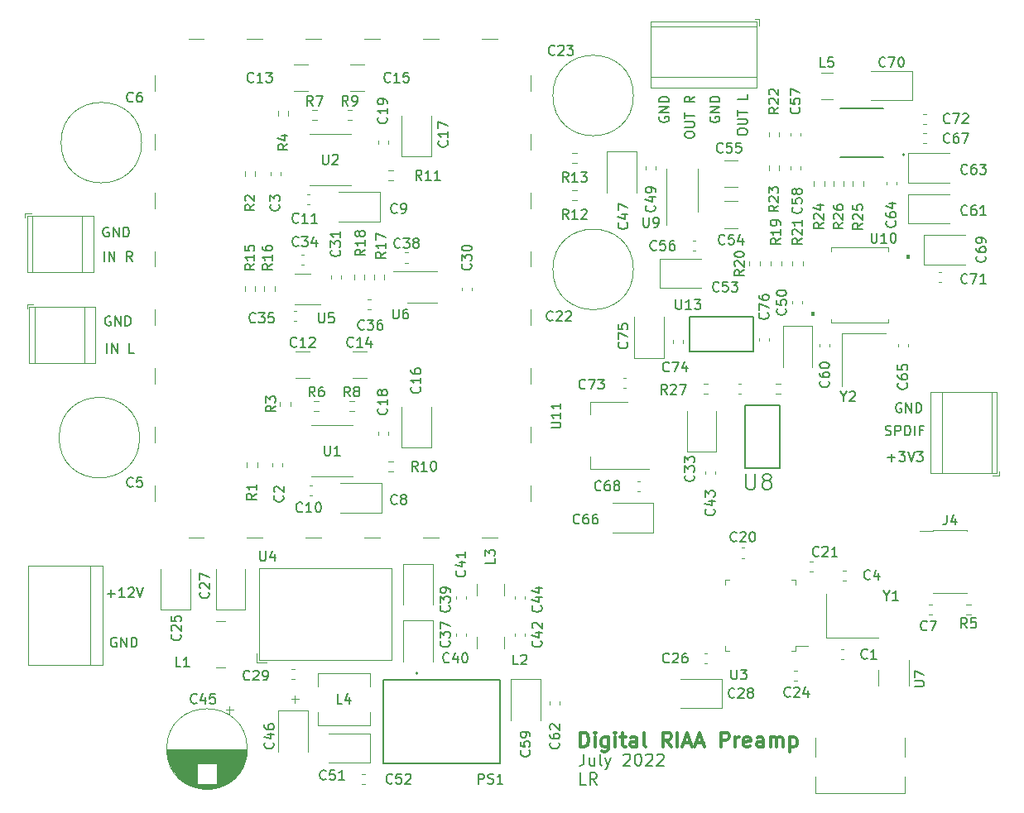
<source format=gbr>
%TF.GenerationSoftware,KiCad,Pcbnew,(6.0.0-0)*%
%TF.CreationDate,2022-09-04T12:08:38+02:00*%
%TF.ProjectId,RIAA_ADC,52494141-5f41-4444-932e-6b696361645f,rev?*%
%TF.SameCoordinates,Original*%
%TF.FileFunction,Legend,Top*%
%TF.FilePolarity,Positive*%
%FSLAX46Y46*%
G04 Gerber Fmt 4.6, Leading zero omitted, Abs format (unit mm)*
G04 Created by KiCad (PCBNEW (6.0.0-0)) date 2022-09-04 12:08:38*
%MOMM*%
%LPD*%
G01*
G04 APERTURE LIST*
%ADD10C,0.200000*%
%ADD11C,0.150000*%
%ADD12C,0.300000*%
%ADD13C,0.120000*%
%ADD14C,0.152400*%
%ADD15C,0.127000*%
%ADD16C,0.100000*%
G04 APERTURE END LIST*
D10*
X194358571Y-115376857D02*
X194358571Y-116234000D01*
X194301428Y-116405428D01*
X194187142Y-116519714D01*
X194015714Y-116576857D01*
X193901428Y-116576857D01*
X195444285Y-115776857D02*
X195444285Y-116576857D01*
X194930000Y-115776857D02*
X194930000Y-116405428D01*
X194987142Y-116519714D01*
X195101428Y-116576857D01*
X195272857Y-116576857D01*
X195387142Y-116519714D01*
X195444285Y-116462571D01*
X196187142Y-116576857D02*
X196072857Y-116519714D01*
X196015714Y-116405428D01*
X196015714Y-115376857D01*
X196530000Y-115776857D02*
X196815714Y-116576857D01*
X197101428Y-115776857D02*
X196815714Y-116576857D01*
X196701428Y-116862571D01*
X196644285Y-116919714D01*
X196530000Y-116976857D01*
X198415714Y-115491142D02*
X198472857Y-115434000D01*
X198587142Y-115376857D01*
X198872857Y-115376857D01*
X198987142Y-115434000D01*
X199044285Y-115491142D01*
X199101428Y-115605428D01*
X199101428Y-115719714D01*
X199044285Y-115891142D01*
X198358571Y-116576857D01*
X199101428Y-116576857D01*
X199844285Y-115376857D02*
X199958571Y-115376857D01*
X200072857Y-115434000D01*
X200130000Y-115491142D01*
X200187142Y-115605428D01*
X200244285Y-115834000D01*
X200244285Y-116119714D01*
X200187142Y-116348285D01*
X200130000Y-116462571D01*
X200072857Y-116519714D01*
X199958571Y-116576857D01*
X199844285Y-116576857D01*
X199730000Y-116519714D01*
X199672857Y-116462571D01*
X199615714Y-116348285D01*
X199558571Y-116119714D01*
X199558571Y-115834000D01*
X199615714Y-115605428D01*
X199672857Y-115491142D01*
X199730000Y-115434000D01*
X199844285Y-115376857D01*
X200701428Y-115491142D02*
X200758571Y-115434000D01*
X200872857Y-115376857D01*
X201158571Y-115376857D01*
X201272857Y-115434000D01*
X201330000Y-115491142D01*
X201387142Y-115605428D01*
X201387142Y-115719714D01*
X201330000Y-115891142D01*
X200644285Y-116576857D01*
X201387142Y-116576857D01*
X201844285Y-115491142D02*
X201901428Y-115434000D01*
X202015714Y-115376857D01*
X202301428Y-115376857D01*
X202415714Y-115434000D01*
X202472857Y-115491142D01*
X202530000Y-115605428D01*
X202530000Y-115719714D01*
X202472857Y-115891142D01*
X201787142Y-116576857D01*
X202530000Y-116576857D01*
X194587142Y-118508857D02*
X194015714Y-118508857D01*
X194015714Y-117308857D01*
X195672857Y-118508857D02*
X195272857Y-117937428D01*
X194987142Y-118508857D02*
X194987142Y-117308857D01*
X195444285Y-117308857D01*
X195558571Y-117366000D01*
X195615714Y-117423142D01*
X195672857Y-117537428D01*
X195672857Y-117708857D01*
X195615714Y-117823142D01*
X195558571Y-117880285D01*
X195444285Y-117937428D01*
X194987142Y-117937428D01*
D11*
X210052380Y-51785714D02*
X210052380Y-51595238D01*
X210100000Y-51500000D01*
X210195238Y-51404761D01*
X210385714Y-51357142D01*
X210719047Y-51357142D01*
X210909523Y-51404761D01*
X211004761Y-51500000D01*
X211052380Y-51595238D01*
X211052380Y-51785714D01*
X211004761Y-51880952D01*
X210909523Y-51976190D01*
X210719047Y-52023809D01*
X210385714Y-52023809D01*
X210195238Y-51976190D01*
X210100000Y-51880952D01*
X210052380Y-51785714D01*
X210052380Y-50928571D02*
X210861904Y-50928571D01*
X210957142Y-50880952D01*
X211004761Y-50833333D01*
X211052380Y-50738095D01*
X211052380Y-50547619D01*
X211004761Y-50452380D01*
X210957142Y-50404761D01*
X210861904Y-50357142D01*
X210052380Y-50357142D01*
X210052380Y-50023809D02*
X210052380Y-49452380D01*
X211052380Y-49738095D02*
X210052380Y-49738095D01*
X211052380Y-47880952D02*
X211052380Y-48357142D01*
X210052380Y-48357142D01*
X226813095Y-79500000D02*
X226717857Y-79452380D01*
X226575000Y-79452380D01*
X226432142Y-79500000D01*
X226336904Y-79595238D01*
X226289285Y-79690476D01*
X226241666Y-79880952D01*
X226241666Y-80023809D01*
X226289285Y-80214285D01*
X226336904Y-80309523D01*
X226432142Y-80404761D01*
X226575000Y-80452380D01*
X226670238Y-80452380D01*
X226813095Y-80404761D01*
X226860714Y-80357142D01*
X226860714Y-80023809D01*
X226670238Y-80023809D01*
X227289285Y-80452380D02*
X227289285Y-79452380D01*
X227860714Y-80452380D01*
X227860714Y-79452380D01*
X228336904Y-80452380D02*
X228336904Y-79452380D01*
X228575000Y-79452380D01*
X228717857Y-79500000D01*
X228813095Y-79595238D01*
X228860714Y-79690476D01*
X228908333Y-79880952D01*
X228908333Y-80023809D01*
X228860714Y-80214285D01*
X228813095Y-80309523D01*
X228717857Y-80404761D01*
X228575000Y-80452380D01*
X228336904Y-80452380D01*
X225197619Y-82729761D02*
X225340476Y-82777380D01*
X225578571Y-82777380D01*
X225673809Y-82729761D01*
X225721428Y-82682142D01*
X225769047Y-82586904D01*
X225769047Y-82491666D01*
X225721428Y-82396428D01*
X225673809Y-82348809D01*
X225578571Y-82301190D01*
X225388095Y-82253571D01*
X225292857Y-82205952D01*
X225245238Y-82158333D01*
X225197619Y-82063095D01*
X225197619Y-81967857D01*
X225245238Y-81872619D01*
X225292857Y-81825000D01*
X225388095Y-81777380D01*
X225626190Y-81777380D01*
X225769047Y-81825000D01*
X226197619Y-82777380D02*
X226197619Y-81777380D01*
X226578571Y-81777380D01*
X226673809Y-81825000D01*
X226721428Y-81872619D01*
X226769047Y-81967857D01*
X226769047Y-82110714D01*
X226721428Y-82205952D01*
X226673809Y-82253571D01*
X226578571Y-82301190D01*
X226197619Y-82301190D01*
X227197619Y-82777380D02*
X227197619Y-81777380D01*
X227435714Y-81777380D01*
X227578571Y-81825000D01*
X227673809Y-81920238D01*
X227721428Y-82015476D01*
X227769047Y-82205952D01*
X227769047Y-82348809D01*
X227721428Y-82539285D01*
X227673809Y-82634523D01*
X227578571Y-82729761D01*
X227435714Y-82777380D01*
X227197619Y-82777380D01*
X228197619Y-82777380D02*
X228197619Y-81777380D01*
X229007142Y-82253571D02*
X228673809Y-82253571D01*
X228673809Y-82777380D02*
X228673809Y-81777380D01*
X229150000Y-81777380D01*
X145590476Y-74352380D02*
X145590476Y-73352380D01*
X146066666Y-74352380D02*
X146066666Y-73352380D01*
X146638095Y-74352380D01*
X146638095Y-73352380D01*
X148352380Y-74352380D02*
X147876190Y-74352380D01*
X147876190Y-73352380D01*
X204652380Y-52080952D02*
X204652380Y-51890476D01*
X204700000Y-51795238D01*
X204795238Y-51700000D01*
X204985714Y-51652380D01*
X205319047Y-51652380D01*
X205509523Y-51700000D01*
X205604761Y-51795238D01*
X205652380Y-51890476D01*
X205652380Y-52080952D01*
X205604761Y-52176190D01*
X205509523Y-52271428D01*
X205319047Y-52319047D01*
X204985714Y-52319047D01*
X204795238Y-52271428D01*
X204700000Y-52176190D01*
X204652380Y-52080952D01*
X204652380Y-51223809D02*
X205461904Y-51223809D01*
X205557142Y-51176190D01*
X205604761Y-51128571D01*
X205652380Y-51033333D01*
X205652380Y-50842857D01*
X205604761Y-50747619D01*
X205557142Y-50700000D01*
X205461904Y-50652380D01*
X204652380Y-50652380D01*
X204652380Y-50319047D02*
X204652380Y-49747619D01*
X205652380Y-50033333D02*
X204652380Y-50033333D01*
X205652380Y-48080952D02*
X205176190Y-48414285D01*
X205652380Y-48652380D02*
X204652380Y-48652380D01*
X204652380Y-48271428D01*
X204700000Y-48176190D01*
X204747619Y-48128571D01*
X204842857Y-48080952D01*
X204985714Y-48080952D01*
X205080952Y-48128571D01*
X205128571Y-48176190D01*
X205176190Y-48271428D01*
X205176190Y-48652380D01*
X145738095Y-61500000D02*
X145642857Y-61452380D01*
X145500000Y-61452380D01*
X145357142Y-61500000D01*
X145261904Y-61595238D01*
X145214285Y-61690476D01*
X145166666Y-61880952D01*
X145166666Y-62023809D01*
X145214285Y-62214285D01*
X145261904Y-62309523D01*
X145357142Y-62404761D01*
X145500000Y-62452380D01*
X145595238Y-62452380D01*
X145738095Y-62404761D01*
X145785714Y-62357142D01*
X145785714Y-62023809D01*
X145595238Y-62023809D01*
X146214285Y-62452380D02*
X146214285Y-61452380D01*
X146785714Y-62452380D01*
X146785714Y-61452380D01*
X147261904Y-62452380D02*
X147261904Y-61452380D01*
X147500000Y-61452380D01*
X147642857Y-61500000D01*
X147738095Y-61595238D01*
X147785714Y-61690476D01*
X147833333Y-61880952D01*
X147833333Y-62023809D01*
X147785714Y-62214285D01*
X147738095Y-62309523D01*
X147642857Y-62404761D01*
X147500000Y-62452380D01*
X147261904Y-62452380D01*
X202100000Y-50161904D02*
X202052380Y-50257142D01*
X202052380Y-50400000D01*
X202100000Y-50542857D01*
X202195238Y-50638095D01*
X202290476Y-50685714D01*
X202480952Y-50733333D01*
X202623809Y-50733333D01*
X202814285Y-50685714D01*
X202909523Y-50638095D01*
X203004761Y-50542857D01*
X203052380Y-50400000D01*
X203052380Y-50304761D01*
X203004761Y-50161904D01*
X202957142Y-50114285D01*
X202623809Y-50114285D01*
X202623809Y-50304761D01*
X203052380Y-49685714D02*
X202052380Y-49685714D01*
X203052380Y-49114285D01*
X202052380Y-49114285D01*
X203052380Y-48638095D02*
X202052380Y-48638095D01*
X202052380Y-48400000D01*
X202100000Y-48257142D01*
X202195238Y-48161904D01*
X202290476Y-48114285D01*
X202480952Y-48066666D01*
X202623809Y-48066666D01*
X202814285Y-48114285D01*
X202909523Y-48161904D01*
X203004761Y-48257142D01*
X203052380Y-48400000D01*
X203052380Y-48638095D01*
D12*
X193992857Y-114678571D02*
X193992857Y-113178571D01*
X194350000Y-113178571D01*
X194564285Y-113250000D01*
X194707142Y-113392857D01*
X194778571Y-113535714D01*
X194850000Y-113821428D01*
X194850000Y-114035714D01*
X194778571Y-114321428D01*
X194707142Y-114464285D01*
X194564285Y-114607142D01*
X194350000Y-114678571D01*
X193992857Y-114678571D01*
X195492857Y-114678571D02*
X195492857Y-113678571D01*
X195492857Y-113178571D02*
X195421428Y-113250000D01*
X195492857Y-113321428D01*
X195564285Y-113250000D01*
X195492857Y-113178571D01*
X195492857Y-113321428D01*
X196850000Y-113678571D02*
X196850000Y-114892857D01*
X196778571Y-115035714D01*
X196707142Y-115107142D01*
X196564285Y-115178571D01*
X196350000Y-115178571D01*
X196207142Y-115107142D01*
X196850000Y-114607142D02*
X196707142Y-114678571D01*
X196421428Y-114678571D01*
X196278571Y-114607142D01*
X196207142Y-114535714D01*
X196135714Y-114392857D01*
X196135714Y-113964285D01*
X196207142Y-113821428D01*
X196278571Y-113750000D01*
X196421428Y-113678571D01*
X196707142Y-113678571D01*
X196850000Y-113750000D01*
X197564285Y-114678571D02*
X197564285Y-113678571D01*
X197564285Y-113178571D02*
X197492857Y-113250000D01*
X197564285Y-113321428D01*
X197635714Y-113250000D01*
X197564285Y-113178571D01*
X197564285Y-113321428D01*
X198064285Y-113678571D02*
X198635714Y-113678571D01*
X198278571Y-113178571D02*
X198278571Y-114464285D01*
X198350000Y-114607142D01*
X198492857Y-114678571D01*
X198635714Y-114678571D01*
X199778571Y-114678571D02*
X199778571Y-113892857D01*
X199707142Y-113750000D01*
X199564285Y-113678571D01*
X199278571Y-113678571D01*
X199135714Y-113750000D01*
X199778571Y-114607142D02*
X199635714Y-114678571D01*
X199278571Y-114678571D01*
X199135714Y-114607142D01*
X199064285Y-114464285D01*
X199064285Y-114321428D01*
X199135714Y-114178571D01*
X199278571Y-114107142D01*
X199635714Y-114107142D01*
X199778571Y-114035714D01*
X200707142Y-114678571D02*
X200564285Y-114607142D01*
X200492857Y-114464285D01*
X200492857Y-113178571D01*
X203278571Y-114678571D02*
X202778571Y-113964285D01*
X202421428Y-114678571D02*
X202421428Y-113178571D01*
X202992857Y-113178571D01*
X203135714Y-113250000D01*
X203207142Y-113321428D01*
X203278571Y-113464285D01*
X203278571Y-113678571D01*
X203207142Y-113821428D01*
X203135714Y-113892857D01*
X202992857Y-113964285D01*
X202421428Y-113964285D01*
X203921428Y-114678571D02*
X203921428Y-113178571D01*
X204564285Y-114250000D02*
X205278571Y-114250000D01*
X204421428Y-114678571D02*
X204921428Y-113178571D01*
X205421428Y-114678571D01*
X205850000Y-114250000D02*
X206564285Y-114250000D01*
X205707142Y-114678571D02*
X206207142Y-113178571D01*
X206707142Y-114678571D01*
X208350000Y-114678571D02*
X208350000Y-113178571D01*
X208921428Y-113178571D01*
X209064285Y-113250000D01*
X209135714Y-113321428D01*
X209207142Y-113464285D01*
X209207142Y-113678571D01*
X209135714Y-113821428D01*
X209064285Y-113892857D01*
X208921428Y-113964285D01*
X208350000Y-113964285D01*
X209850000Y-114678571D02*
X209850000Y-113678571D01*
X209850000Y-113964285D02*
X209921428Y-113821428D01*
X209992857Y-113750000D01*
X210135714Y-113678571D01*
X210278571Y-113678571D01*
X211350000Y-114607142D02*
X211207142Y-114678571D01*
X210921428Y-114678571D01*
X210778571Y-114607142D01*
X210707142Y-114464285D01*
X210707142Y-113892857D01*
X210778571Y-113750000D01*
X210921428Y-113678571D01*
X211207142Y-113678571D01*
X211350000Y-113750000D01*
X211421428Y-113892857D01*
X211421428Y-114035714D01*
X210707142Y-114178571D01*
X212707142Y-114678571D02*
X212707142Y-113892857D01*
X212635714Y-113750000D01*
X212492857Y-113678571D01*
X212207142Y-113678571D01*
X212064285Y-113750000D01*
X212707142Y-114607142D02*
X212564285Y-114678571D01*
X212207142Y-114678571D01*
X212064285Y-114607142D01*
X211992857Y-114464285D01*
X211992857Y-114321428D01*
X212064285Y-114178571D01*
X212207142Y-114107142D01*
X212564285Y-114107142D01*
X212707142Y-114035714D01*
X213421428Y-114678571D02*
X213421428Y-113678571D01*
X213421428Y-113821428D02*
X213492857Y-113750000D01*
X213635714Y-113678571D01*
X213850000Y-113678571D01*
X213992857Y-113750000D01*
X214064285Y-113892857D01*
X214064285Y-114678571D01*
X214064285Y-113892857D02*
X214135714Y-113750000D01*
X214278571Y-113678571D01*
X214492857Y-113678571D01*
X214635714Y-113750000D01*
X214707142Y-113892857D01*
X214707142Y-114678571D01*
X215421428Y-113678571D02*
X215421428Y-115178571D01*
X215421428Y-113750000D02*
X215564285Y-113678571D01*
X215850000Y-113678571D01*
X215992857Y-113750000D01*
X216064285Y-113821428D01*
X216135714Y-113964285D01*
X216135714Y-114392857D01*
X216064285Y-114535714D01*
X215992857Y-114607142D01*
X215850000Y-114678571D01*
X215564285Y-114678571D01*
X215421428Y-114607142D01*
D11*
X225438095Y-85046428D02*
X226200000Y-85046428D01*
X225819047Y-85427380D02*
X225819047Y-84665476D01*
X226580952Y-84427380D02*
X227200000Y-84427380D01*
X226866666Y-84808333D01*
X227009523Y-84808333D01*
X227104761Y-84855952D01*
X227152380Y-84903571D01*
X227200000Y-84998809D01*
X227200000Y-85236904D01*
X227152380Y-85332142D01*
X227104761Y-85379761D01*
X227009523Y-85427380D01*
X226723809Y-85427380D01*
X226628571Y-85379761D01*
X226580952Y-85332142D01*
X227485714Y-84427380D02*
X227819047Y-85427380D01*
X228152380Y-84427380D01*
X228390476Y-84427380D02*
X229009523Y-84427380D01*
X228676190Y-84808333D01*
X228819047Y-84808333D01*
X228914285Y-84855952D01*
X228961904Y-84903571D01*
X229009523Y-84998809D01*
X229009523Y-85236904D01*
X228961904Y-85332142D01*
X228914285Y-85379761D01*
X228819047Y-85427380D01*
X228533333Y-85427380D01*
X228438095Y-85379761D01*
X228390476Y-85332142D01*
X145638095Y-98971428D02*
X146400000Y-98971428D01*
X146019047Y-99352380D02*
X146019047Y-98590476D01*
X147400000Y-99352380D02*
X146828571Y-99352380D01*
X147114285Y-99352380D02*
X147114285Y-98352380D01*
X147019047Y-98495238D01*
X146923809Y-98590476D01*
X146828571Y-98638095D01*
X147780952Y-98447619D02*
X147828571Y-98400000D01*
X147923809Y-98352380D01*
X148161904Y-98352380D01*
X148257142Y-98400000D01*
X148304761Y-98447619D01*
X148352380Y-98542857D01*
X148352380Y-98638095D01*
X148304761Y-98780952D01*
X147733333Y-99352380D01*
X148352380Y-99352380D01*
X148638095Y-98352380D02*
X148971428Y-99352380D01*
X149304761Y-98352380D01*
X145295238Y-64952380D02*
X145295238Y-63952380D01*
X145771428Y-64952380D02*
X145771428Y-63952380D01*
X146342857Y-64952380D01*
X146342857Y-63952380D01*
X148152380Y-64952380D02*
X147819047Y-64476190D01*
X147580952Y-64952380D02*
X147580952Y-63952380D01*
X147961904Y-63952380D01*
X148057142Y-64000000D01*
X148104761Y-64047619D01*
X148152380Y-64142857D01*
X148152380Y-64285714D01*
X148104761Y-64380952D01*
X148057142Y-64428571D01*
X147961904Y-64476190D01*
X147580952Y-64476190D01*
X207300000Y-50161904D02*
X207252380Y-50257142D01*
X207252380Y-50400000D01*
X207300000Y-50542857D01*
X207395238Y-50638095D01*
X207490476Y-50685714D01*
X207680952Y-50733333D01*
X207823809Y-50733333D01*
X208014285Y-50685714D01*
X208109523Y-50638095D01*
X208204761Y-50542857D01*
X208252380Y-50400000D01*
X208252380Y-50304761D01*
X208204761Y-50161904D01*
X208157142Y-50114285D01*
X207823809Y-50114285D01*
X207823809Y-50304761D01*
X208252380Y-49685714D02*
X207252380Y-49685714D01*
X208252380Y-49114285D01*
X207252380Y-49114285D01*
X208252380Y-48638095D02*
X207252380Y-48638095D01*
X207252380Y-48400000D01*
X207300000Y-48257142D01*
X207395238Y-48161904D01*
X207490476Y-48114285D01*
X207680952Y-48066666D01*
X207823809Y-48066666D01*
X208014285Y-48114285D01*
X208109523Y-48161904D01*
X208204761Y-48257142D01*
X208252380Y-48400000D01*
X208252380Y-48638095D01*
X145938095Y-70600000D02*
X145842857Y-70552380D01*
X145700000Y-70552380D01*
X145557142Y-70600000D01*
X145461904Y-70695238D01*
X145414285Y-70790476D01*
X145366666Y-70980952D01*
X145366666Y-71123809D01*
X145414285Y-71314285D01*
X145461904Y-71409523D01*
X145557142Y-71504761D01*
X145700000Y-71552380D01*
X145795238Y-71552380D01*
X145938095Y-71504761D01*
X145985714Y-71457142D01*
X145985714Y-71123809D01*
X145795238Y-71123809D01*
X146414285Y-71552380D02*
X146414285Y-70552380D01*
X146985714Y-71552380D01*
X146985714Y-70552380D01*
X147461904Y-71552380D02*
X147461904Y-70552380D01*
X147700000Y-70552380D01*
X147842857Y-70600000D01*
X147938095Y-70695238D01*
X147985714Y-70790476D01*
X148033333Y-70980952D01*
X148033333Y-71123809D01*
X147985714Y-71314285D01*
X147938095Y-71409523D01*
X147842857Y-71504761D01*
X147700000Y-71552380D01*
X147461904Y-71552380D01*
X146538095Y-103500000D02*
X146442857Y-103452380D01*
X146300000Y-103452380D01*
X146157142Y-103500000D01*
X146061904Y-103595238D01*
X146014285Y-103690476D01*
X145966666Y-103880952D01*
X145966666Y-104023809D01*
X146014285Y-104214285D01*
X146061904Y-104309523D01*
X146157142Y-104404761D01*
X146300000Y-104452380D01*
X146395238Y-104452380D01*
X146538095Y-104404761D01*
X146585714Y-104357142D01*
X146585714Y-104023809D01*
X146395238Y-104023809D01*
X147014285Y-104452380D02*
X147014285Y-103452380D01*
X147585714Y-104452380D01*
X147585714Y-103452380D01*
X148061904Y-104452380D02*
X148061904Y-103452380D01*
X148300000Y-103452380D01*
X148442857Y-103500000D01*
X148538095Y-103595238D01*
X148585714Y-103690476D01*
X148633333Y-103880952D01*
X148633333Y-104023809D01*
X148585714Y-104214285D01*
X148538095Y-104309523D01*
X148442857Y-104404761D01*
X148300000Y-104452380D01*
X148061904Y-104452380D01*
%TO.C,C74*%
X203057142Y-76157142D02*
X203009523Y-76204761D01*
X202866666Y-76252380D01*
X202771428Y-76252380D01*
X202628571Y-76204761D01*
X202533333Y-76109523D01*
X202485714Y-76014285D01*
X202438095Y-75823809D01*
X202438095Y-75680952D01*
X202485714Y-75490476D01*
X202533333Y-75395238D01*
X202628571Y-75300000D01*
X202771428Y-75252380D01*
X202866666Y-75252380D01*
X203009523Y-75300000D01*
X203057142Y-75347619D01*
X203390476Y-75252380D02*
X204057142Y-75252380D01*
X203628571Y-76252380D01*
X204866666Y-75585714D02*
X204866666Y-76252380D01*
X204628571Y-75204761D02*
X204390476Y-75919047D01*
X205009523Y-75919047D01*
%TO.C,C31*%
X169359793Y-63817857D02*
X169407412Y-63865476D01*
X169455031Y-64008333D01*
X169455031Y-64103571D01*
X169407412Y-64246428D01*
X169312174Y-64341666D01*
X169216936Y-64389285D01*
X169026460Y-64436904D01*
X168883603Y-64436904D01*
X168693127Y-64389285D01*
X168597889Y-64341666D01*
X168502651Y-64246428D01*
X168455031Y-64103571D01*
X168455031Y-64008333D01*
X168502651Y-63865476D01*
X168550270Y-63817857D01*
X168455031Y-63484523D02*
X168455031Y-62865476D01*
X168835984Y-63198809D01*
X168835984Y-63055952D01*
X168883603Y-62960714D01*
X168931222Y-62913095D01*
X169026460Y-62865476D01*
X169264555Y-62865476D01*
X169359793Y-62913095D01*
X169407412Y-62960714D01*
X169455031Y-63055952D01*
X169455031Y-63341666D01*
X169407412Y-63436904D01*
X169359793Y-63484523D01*
X169455031Y-61913095D02*
X169455031Y-62484523D01*
X169455031Y-62198809D02*
X168455031Y-62198809D01*
X168597889Y-62294047D01*
X168693127Y-62389285D01*
X168740746Y-62484523D01*
%TO.C,R20*%
X210752380Y-65842857D02*
X210276190Y-66176190D01*
X210752380Y-66414285D02*
X209752380Y-66414285D01*
X209752380Y-66033333D01*
X209800000Y-65938095D01*
X209847619Y-65890476D01*
X209942857Y-65842857D01*
X210085714Y-65842857D01*
X210180952Y-65890476D01*
X210228571Y-65938095D01*
X210276190Y-66033333D01*
X210276190Y-66414285D01*
X209847619Y-65461904D02*
X209800000Y-65414285D01*
X209752380Y-65319047D01*
X209752380Y-65080952D01*
X209800000Y-64985714D01*
X209847619Y-64938095D01*
X209942857Y-64890476D01*
X210038095Y-64890476D01*
X210180952Y-64938095D01*
X210752380Y-65509523D01*
X210752380Y-64890476D01*
X209752380Y-64271428D02*
X209752380Y-64176190D01*
X209800000Y-64080952D01*
X209847619Y-64033333D01*
X209942857Y-63985714D01*
X210133333Y-63938095D01*
X210371428Y-63938095D01*
X210561904Y-63985714D01*
X210657142Y-64033333D01*
X210704761Y-64080952D01*
X210752380Y-64176190D01*
X210752380Y-64271428D01*
X210704761Y-64366666D01*
X210657142Y-64414285D01*
X210561904Y-64461904D01*
X210371428Y-64509523D01*
X210133333Y-64509523D01*
X209942857Y-64461904D01*
X209847619Y-64414285D01*
X209800000Y-64366666D01*
X209752380Y-64271428D01*
%TO.C,R4*%
X164055031Y-52941666D02*
X163578841Y-53275000D01*
X164055031Y-53513095D02*
X163055031Y-53513095D01*
X163055031Y-53132142D01*
X163102651Y-53036904D01*
X163150270Y-52989285D01*
X163245508Y-52941666D01*
X163388365Y-52941666D01*
X163483603Y-52989285D01*
X163531222Y-53036904D01*
X163578841Y-53132142D01*
X163578841Y-53513095D01*
X163388365Y-52084523D02*
X164055031Y-52084523D01*
X163007412Y-52322619D02*
X163721698Y-52560714D01*
X163721698Y-51941666D01*
%TO.C,C22*%
X191157142Y-70957142D02*
X191109523Y-71004761D01*
X190966666Y-71052380D01*
X190871428Y-71052380D01*
X190728571Y-71004761D01*
X190633333Y-70909523D01*
X190585714Y-70814285D01*
X190538095Y-70623809D01*
X190538095Y-70480952D01*
X190585714Y-70290476D01*
X190633333Y-70195238D01*
X190728571Y-70100000D01*
X190871428Y-70052380D01*
X190966666Y-70052380D01*
X191109523Y-70100000D01*
X191157142Y-70147619D01*
X191538095Y-70147619D02*
X191585714Y-70100000D01*
X191680952Y-70052380D01*
X191919047Y-70052380D01*
X192014285Y-70100000D01*
X192061904Y-70147619D01*
X192109523Y-70242857D01*
X192109523Y-70338095D01*
X192061904Y-70480952D01*
X191490476Y-71052380D01*
X192109523Y-71052380D01*
X192490476Y-70147619D02*
X192538095Y-70100000D01*
X192633333Y-70052380D01*
X192871428Y-70052380D01*
X192966666Y-70100000D01*
X193014285Y-70147619D01*
X193061904Y-70242857D01*
X193061904Y-70338095D01*
X193014285Y-70480952D01*
X192442857Y-71052380D01*
X193061904Y-71052380D01*
%TO.C,C8*%
X175235984Y-89732142D02*
X175188365Y-89779761D01*
X175045508Y-89827380D01*
X174950270Y-89827380D01*
X174807412Y-89779761D01*
X174712174Y-89684523D01*
X174664555Y-89589285D01*
X174616936Y-89398809D01*
X174616936Y-89255952D01*
X174664555Y-89065476D01*
X174712174Y-88970238D01*
X174807412Y-88875000D01*
X174950270Y-88827380D01*
X175045508Y-88827380D01*
X175188365Y-88875000D01*
X175235984Y-88922619D01*
X175807412Y-89255952D02*
X175712174Y-89208333D01*
X175664555Y-89160714D01*
X175616936Y-89065476D01*
X175616936Y-89017857D01*
X175664555Y-88922619D01*
X175712174Y-88875000D01*
X175807412Y-88827380D01*
X175997889Y-88827380D01*
X176093127Y-88875000D01*
X176140746Y-88922619D01*
X176188365Y-89017857D01*
X176188365Y-89065476D01*
X176140746Y-89160714D01*
X176093127Y-89208333D01*
X175997889Y-89255952D01*
X175807412Y-89255952D01*
X175712174Y-89303571D01*
X175664555Y-89351190D01*
X175616936Y-89446428D01*
X175616936Y-89636904D01*
X175664555Y-89732142D01*
X175712174Y-89779761D01*
X175807412Y-89827380D01*
X175997889Y-89827380D01*
X176093127Y-89779761D01*
X176140746Y-89732142D01*
X176188365Y-89636904D01*
X176188365Y-89446428D01*
X176140746Y-89351190D01*
X176093127Y-89303571D01*
X175997889Y-89255952D01*
%TO.C,C15*%
X174559793Y-46532142D02*
X174512174Y-46579761D01*
X174369317Y-46627380D01*
X174274079Y-46627380D01*
X174131222Y-46579761D01*
X174035984Y-46484523D01*
X173988365Y-46389285D01*
X173940746Y-46198809D01*
X173940746Y-46055952D01*
X173988365Y-45865476D01*
X174035984Y-45770238D01*
X174131222Y-45675000D01*
X174274079Y-45627380D01*
X174369317Y-45627380D01*
X174512174Y-45675000D01*
X174559793Y-45722619D01*
X175512174Y-46627380D02*
X174940746Y-46627380D01*
X175226460Y-46627380D02*
X175226460Y-45627380D01*
X175131222Y-45770238D01*
X175035984Y-45865476D01*
X174940746Y-45913095D01*
X176416936Y-45627380D02*
X175940746Y-45627380D01*
X175893127Y-46103571D01*
X175940746Y-46055952D01*
X176035984Y-46008333D01*
X176274079Y-46008333D01*
X176369317Y-46055952D01*
X176416936Y-46103571D01*
X176464555Y-46198809D01*
X176464555Y-46436904D01*
X176416936Y-46532142D01*
X176369317Y-46579761D01*
X176274079Y-46627380D01*
X176035984Y-46627380D01*
X175940746Y-46579761D01*
X175893127Y-46532142D01*
%TO.C,C19*%
X174159793Y-50217857D02*
X174207412Y-50265476D01*
X174255031Y-50408333D01*
X174255031Y-50503571D01*
X174207412Y-50646428D01*
X174112174Y-50741666D01*
X174016936Y-50789285D01*
X173826460Y-50836904D01*
X173683603Y-50836904D01*
X173493127Y-50789285D01*
X173397889Y-50741666D01*
X173302651Y-50646428D01*
X173255031Y-50503571D01*
X173255031Y-50408333D01*
X173302651Y-50265476D01*
X173350270Y-50217857D01*
X174255031Y-49265476D02*
X174255031Y-49836904D01*
X174255031Y-49551190D02*
X173255031Y-49551190D01*
X173397889Y-49646428D01*
X173493127Y-49741666D01*
X173540746Y-49836904D01*
X174255031Y-48789285D02*
X174255031Y-48598809D01*
X174207412Y-48503571D01*
X174159793Y-48455952D01*
X174016936Y-48360714D01*
X173826460Y-48313095D01*
X173445508Y-48313095D01*
X173350270Y-48360714D01*
X173302651Y-48408333D01*
X173255031Y-48503571D01*
X173255031Y-48694047D01*
X173302651Y-48789285D01*
X173350270Y-48836904D01*
X173445508Y-48884523D01*
X173683603Y-48884523D01*
X173778841Y-48836904D01*
X173826460Y-48789285D01*
X173874079Y-48694047D01*
X173874079Y-48503571D01*
X173826460Y-48408333D01*
X173778841Y-48360714D01*
X173683603Y-48313095D01*
%TO.C,U4*%
X161240746Y-94627380D02*
X161240746Y-95436904D01*
X161288365Y-95532142D01*
X161335984Y-95579761D01*
X161431222Y-95627380D01*
X161621698Y-95627380D01*
X161716936Y-95579761D01*
X161764555Y-95532142D01*
X161812174Y-95436904D01*
X161812174Y-94627380D01*
X162716936Y-94960714D02*
X162716936Y-95627380D01*
X162478841Y-94579761D02*
X162240746Y-95294047D01*
X162859793Y-95294047D01*
%TO.C,C23*%
X191357142Y-43757142D02*
X191309523Y-43804761D01*
X191166666Y-43852380D01*
X191071428Y-43852380D01*
X190928571Y-43804761D01*
X190833333Y-43709523D01*
X190785714Y-43614285D01*
X190738095Y-43423809D01*
X190738095Y-43280952D01*
X190785714Y-43090476D01*
X190833333Y-42995238D01*
X190928571Y-42900000D01*
X191071428Y-42852380D01*
X191166666Y-42852380D01*
X191309523Y-42900000D01*
X191357142Y-42947619D01*
X191738095Y-42947619D02*
X191785714Y-42900000D01*
X191880952Y-42852380D01*
X192119047Y-42852380D01*
X192214285Y-42900000D01*
X192261904Y-42947619D01*
X192309523Y-43042857D01*
X192309523Y-43138095D01*
X192261904Y-43280952D01*
X191690476Y-43852380D01*
X192309523Y-43852380D01*
X192642857Y-42852380D02*
X193261904Y-42852380D01*
X192928571Y-43233333D01*
X193071428Y-43233333D01*
X193166666Y-43280952D01*
X193214285Y-43328571D01*
X193261904Y-43423809D01*
X193261904Y-43661904D01*
X193214285Y-43757142D01*
X193166666Y-43804761D01*
X193071428Y-43852380D01*
X192785714Y-43852380D01*
X192690476Y-43804761D01*
X192642857Y-43757142D01*
%TO.C,R17*%
X174055031Y-64017857D02*
X173578841Y-64351190D01*
X174055031Y-64589285D02*
X173055031Y-64589285D01*
X173055031Y-64208333D01*
X173102651Y-64113095D01*
X173150270Y-64065476D01*
X173245508Y-64017857D01*
X173388365Y-64017857D01*
X173483603Y-64065476D01*
X173531222Y-64113095D01*
X173578841Y-64208333D01*
X173578841Y-64589285D01*
X174055031Y-63065476D02*
X174055031Y-63636904D01*
X174055031Y-63351190D02*
X173055031Y-63351190D01*
X173197889Y-63446428D01*
X173293127Y-63541666D01*
X173340746Y-63636904D01*
X173055031Y-62732142D02*
X173055031Y-62065476D01*
X174055031Y-62494047D01*
%TO.C,U11*%
X190992531Y-82013095D02*
X191802055Y-82013095D01*
X191897293Y-81965476D01*
X191944912Y-81917857D01*
X191992531Y-81822619D01*
X191992531Y-81632142D01*
X191944912Y-81536904D01*
X191897293Y-81489285D01*
X191802055Y-81441666D01*
X190992531Y-81441666D01*
X191992531Y-80441666D02*
X191992531Y-81013095D01*
X191992531Y-80727380D02*
X190992531Y-80727380D01*
X191135389Y-80822619D01*
X191230627Y-80917857D01*
X191278246Y-81013095D01*
X191992531Y-79489285D02*
X191992531Y-80060714D01*
X191992531Y-79775000D02*
X190992531Y-79775000D01*
X191135389Y-79870238D01*
X191230627Y-79965476D01*
X191278246Y-80060714D01*
%TO.C,C57*%
X216359793Y-49217857D02*
X216407412Y-49265476D01*
X216455031Y-49408333D01*
X216455031Y-49503571D01*
X216407412Y-49646428D01*
X216312174Y-49741666D01*
X216216936Y-49789285D01*
X216026460Y-49836904D01*
X215883603Y-49836904D01*
X215693127Y-49789285D01*
X215597889Y-49741666D01*
X215502651Y-49646428D01*
X215455031Y-49503571D01*
X215455031Y-49408333D01*
X215502651Y-49265476D01*
X215550270Y-49217857D01*
X215455031Y-48313095D02*
X215455031Y-48789285D01*
X215931222Y-48836904D01*
X215883603Y-48789285D01*
X215835984Y-48694047D01*
X215835984Y-48455952D01*
X215883603Y-48360714D01*
X215931222Y-48313095D01*
X216026460Y-48265476D01*
X216264555Y-48265476D01*
X216359793Y-48313095D01*
X216407412Y-48360714D01*
X216455031Y-48455952D01*
X216455031Y-48694047D01*
X216407412Y-48789285D01*
X216359793Y-48836904D01*
X215455031Y-47932142D02*
X215455031Y-47265476D01*
X216455031Y-47694047D01*
%TO.C,C43*%
X207657142Y-90342857D02*
X207704761Y-90390476D01*
X207752380Y-90533333D01*
X207752380Y-90628571D01*
X207704761Y-90771428D01*
X207609523Y-90866666D01*
X207514285Y-90914285D01*
X207323809Y-90961904D01*
X207180952Y-90961904D01*
X206990476Y-90914285D01*
X206895238Y-90866666D01*
X206800000Y-90771428D01*
X206752380Y-90628571D01*
X206752380Y-90533333D01*
X206800000Y-90390476D01*
X206847619Y-90342857D01*
X207085714Y-89485714D02*
X207752380Y-89485714D01*
X206704761Y-89723809D02*
X207419047Y-89961904D01*
X207419047Y-89342857D01*
X206752380Y-89057142D02*
X206752380Y-88438095D01*
X207133333Y-88771428D01*
X207133333Y-88628571D01*
X207180952Y-88533333D01*
X207228571Y-88485714D01*
X207323809Y-88438095D01*
X207561904Y-88438095D01*
X207657142Y-88485714D01*
X207704761Y-88533333D01*
X207752380Y-88628571D01*
X207752380Y-88914285D01*
X207704761Y-89009523D01*
X207657142Y-89057142D01*
%TO.C,L5*%
X219033333Y-45052380D02*
X218557142Y-45052380D01*
X218557142Y-44052380D01*
X219842857Y-44052380D02*
X219366666Y-44052380D01*
X219319047Y-44528571D01*
X219366666Y-44480952D01*
X219461904Y-44433333D01*
X219700000Y-44433333D01*
X219795238Y-44480952D01*
X219842857Y-44528571D01*
X219890476Y-44623809D01*
X219890476Y-44861904D01*
X219842857Y-44957142D01*
X219795238Y-45004761D01*
X219700000Y-45052380D01*
X219461904Y-45052380D01*
X219366666Y-45004761D01*
X219319047Y-44957142D01*
%TO.C,U1*%
X167840746Y-83827380D02*
X167840746Y-84636904D01*
X167888365Y-84732142D01*
X167935984Y-84779761D01*
X168031222Y-84827380D01*
X168221698Y-84827380D01*
X168316936Y-84779761D01*
X168364555Y-84732142D01*
X168412174Y-84636904D01*
X168412174Y-83827380D01*
X169412174Y-84827380D02*
X168840746Y-84827380D01*
X169126460Y-84827380D02*
X169126460Y-83827380D01*
X169031222Y-83970238D01*
X168935984Y-84065476D01*
X168840746Y-84113095D01*
%TO.C,C13*%
X160559793Y-46532142D02*
X160512174Y-46579761D01*
X160369317Y-46627380D01*
X160274079Y-46627380D01*
X160131222Y-46579761D01*
X160035984Y-46484523D01*
X159988365Y-46389285D01*
X159940746Y-46198809D01*
X159940746Y-46055952D01*
X159988365Y-45865476D01*
X160035984Y-45770238D01*
X160131222Y-45675000D01*
X160274079Y-45627380D01*
X160369317Y-45627380D01*
X160512174Y-45675000D01*
X160559793Y-45722619D01*
X161512174Y-46627380D02*
X160940746Y-46627380D01*
X161226460Y-46627380D02*
X161226460Y-45627380D01*
X161131222Y-45770238D01*
X161035984Y-45865476D01*
X160940746Y-45913095D01*
X161845508Y-45627380D02*
X162464555Y-45627380D01*
X162131222Y-46008333D01*
X162274079Y-46008333D01*
X162369317Y-46055952D01*
X162416936Y-46103571D01*
X162464555Y-46198809D01*
X162464555Y-46436904D01*
X162416936Y-46532142D01*
X162369317Y-46579761D01*
X162274079Y-46627380D01*
X161988365Y-46627380D01*
X161893127Y-46579761D01*
X161845508Y-46532142D01*
%TO.C,C37*%
X180559793Y-103817857D02*
X180607412Y-103865476D01*
X180655031Y-104008333D01*
X180655031Y-104103571D01*
X180607412Y-104246428D01*
X180512174Y-104341666D01*
X180416936Y-104389285D01*
X180226460Y-104436904D01*
X180083603Y-104436904D01*
X179893127Y-104389285D01*
X179797889Y-104341666D01*
X179702651Y-104246428D01*
X179655031Y-104103571D01*
X179655031Y-104008333D01*
X179702651Y-103865476D01*
X179750270Y-103817857D01*
X179655031Y-103484523D02*
X179655031Y-102865476D01*
X180035984Y-103198809D01*
X180035984Y-103055952D01*
X180083603Y-102960714D01*
X180131222Y-102913095D01*
X180226460Y-102865476D01*
X180464555Y-102865476D01*
X180559793Y-102913095D01*
X180607412Y-102960714D01*
X180655031Y-103055952D01*
X180655031Y-103341666D01*
X180607412Y-103436904D01*
X180559793Y-103484523D01*
X179655031Y-102532142D02*
X179655031Y-101865476D01*
X180655031Y-102294047D01*
%TO.C,C18*%
X174159793Y-80017857D02*
X174207412Y-80065476D01*
X174255031Y-80208333D01*
X174255031Y-80303571D01*
X174207412Y-80446428D01*
X174112174Y-80541666D01*
X174016936Y-80589285D01*
X173826460Y-80636904D01*
X173683603Y-80636904D01*
X173493127Y-80589285D01*
X173397889Y-80541666D01*
X173302651Y-80446428D01*
X173255031Y-80303571D01*
X173255031Y-80208333D01*
X173302651Y-80065476D01*
X173350270Y-80017857D01*
X174255031Y-79065476D02*
X174255031Y-79636904D01*
X174255031Y-79351190D02*
X173255031Y-79351190D01*
X173397889Y-79446428D01*
X173493127Y-79541666D01*
X173540746Y-79636904D01*
X173683603Y-78494047D02*
X173635984Y-78589285D01*
X173588365Y-78636904D01*
X173493127Y-78684523D01*
X173445508Y-78684523D01*
X173350270Y-78636904D01*
X173302651Y-78589285D01*
X173255031Y-78494047D01*
X173255031Y-78303571D01*
X173302651Y-78208333D01*
X173350270Y-78160714D01*
X173445508Y-78113095D01*
X173493127Y-78113095D01*
X173588365Y-78160714D01*
X173635984Y-78208333D01*
X173683603Y-78303571D01*
X173683603Y-78494047D01*
X173731222Y-78589285D01*
X173778841Y-78636904D01*
X173874079Y-78684523D01*
X174064555Y-78684523D01*
X174159793Y-78636904D01*
X174207412Y-78589285D01*
X174255031Y-78494047D01*
X174255031Y-78303571D01*
X174207412Y-78208333D01*
X174159793Y-78160714D01*
X174064555Y-78113095D01*
X173874079Y-78113095D01*
X173778841Y-78160714D01*
X173731222Y-78208333D01*
X173683603Y-78303571D01*
%TO.C,R26*%
X220855031Y-61017857D02*
X220378841Y-61351190D01*
X220855031Y-61589285D02*
X219855031Y-61589285D01*
X219855031Y-61208333D01*
X219902651Y-61113095D01*
X219950270Y-61065476D01*
X220045508Y-61017857D01*
X220188365Y-61017857D01*
X220283603Y-61065476D01*
X220331222Y-61113095D01*
X220378841Y-61208333D01*
X220378841Y-61589285D01*
X219950270Y-60636904D02*
X219902651Y-60589285D01*
X219855031Y-60494047D01*
X219855031Y-60255952D01*
X219902651Y-60160714D01*
X219950270Y-60113095D01*
X220045508Y-60065476D01*
X220140746Y-60065476D01*
X220283603Y-60113095D01*
X220855031Y-60684523D01*
X220855031Y-60065476D01*
X219855031Y-59208333D02*
X219855031Y-59398809D01*
X219902651Y-59494047D01*
X219950270Y-59541666D01*
X220093127Y-59636904D01*
X220283603Y-59684523D01*
X220664555Y-59684523D01*
X220759793Y-59636904D01*
X220807412Y-59589285D01*
X220855031Y-59494047D01*
X220855031Y-59303571D01*
X220807412Y-59208333D01*
X220759793Y-59160714D01*
X220664555Y-59113095D01*
X220426460Y-59113095D01*
X220331222Y-59160714D01*
X220283603Y-59208333D01*
X220235984Y-59303571D01*
X220235984Y-59494047D01*
X220283603Y-59589285D01*
X220331222Y-59636904D01*
X220426460Y-59684523D01*
%TO.C,C3*%
X163159793Y-59141666D02*
X163207412Y-59189285D01*
X163255031Y-59332142D01*
X163255031Y-59427380D01*
X163207412Y-59570238D01*
X163112174Y-59665476D01*
X163016936Y-59713095D01*
X162826460Y-59760714D01*
X162683603Y-59760714D01*
X162493127Y-59713095D01*
X162397889Y-59665476D01*
X162302651Y-59570238D01*
X162255031Y-59427380D01*
X162255031Y-59332142D01*
X162302651Y-59189285D01*
X162350270Y-59141666D01*
X162255031Y-58808333D02*
X162255031Y-58189285D01*
X162635984Y-58522619D01*
X162635984Y-58379761D01*
X162683603Y-58284523D01*
X162731222Y-58236904D01*
X162826460Y-58189285D01*
X163064555Y-58189285D01*
X163159793Y-58236904D01*
X163207412Y-58284523D01*
X163255031Y-58379761D01*
X163255031Y-58665476D01*
X163207412Y-58760714D01*
X163159793Y-58808333D01*
%TO.C,Y2*%
X220923809Y-78776190D02*
X220923809Y-79252380D01*
X220590476Y-78252380D02*
X220923809Y-78776190D01*
X221257142Y-78252380D01*
X221542857Y-78347619D02*
X221590476Y-78300000D01*
X221685714Y-78252380D01*
X221923809Y-78252380D01*
X222019047Y-78300000D01*
X222066666Y-78347619D01*
X222114285Y-78442857D01*
X222114285Y-78538095D01*
X222066666Y-78680952D01*
X221495238Y-79252380D01*
X222114285Y-79252380D01*
%TO.C,C66*%
X193897293Y-91732142D02*
X193849674Y-91779761D01*
X193706817Y-91827380D01*
X193611579Y-91827380D01*
X193468722Y-91779761D01*
X193373484Y-91684523D01*
X193325865Y-91589285D01*
X193278246Y-91398809D01*
X193278246Y-91255952D01*
X193325865Y-91065476D01*
X193373484Y-90970238D01*
X193468722Y-90875000D01*
X193611579Y-90827380D01*
X193706817Y-90827380D01*
X193849674Y-90875000D01*
X193897293Y-90922619D01*
X194754436Y-90827380D02*
X194563960Y-90827380D01*
X194468722Y-90875000D01*
X194421103Y-90922619D01*
X194325865Y-91065476D01*
X194278246Y-91255952D01*
X194278246Y-91636904D01*
X194325865Y-91732142D01*
X194373484Y-91779761D01*
X194468722Y-91827380D01*
X194659198Y-91827380D01*
X194754436Y-91779761D01*
X194802055Y-91732142D01*
X194849674Y-91636904D01*
X194849674Y-91398809D01*
X194802055Y-91303571D01*
X194754436Y-91255952D01*
X194659198Y-91208333D01*
X194468722Y-91208333D01*
X194373484Y-91255952D01*
X194325865Y-91303571D01*
X194278246Y-91398809D01*
X195706817Y-90827380D02*
X195516341Y-90827380D01*
X195421103Y-90875000D01*
X195373484Y-90922619D01*
X195278246Y-91065476D01*
X195230627Y-91255952D01*
X195230627Y-91636904D01*
X195278246Y-91732142D01*
X195325865Y-91779761D01*
X195421103Y-91827380D01*
X195611579Y-91827380D01*
X195706817Y-91779761D01*
X195754436Y-91732142D01*
X195802055Y-91636904D01*
X195802055Y-91398809D01*
X195754436Y-91303571D01*
X195706817Y-91255952D01*
X195611579Y-91208333D01*
X195421103Y-91208333D01*
X195325865Y-91255952D01*
X195278246Y-91303571D01*
X195230627Y-91398809D01*
%TO.C,C9*%
X175235984Y-59932142D02*
X175188365Y-59979761D01*
X175045508Y-60027380D01*
X174950270Y-60027380D01*
X174807412Y-59979761D01*
X174712174Y-59884523D01*
X174664555Y-59789285D01*
X174616936Y-59598809D01*
X174616936Y-59455952D01*
X174664555Y-59265476D01*
X174712174Y-59170238D01*
X174807412Y-59075000D01*
X174950270Y-59027380D01*
X175045508Y-59027380D01*
X175188365Y-59075000D01*
X175235984Y-59122619D01*
X175712174Y-60027380D02*
X175902651Y-60027380D01*
X175997889Y-59979761D01*
X176045508Y-59932142D01*
X176140746Y-59789285D01*
X176188365Y-59598809D01*
X176188365Y-59217857D01*
X176140746Y-59122619D01*
X176093127Y-59075000D01*
X175997889Y-59027380D01*
X175807412Y-59027380D01*
X175712174Y-59075000D01*
X175664555Y-59122619D01*
X175616936Y-59217857D01*
X175616936Y-59455952D01*
X175664555Y-59551190D01*
X175712174Y-59598809D01*
X175807412Y-59646428D01*
X175997889Y-59646428D01*
X176093127Y-59598809D01*
X176140746Y-59551190D01*
X176188365Y-59455952D01*
%TO.C,C72*%
X231759793Y-50732142D02*
X231712174Y-50779761D01*
X231569317Y-50827380D01*
X231474079Y-50827380D01*
X231331222Y-50779761D01*
X231235984Y-50684523D01*
X231188365Y-50589285D01*
X231140746Y-50398809D01*
X231140746Y-50255952D01*
X231188365Y-50065476D01*
X231235984Y-49970238D01*
X231331222Y-49875000D01*
X231474079Y-49827380D01*
X231569317Y-49827380D01*
X231712174Y-49875000D01*
X231759793Y-49922619D01*
X232093127Y-49827380D02*
X232759793Y-49827380D01*
X232331222Y-50827380D01*
X233093127Y-49922619D02*
X233140746Y-49875000D01*
X233235984Y-49827380D01*
X233474079Y-49827380D01*
X233569317Y-49875000D01*
X233616936Y-49922619D01*
X233664555Y-50017857D01*
X233664555Y-50113095D01*
X233616936Y-50255952D01*
X233045508Y-50827380D01*
X233664555Y-50827380D01*
%TO.C,C54*%
X208759793Y-63132142D02*
X208712174Y-63179761D01*
X208569317Y-63227380D01*
X208474079Y-63227380D01*
X208331222Y-63179761D01*
X208235984Y-63084523D01*
X208188365Y-62989285D01*
X208140746Y-62798809D01*
X208140746Y-62655952D01*
X208188365Y-62465476D01*
X208235984Y-62370238D01*
X208331222Y-62275000D01*
X208474079Y-62227380D01*
X208569317Y-62227380D01*
X208712174Y-62275000D01*
X208759793Y-62322619D01*
X209664555Y-62227380D02*
X209188365Y-62227380D01*
X209140746Y-62703571D01*
X209188365Y-62655952D01*
X209283603Y-62608333D01*
X209521698Y-62608333D01*
X209616936Y-62655952D01*
X209664555Y-62703571D01*
X209712174Y-62798809D01*
X209712174Y-63036904D01*
X209664555Y-63132142D01*
X209616936Y-63179761D01*
X209521698Y-63227380D01*
X209283603Y-63227380D01*
X209188365Y-63179761D01*
X209140746Y-63132142D01*
X210569317Y-62560714D02*
X210569317Y-63227380D01*
X210331222Y-62179761D02*
X210093127Y-62894047D01*
X210712174Y-62894047D01*
%TO.C,R8*%
X170435984Y-78797380D02*
X170102651Y-78321190D01*
X169864555Y-78797380D02*
X169864555Y-77797380D01*
X170245508Y-77797380D01*
X170340746Y-77845000D01*
X170388365Y-77892619D01*
X170435984Y-77987857D01*
X170435984Y-78130714D01*
X170388365Y-78225952D01*
X170340746Y-78273571D01*
X170245508Y-78321190D01*
X169864555Y-78321190D01*
X171007412Y-78225952D02*
X170912174Y-78178333D01*
X170864555Y-78130714D01*
X170816936Y-78035476D01*
X170816936Y-77987857D01*
X170864555Y-77892619D01*
X170912174Y-77845000D01*
X171007412Y-77797380D01*
X171197889Y-77797380D01*
X171293127Y-77845000D01*
X171340746Y-77892619D01*
X171388365Y-77987857D01*
X171388365Y-78035476D01*
X171340746Y-78130714D01*
X171293127Y-78178333D01*
X171197889Y-78225952D01*
X171007412Y-78225952D01*
X170912174Y-78273571D01*
X170864555Y-78321190D01*
X170816936Y-78416428D01*
X170816936Y-78606904D01*
X170864555Y-78702142D01*
X170912174Y-78749761D01*
X171007412Y-78797380D01*
X171197889Y-78797380D01*
X171293127Y-78749761D01*
X171340746Y-78702142D01*
X171388365Y-78606904D01*
X171388365Y-78416428D01*
X171340746Y-78321190D01*
X171293127Y-78273571D01*
X171197889Y-78225952D01*
%TO.C,C11*%
X165159793Y-60932142D02*
X165112174Y-60979761D01*
X164969317Y-61027380D01*
X164874079Y-61027380D01*
X164731222Y-60979761D01*
X164635984Y-60884523D01*
X164588365Y-60789285D01*
X164540746Y-60598809D01*
X164540746Y-60455952D01*
X164588365Y-60265476D01*
X164635984Y-60170238D01*
X164731222Y-60075000D01*
X164874079Y-60027380D01*
X164969317Y-60027380D01*
X165112174Y-60075000D01*
X165159793Y-60122619D01*
X166112174Y-61027380D02*
X165540746Y-61027380D01*
X165826460Y-61027380D02*
X165826460Y-60027380D01*
X165731222Y-60170238D01*
X165635984Y-60265476D01*
X165540746Y-60313095D01*
X167064555Y-61027380D02*
X166493127Y-61027380D01*
X166778841Y-61027380D02*
X166778841Y-60027380D01*
X166683603Y-60170238D01*
X166588365Y-60265476D01*
X166493127Y-60313095D01*
%TO.C,L4*%
X169635984Y-110227380D02*
X169159793Y-110227380D01*
X169159793Y-109227380D01*
X170397889Y-109560714D02*
X170397889Y-110227380D01*
X170159793Y-109179761D02*
X169921698Y-109894047D01*
X170540746Y-109894047D01*
%TO.C,U8*%
X210948460Y-86700455D02*
X210948460Y-88030216D01*
X211026681Y-88186659D01*
X211104902Y-88264880D01*
X211261345Y-88343101D01*
X211574230Y-88343101D01*
X211730672Y-88264880D01*
X211808893Y-88186659D01*
X211887115Y-88030216D01*
X211887115Y-86700455D01*
X212903991Y-87404446D02*
X212747548Y-87326225D01*
X212669327Y-87248004D01*
X212591106Y-87091561D01*
X212591106Y-87013340D01*
X212669327Y-86856898D01*
X212747548Y-86778677D01*
X212903991Y-86700455D01*
X213216876Y-86700455D01*
X213373318Y-86778677D01*
X213451539Y-86856898D01*
X213529761Y-87013340D01*
X213529761Y-87091561D01*
X213451539Y-87248004D01*
X213373318Y-87326225D01*
X213216876Y-87404446D01*
X212903991Y-87404446D01*
X212747548Y-87482668D01*
X212669327Y-87560889D01*
X212591106Y-87717331D01*
X212591106Y-88030216D01*
X212669327Y-88186659D01*
X212747548Y-88264880D01*
X212903991Y-88343101D01*
X213216876Y-88343101D01*
X213373318Y-88264880D01*
X213451539Y-88186659D01*
X213529761Y-88030216D01*
X213529761Y-87717331D01*
X213451539Y-87560889D01*
X213373318Y-87482668D01*
X213216876Y-87404446D01*
%TO.C,C17*%
X180359793Y-52617857D02*
X180407412Y-52665476D01*
X180455031Y-52808333D01*
X180455031Y-52903571D01*
X180407412Y-53046428D01*
X180312174Y-53141666D01*
X180216936Y-53189285D01*
X180026460Y-53236904D01*
X179883603Y-53236904D01*
X179693127Y-53189285D01*
X179597889Y-53141666D01*
X179502651Y-53046428D01*
X179455031Y-52903571D01*
X179455031Y-52808333D01*
X179502651Y-52665476D01*
X179550270Y-52617857D01*
X180455031Y-51665476D02*
X180455031Y-52236904D01*
X180455031Y-51951190D02*
X179455031Y-51951190D01*
X179597889Y-52046428D01*
X179693127Y-52141666D01*
X179740746Y-52236904D01*
X179455031Y-51332142D02*
X179455031Y-50665476D01*
X180455031Y-51094047D01*
%TO.C,R1*%
X160855031Y-88741666D02*
X160378841Y-89075000D01*
X160855031Y-89313095D02*
X159855031Y-89313095D01*
X159855031Y-88932142D01*
X159902651Y-88836904D01*
X159950270Y-88789285D01*
X160045508Y-88741666D01*
X160188365Y-88741666D01*
X160283603Y-88789285D01*
X160331222Y-88836904D01*
X160378841Y-88932142D01*
X160378841Y-89313095D01*
X160855031Y-87789285D02*
X160855031Y-88360714D01*
X160855031Y-88075000D02*
X159855031Y-88075000D01*
X159997889Y-88170238D01*
X160093127Y-88265476D01*
X160140746Y-88360714D01*
%TO.C,C56*%
X201759793Y-63732142D02*
X201712174Y-63779761D01*
X201569317Y-63827380D01*
X201474079Y-63827380D01*
X201331222Y-63779761D01*
X201235984Y-63684523D01*
X201188365Y-63589285D01*
X201140746Y-63398809D01*
X201140746Y-63255952D01*
X201188365Y-63065476D01*
X201235984Y-62970238D01*
X201331222Y-62875000D01*
X201474079Y-62827380D01*
X201569317Y-62827380D01*
X201712174Y-62875000D01*
X201759793Y-62922619D01*
X202664555Y-62827380D02*
X202188365Y-62827380D01*
X202140746Y-63303571D01*
X202188365Y-63255952D01*
X202283603Y-63208333D01*
X202521698Y-63208333D01*
X202616936Y-63255952D01*
X202664555Y-63303571D01*
X202712174Y-63398809D01*
X202712174Y-63636904D01*
X202664555Y-63732142D01*
X202616936Y-63779761D01*
X202521698Y-63827380D01*
X202283603Y-63827380D01*
X202188365Y-63779761D01*
X202140746Y-63732142D01*
X203569317Y-62827380D02*
X203378841Y-62827380D01*
X203283603Y-62875000D01*
X203235984Y-62922619D01*
X203140746Y-63065476D01*
X203093127Y-63255952D01*
X203093127Y-63636904D01*
X203140746Y-63732142D01*
X203188365Y-63779761D01*
X203283603Y-63827380D01*
X203474079Y-63827380D01*
X203569317Y-63779761D01*
X203616936Y-63732142D01*
X203664555Y-63636904D01*
X203664555Y-63398809D01*
X203616936Y-63303571D01*
X203569317Y-63255952D01*
X203474079Y-63208333D01*
X203283603Y-63208333D01*
X203188365Y-63255952D01*
X203140746Y-63303571D01*
X203093127Y-63398809D01*
%TO.C,U3*%
X209438095Y-106752380D02*
X209438095Y-107561904D01*
X209485714Y-107657142D01*
X209533333Y-107704761D01*
X209628571Y-107752380D01*
X209819047Y-107752380D01*
X209914285Y-107704761D01*
X209961904Y-107657142D01*
X210009523Y-107561904D01*
X210009523Y-106752380D01*
X210390476Y-106752380D02*
X211009523Y-106752380D01*
X210676190Y-107133333D01*
X210819047Y-107133333D01*
X210914285Y-107180952D01*
X210961904Y-107228571D01*
X211009523Y-107323809D01*
X211009523Y-107561904D01*
X210961904Y-107657142D01*
X210914285Y-107704761D01*
X210819047Y-107752380D01*
X210533333Y-107752380D01*
X210438095Y-107704761D01*
X210390476Y-107657142D01*
%TO.C,C64*%
X226159793Y-60842857D02*
X226207412Y-60890476D01*
X226255031Y-61033333D01*
X226255031Y-61128571D01*
X226207412Y-61271428D01*
X226112174Y-61366666D01*
X226016936Y-61414285D01*
X225826460Y-61461904D01*
X225683603Y-61461904D01*
X225493127Y-61414285D01*
X225397889Y-61366666D01*
X225302651Y-61271428D01*
X225255031Y-61128571D01*
X225255031Y-61033333D01*
X225302651Y-60890476D01*
X225350270Y-60842857D01*
X225255031Y-59985714D02*
X225255031Y-60176190D01*
X225302651Y-60271428D01*
X225350270Y-60319047D01*
X225493127Y-60414285D01*
X225683603Y-60461904D01*
X226064555Y-60461904D01*
X226159793Y-60414285D01*
X226207412Y-60366666D01*
X226255031Y-60271428D01*
X226255031Y-60080952D01*
X226207412Y-59985714D01*
X226159793Y-59938095D01*
X226064555Y-59890476D01*
X225826460Y-59890476D01*
X225731222Y-59938095D01*
X225683603Y-59985714D01*
X225635984Y-60080952D01*
X225635984Y-60271428D01*
X225683603Y-60366666D01*
X225731222Y-60414285D01*
X225826460Y-60461904D01*
X225588365Y-59033333D02*
X226255031Y-59033333D01*
X225207412Y-59271428D02*
X225921698Y-59509523D01*
X225921698Y-58890476D01*
%TO.C,C73*%
X194497293Y-77932142D02*
X194449674Y-77979761D01*
X194306817Y-78027380D01*
X194211579Y-78027380D01*
X194068722Y-77979761D01*
X193973484Y-77884523D01*
X193925865Y-77789285D01*
X193878246Y-77598809D01*
X193878246Y-77455952D01*
X193925865Y-77265476D01*
X193973484Y-77170238D01*
X194068722Y-77075000D01*
X194211579Y-77027380D01*
X194306817Y-77027380D01*
X194449674Y-77075000D01*
X194497293Y-77122619D01*
X194830627Y-77027380D02*
X195497293Y-77027380D01*
X195068722Y-78027380D01*
X195783008Y-77027380D02*
X196402055Y-77027380D01*
X196068722Y-77408333D01*
X196211579Y-77408333D01*
X196306817Y-77455952D01*
X196354436Y-77503571D01*
X196402055Y-77598809D01*
X196402055Y-77836904D01*
X196354436Y-77932142D01*
X196306817Y-77979761D01*
X196211579Y-78027380D01*
X195925865Y-78027380D01*
X195830627Y-77979761D01*
X195783008Y-77932142D01*
%TO.C,C7*%
X229433333Y-102657142D02*
X229385714Y-102704761D01*
X229242857Y-102752380D01*
X229147619Y-102752380D01*
X229004761Y-102704761D01*
X228909523Y-102609523D01*
X228861904Y-102514285D01*
X228814285Y-102323809D01*
X228814285Y-102180952D01*
X228861904Y-101990476D01*
X228909523Y-101895238D01*
X229004761Y-101800000D01*
X229147619Y-101752380D01*
X229242857Y-101752380D01*
X229385714Y-101800000D01*
X229433333Y-101847619D01*
X229766666Y-101752380D02*
X230433333Y-101752380D01*
X230004761Y-102752380D01*
%TO.C,C16*%
X177559793Y-77817857D02*
X177607412Y-77865476D01*
X177655031Y-78008333D01*
X177655031Y-78103571D01*
X177607412Y-78246428D01*
X177512174Y-78341666D01*
X177416936Y-78389285D01*
X177226460Y-78436904D01*
X177083603Y-78436904D01*
X176893127Y-78389285D01*
X176797889Y-78341666D01*
X176702651Y-78246428D01*
X176655031Y-78103571D01*
X176655031Y-78008333D01*
X176702651Y-77865476D01*
X176750270Y-77817857D01*
X177655031Y-76865476D02*
X177655031Y-77436904D01*
X177655031Y-77151190D02*
X176655031Y-77151190D01*
X176797889Y-77246428D01*
X176893127Y-77341666D01*
X176940746Y-77436904D01*
X176655031Y-76008333D02*
X176655031Y-76198809D01*
X176702651Y-76294047D01*
X176750270Y-76341666D01*
X176893127Y-76436904D01*
X177083603Y-76484523D01*
X177464555Y-76484523D01*
X177559793Y-76436904D01*
X177607412Y-76389285D01*
X177655031Y-76294047D01*
X177655031Y-76103571D01*
X177607412Y-76008333D01*
X177559793Y-75960714D01*
X177464555Y-75913095D01*
X177226460Y-75913095D01*
X177131222Y-75960714D01*
X177083603Y-76008333D01*
X177035984Y-76103571D01*
X177035984Y-76294047D01*
X177083603Y-76389285D01*
X177131222Y-76436904D01*
X177226460Y-76484523D01*
%TO.C,C35*%
X160759793Y-71132142D02*
X160712174Y-71179761D01*
X160569317Y-71227380D01*
X160474079Y-71227380D01*
X160331222Y-71179761D01*
X160235984Y-71084523D01*
X160188365Y-70989285D01*
X160140746Y-70798809D01*
X160140746Y-70655952D01*
X160188365Y-70465476D01*
X160235984Y-70370238D01*
X160331222Y-70275000D01*
X160474079Y-70227380D01*
X160569317Y-70227380D01*
X160712174Y-70275000D01*
X160759793Y-70322619D01*
X161093127Y-70227380D02*
X161712174Y-70227380D01*
X161378841Y-70608333D01*
X161521698Y-70608333D01*
X161616936Y-70655952D01*
X161664555Y-70703571D01*
X161712174Y-70798809D01*
X161712174Y-71036904D01*
X161664555Y-71132142D01*
X161616936Y-71179761D01*
X161521698Y-71227380D01*
X161235984Y-71227380D01*
X161140746Y-71179761D01*
X161093127Y-71132142D01*
X162616936Y-70227380D02*
X162140746Y-70227380D01*
X162093127Y-70703571D01*
X162140746Y-70655952D01*
X162235984Y-70608333D01*
X162474079Y-70608333D01*
X162569317Y-70655952D01*
X162616936Y-70703571D01*
X162664555Y-70798809D01*
X162664555Y-71036904D01*
X162616936Y-71132142D01*
X162569317Y-71179761D01*
X162474079Y-71227380D01*
X162235984Y-71227380D01*
X162140746Y-71179761D01*
X162093127Y-71132142D01*
%TO.C,R27*%
X202857142Y-78552380D02*
X202523809Y-78076190D01*
X202285714Y-78552380D02*
X202285714Y-77552380D01*
X202666666Y-77552380D01*
X202761904Y-77600000D01*
X202809523Y-77647619D01*
X202857142Y-77742857D01*
X202857142Y-77885714D01*
X202809523Y-77980952D01*
X202761904Y-78028571D01*
X202666666Y-78076190D01*
X202285714Y-78076190D01*
X203238095Y-77647619D02*
X203285714Y-77600000D01*
X203380952Y-77552380D01*
X203619047Y-77552380D01*
X203714285Y-77600000D01*
X203761904Y-77647619D01*
X203809523Y-77742857D01*
X203809523Y-77838095D01*
X203761904Y-77980952D01*
X203190476Y-78552380D01*
X203809523Y-78552380D01*
X204142857Y-77552380D02*
X204809523Y-77552380D01*
X204380952Y-78552380D01*
%TO.C,R24*%
X218855031Y-61017857D02*
X218378841Y-61351190D01*
X218855031Y-61589285D02*
X217855031Y-61589285D01*
X217855031Y-61208333D01*
X217902651Y-61113095D01*
X217950270Y-61065476D01*
X218045508Y-61017857D01*
X218188365Y-61017857D01*
X218283603Y-61065476D01*
X218331222Y-61113095D01*
X218378841Y-61208333D01*
X218378841Y-61589285D01*
X217950270Y-60636904D02*
X217902651Y-60589285D01*
X217855031Y-60494047D01*
X217855031Y-60255952D01*
X217902651Y-60160714D01*
X217950270Y-60113095D01*
X218045508Y-60065476D01*
X218140746Y-60065476D01*
X218283603Y-60113095D01*
X218855031Y-60684523D01*
X218855031Y-60065476D01*
X218188365Y-59208333D02*
X218855031Y-59208333D01*
X217807412Y-59446428D02*
X218521698Y-59684523D01*
X218521698Y-59065476D01*
%TO.C,C42*%
X189959793Y-103817857D02*
X190007412Y-103865476D01*
X190055031Y-104008333D01*
X190055031Y-104103571D01*
X190007412Y-104246428D01*
X189912174Y-104341666D01*
X189816936Y-104389285D01*
X189626460Y-104436904D01*
X189483603Y-104436904D01*
X189293127Y-104389285D01*
X189197889Y-104341666D01*
X189102651Y-104246428D01*
X189055031Y-104103571D01*
X189055031Y-104008333D01*
X189102651Y-103865476D01*
X189150270Y-103817857D01*
X189388365Y-102960714D02*
X190055031Y-102960714D01*
X189007412Y-103198809D02*
X189721698Y-103436904D01*
X189721698Y-102817857D01*
X189150270Y-102484523D02*
X189102651Y-102436904D01*
X189055031Y-102341666D01*
X189055031Y-102103571D01*
X189102651Y-102008333D01*
X189150270Y-101960714D01*
X189245508Y-101913095D01*
X189340746Y-101913095D01*
X189483603Y-101960714D01*
X190055031Y-102532142D01*
X190055031Y-101913095D01*
%TO.C,C59*%
X188759793Y-115017857D02*
X188807412Y-115065476D01*
X188855031Y-115208333D01*
X188855031Y-115303571D01*
X188807412Y-115446428D01*
X188712174Y-115541666D01*
X188616936Y-115589285D01*
X188426460Y-115636904D01*
X188283603Y-115636904D01*
X188093127Y-115589285D01*
X187997889Y-115541666D01*
X187902651Y-115446428D01*
X187855031Y-115303571D01*
X187855031Y-115208333D01*
X187902651Y-115065476D01*
X187950270Y-115017857D01*
X187855031Y-114113095D02*
X187855031Y-114589285D01*
X188331222Y-114636904D01*
X188283603Y-114589285D01*
X188235984Y-114494047D01*
X188235984Y-114255952D01*
X188283603Y-114160714D01*
X188331222Y-114113095D01*
X188426460Y-114065476D01*
X188664555Y-114065476D01*
X188759793Y-114113095D01*
X188807412Y-114160714D01*
X188855031Y-114255952D01*
X188855031Y-114494047D01*
X188807412Y-114589285D01*
X188759793Y-114636904D01*
X188855031Y-113589285D02*
X188855031Y-113398809D01*
X188807412Y-113303571D01*
X188759793Y-113255952D01*
X188616936Y-113160714D01*
X188426460Y-113113095D01*
X188045508Y-113113095D01*
X187950270Y-113160714D01*
X187902651Y-113208333D01*
X187855031Y-113303571D01*
X187855031Y-113494047D01*
X187902651Y-113589285D01*
X187950270Y-113636904D01*
X188045508Y-113684523D01*
X188283603Y-113684523D01*
X188378841Y-113636904D01*
X188426460Y-113589285D01*
X188474079Y-113494047D01*
X188474079Y-113303571D01*
X188426460Y-113208333D01*
X188378841Y-113160714D01*
X188283603Y-113113095D01*
%TO.C,U5*%
X167240746Y-70227380D02*
X167240746Y-71036904D01*
X167288365Y-71132142D01*
X167335984Y-71179761D01*
X167431222Y-71227380D01*
X167621698Y-71227380D01*
X167716936Y-71179761D01*
X167764555Y-71132142D01*
X167812174Y-71036904D01*
X167812174Y-70227380D01*
X168764555Y-70227380D02*
X168288365Y-70227380D01*
X168240746Y-70703571D01*
X168288365Y-70655952D01*
X168383603Y-70608333D01*
X168621698Y-70608333D01*
X168716936Y-70655952D01*
X168764555Y-70703571D01*
X168812174Y-70798809D01*
X168812174Y-71036904D01*
X168764555Y-71132142D01*
X168716936Y-71179761D01*
X168621698Y-71227380D01*
X168383603Y-71227380D01*
X168288365Y-71179761D01*
X168240746Y-71132142D01*
%TO.C,C49*%
X201559793Y-59242857D02*
X201607412Y-59290476D01*
X201655031Y-59433333D01*
X201655031Y-59528571D01*
X201607412Y-59671428D01*
X201512174Y-59766666D01*
X201416936Y-59814285D01*
X201226460Y-59861904D01*
X201083603Y-59861904D01*
X200893127Y-59814285D01*
X200797889Y-59766666D01*
X200702651Y-59671428D01*
X200655031Y-59528571D01*
X200655031Y-59433333D01*
X200702651Y-59290476D01*
X200750270Y-59242857D01*
X200988365Y-58385714D02*
X201655031Y-58385714D01*
X200607412Y-58623809D02*
X201321698Y-58861904D01*
X201321698Y-58242857D01*
X201655031Y-57814285D02*
X201655031Y-57623809D01*
X201607412Y-57528571D01*
X201559793Y-57480952D01*
X201416936Y-57385714D01*
X201226460Y-57338095D01*
X200845508Y-57338095D01*
X200750270Y-57385714D01*
X200702651Y-57433333D01*
X200655031Y-57528571D01*
X200655031Y-57719047D01*
X200702651Y-57814285D01*
X200750270Y-57861904D01*
X200845508Y-57909523D01*
X201083603Y-57909523D01*
X201178841Y-57861904D01*
X201226460Y-57814285D01*
X201274079Y-57719047D01*
X201274079Y-57528571D01*
X201226460Y-57433333D01*
X201178841Y-57385714D01*
X201083603Y-57338095D01*
%TO.C,R18*%
X171967531Y-63742857D02*
X171491341Y-64076190D01*
X171967531Y-64314285D02*
X170967531Y-64314285D01*
X170967531Y-63933333D01*
X171015151Y-63838095D01*
X171062770Y-63790476D01*
X171158008Y-63742857D01*
X171300865Y-63742857D01*
X171396103Y-63790476D01*
X171443722Y-63838095D01*
X171491341Y-63933333D01*
X171491341Y-64314285D01*
X171967531Y-62790476D02*
X171967531Y-63361904D01*
X171967531Y-63076190D02*
X170967531Y-63076190D01*
X171110389Y-63171428D01*
X171205627Y-63266666D01*
X171253246Y-63361904D01*
X171396103Y-62219047D02*
X171348484Y-62314285D01*
X171300865Y-62361904D01*
X171205627Y-62409523D01*
X171158008Y-62409523D01*
X171062770Y-62361904D01*
X171015151Y-62314285D01*
X170967531Y-62219047D01*
X170967531Y-62028571D01*
X171015151Y-61933333D01*
X171062770Y-61885714D01*
X171158008Y-61838095D01*
X171205627Y-61838095D01*
X171300865Y-61885714D01*
X171348484Y-61933333D01*
X171396103Y-62028571D01*
X171396103Y-62219047D01*
X171443722Y-62314285D01*
X171491341Y-62361904D01*
X171586579Y-62409523D01*
X171777055Y-62409523D01*
X171872293Y-62361904D01*
X171919912Y-62314285D01*
X171967531Y-62219047D01*
X171967531Y-62028571D01*
X171919912Y-61933333D01*
X171872293Y-61885714D01*
X171777055Y-61838095D01*
X171586579Y-61838095D01*
X171491341Y-61885714D01*
X171443722Y-61933333D01*
X171396103Y-62028571D01*
%TO.C,C63*%
X233559793Y-55932142D02*
X233512174Y-55979761D01*
X233369317Y-56027380D01*
X233274079Y-56027380D01*
X233131222Y-55979761D01*
X233035984Y-55884523D01*
X232988365Y-55789285D01*
X232940746Y-55598809D01*
X232940746Y-55455952D01*
X232988365Y-55265476D01*
X233035984Y-55170238D01*
X233131222Y-55075000D01*
X233274079Y-55027380D01*
X233369317Y-55027380D01*
X233512174Y-55075000D01*
X233559793Y-55122619D01*
X234416936Y-55027380D02*
X234226460Y-55027380D01*
X234131222Y-55075000D01*
X234083603Y-55122619D01*
X233988365Y-55265476D01*
X233940746Y-55455952D01*
X233940746Y-55836904D01*
X233988365Y-55932142D01*
X234035984Y-55979761D01*
X234131222Y-56027380D01*
X234321698Y-56027380D01*
X234416936Y-55979761D01*
X234464555Y-55932142D01*
X234512174Y-55836904D01*
X234512174Y-55598809D01*
X234464555Y-55503571D01*
X234416936Y-55455952D01*
X234321698Y-55408333D01*
X234131222Y-55408333D01*
X234035984Y-55455952D01*
X233988365Y-55503571D01*
X233940746Y-55598809D01*
X234845508Y-55027380D02*
X235464555Y-55027380D01*
X235131222Y-55408333D01*
X235274079Y-55408333D01*
X235369317Y-55455952D01*
X235416936Y-55503571D01*
X235464555Y-55598809D01*
X235464555Y-55836904D01*
X235416936Y-55932142D01*
X235369317Y-55979761D01*
X235274079Y-56027380D01*
X234988365Y-56027380D01*
X234893127Y-55979761D01*
X234845508Y-55932142D01*
%TO.C,C62*%
X191759793Y-114217857D02*
X191807412Y-114265476D01*
X191855031Y-114408333D01*
X191855031Y-114503571D01*
X191807412Y-114646428D01*
X191712174Y-114741666D01*
X191616936Y-114789285D01*
X191426460Y-114836904D01*
X191283603Y-114836904D01*
X191093127Y-114789285D01*
X190997889Y-114741666D01*
X190902651Y-114646428D01*
X190855031Y-114503571D01*
X190855031Y-114408333D01*
X190902651Y-114265476D01*
X190950270Y-114217857D01*
X190855031Y-113360714D02*
X190855031Y-113551190D01*
X190902651Y-113646428D01*
X190950270Y-113694047D01*
X191093127Y-113789285D01*
X191283603Y-113836904D01*
X191664555Y-113836904D01*
X191759793Y-113789285D01*
X191807412Y-113741666D01*
X191855031Y-113646428D01*
X191855031Y-113455952D01*
X191807412Y-113360714D01*
X191759793Y-113313095D01*
X191664555Y-113265476D01*
X191426460Y-113265476D01*
X191331222Y-113313095D01*
X191283603Y-113360714D01*
X191235984Y-113455952D01*
X191235984Y-113646428D01*
X191283603Y-113741666D01*
X191331222Y-113789285D01*
X191426460Y-113836904D01*
X190950270Y-112884523D02*
X190902651Y-112836904D01*
X190855031Y-112741666D01*
X190855031Y-112503571D01*
X190902651Y-112408333D01*
X190950270Y-112360714D01*
X191045508Y-112313095D01*
X191140746Y-112313095D01*
X191283603Y-112360714D01*
X191855031Y-112932142D01*
X191855031Y-112313095D01*
%TO.C,U7*%
X228152380Y-108461904D02*
X228961904Y-108461904D01*
X229057142Y-108414285D01*
X229104761Y-108366666D01*
X229152380Y-108271428D01*
X229152380Y-108080952D01*
X229104761Y-107985714D01*
X229057142Y-107938095D01*
X228961904Y-107890476D01*
X228152380Y-107890476D01*
X228152380Y-107509523D02*
X228152380Y-106842857D01*
X229152380Y-107271428D01*
%TO.C,C28*%
X209757142Y-109557142D02*
X209709523Y-109604761D01*
X209566666Y-109652380D01*
X209471428Y-109652380D01*
X209328571Y-109604761D01*
X209233333Y-109509523D01*
X209185714Y-109414285D01*
X209138095Y-109223809D01*
X209138095Y-109080952D01*
X209185714Y-108890476D01*
X209233333Y-108795238D01*
X209328571Y-108700000D01*
X209471428Y-108652380D01*
X209566666Y-108652380D01*
X209709523Y-108700000D01*
X209757142Y-108747619D01*
X210138095Y-108747619D02*
X210185714Y-108700000D01*
X210280952Y-108652380D01*
X210519047Y-108652380D01*
X210614285Y-108700000D01*
X210661904Y-108747619D01*
X210709523Y-108842857D01*
X210709523Y-108938095D01*
X210661904Y-109080952D01*
X210090476Y-109652380D01*
X210709523Y-109652380D01*
X211280952Y-109080952D02*
X211185714Y-109033333D01*
X211138095Y-108985714D01*
X211090476Y-108890476D01*
X211090476Y-108842857D01*
X211138095Y-108747619D01*
X211185714Y-108700000D01*
X211280952Y-108652380D01*
X211471428Y-108652380D01*
X211566666Y-108700000D01*
X211614285Y-108747619D01*
X211661904Y-108842857D01*
X211661904Y-108890476D01*
X211614285Y-108985714D01*
X211566666Y-109033333D01*
X211471428Y-109080952D01*
X211280952Y-109080952D01*
X211185714Y-109128571D01*
X211138095Y-109176190D01*
X211090476Y-109271428D01*
X211090476Y-109461904D01*
X211138095Y-109557142D01*
X211185714Y-109604761D01*
X211280952Y-109652380D01*
X211471428Y-109652380D01*
X211566666Y-109604761D01*
X211614285Y-109557142D01*
X211661904Y-109461904D01*
X211661904Y-109271428D01*
X211614285Y-109176190D01*
X211566666Y-109128571D01*
X211471428Y-109080952D01*
%TO.C,R11*%
X177759793Y-56627380D02*
X177426460Y-56151190D01*
X177188365Y-56627380D02*
X177188365Y-55627380D01*
X177569317Y-55627380D01*
X177664555Y-55675000D01*
X177712174Y-55722619D01*
X177759793Y-55817857D01*
X177759793Y-55960714D01*
X177712174Y-56055952D01*
X177664555Y-56103571D01*
X177569317Y-56151190D01*
X177188365Y-56151190D01*
X178712174Y-56627380D02*
X178140746Y-56627380D01*
X178426460Y-56627380D02*
X178426460Y-55627380D01*
X178331222Y-55770238D01*
X178235984Y-55865476D01*
X178140746Y-55913095D01*
X179664555Y-56627380D02*
X179093127Y-56627380D01*
X179378841Y-56627380D02*
X179378841Y-55627380D01*
X179283603Y-55770238D01*
X179188365Y-55865476D01*
X179093127Y-55913095D01*
%TO.C,C36*%
X171872293Y-71857142D02*
X171824674Y-71904761D01*
X171681817Y-71952380D01*
X171586579Y-71952380D01*
X171443722Y-71904761D01*
X171348484Y-71809523D01*
X171300865Y-71714285D01*
X171253246Y-71523809D01*
X171253246Y-71380952D01*
X171300865Y-71190476D01*
X171348484Y-71095238D01*
X171443722Y-71000000D01*
X171586579Y-70952380D01*
X171681817Y-70952380D01*
X171824674Y-71000000D01*
X171872293Y-71047619D01*
X172205627Y-70952380D02*
X172824674Y-70952380D01*
X172491341Y-71333333D01*
X172634198Y-71333333D01*
X172729436Y-71380952D01*
X172777055Y-71428571D01*
X172824674Y-71523809D01*
X172824674Y-71761904D01*
X172777055Y-71857142D01*
X172729436Y-71904761D01*
X172634198Y-71952380D01*
X172348484Y-71952380D01*
X172253246Y-71904761D01*
X172205627Y-71857142D01*
X173681817Y-70952380D02*
X173491341Y-70952380D01*
X173396103Y-71000000D01*
X173348484Y-71047619D01*
X173253246Y-71190476D01*
X173205627Y-71380952D01*
X173205627Y-71761904D01*
X173253246Y-71857142D01*
X173300865Y-71904761D01*
X173396103Y-71952380D01*
X173586579Y-71952380D01*
X173681817Y-71904761D01*
X173729436Y-71857142D01*
X173777055Y-71761904D01*
X173777055Y-71523809D01*
X173729436Y-71428571D01*
X173681817Y-71380952D01*
X173586579Y-71333333D01*
X173396103Y-71333333D01*
X173300865Y-71380952D01*
X173253246Y-71428571D01*
X173205627Y-71523809D01*
%TO.C,Y1*%
X225323809Y-99176190D02*
X225323809Y-99652380D01*
X224990476Y-98652380D02*
X225323809Y-99176190D01*
X225657142Y-98652380D01*
X226514285Y-99652380D02*
X225942857Y-99652380D01*
X226228571Y-99652380D02*
X226228571Y-98652380D01*
X226133333Y-98795238D01*
X226038095Y-98890476D01*
X225942857Y-98938095D01*
%TO.C,C51*%
X167959793Y-117932142D02*
X167912174Y-117979761D01*
X167769317Y-118027380D01*
X167674079Y-118027380D01*
X167531222Y-117979761D01*
X167435984Y-117884523D01*
X167388365Y-117789285D01*
X167340746Y-117598809D01*
X167340746Y-117455952D01*
X167388365Y-117265476D01*
X167435984Y-117170238D01*
X167531222Y-117075000D01*
X167674079Y-117027380D01*
X167769317Y-117027380D01*
X167912174Y-117075000D01*
X167959793Y-117122619D01*
X168864555Y-117027380D02*
X168388365Y-117027380D01*
X168340746Y-117503571D01*
X168388365Y-117455952D01*
X168483603Y-117408333D01*
X168721698Y-117408333D01*
X168816936Y-117455952D01*
X168864555Y-117503571D01*
X168912174Y-117598809D01*
X168912174Y-117836904D01*
X168864555Y-117932142D01*
X168816936Y-117979761D01*
X168721698Y-118027380D01*
X168483603Y-118027380D01*
X168388365Y-117979761D01*
X168340746Y-117932142D01*
X169864555Y-118027380D02*
X169293127Y-118027380D01*
X169578841Y-118027380D02*
X169578841Y-117027380D01*
X169483603Y-117170238D01*
X169388365Y-117265476D01*
X169293127Y-117313095D01*
%TO.C,U2*%
X167640746Y-54027380D02*
X167640746Y-54836904D01*
X167688365Y-54932142D01*
X167735984Y-54979761D01*
X167831222Y-55027380D01*
X168021698Y-55027380D01*
X168116936Y-54979761D01*
X168164555Y-54932142D01*
X168212174Y-54836904D01*
X168212174Y-54027380D01*
X168640746Y-54122619D02*
X168688365Y-54075000D01*
X168783603Y-54027380D01*
X169021698Y-54027380D01*
X169116936Y-54075000D01*
X169164555Y-54122619D01*
X169212174Y-54217857D01*
X169212174Y-54313095D01*
X169164555Y-54455952D01*
X168593127Y-55027380D01*
X169212174Y-55027380D01*
%TO.C,L2*%
X187635984Y-106227380D02*
X187159793Y-106227380D01*
X187159793Y-105227380D01*
X187921698Y-105322619D02*
X187969317Y-105275000D01*
X188064555Y-105227380D01*
X188302651Y-105227380D01*
X188397889Y-105275000D01*
X188445508Y-105322619D01*
X188493127Y-105417857D01*
X188493127Y-105513095D01*
X188445508Y-105655952D01*
X187874079Y-106227380D01*
X188493127Y-106227380D01*
%TO.C,R10*%
X177359793Y-86427380D02*
X177026460Y-85951190D01*
X176788365Y-86427380D02*
X176788365Y-85427380D01*
X177169317Y-85427380D01*
X177264555Y-85475000D01*
X177312174Y-85522619D01*
X177359793Y-85617857D01*
X177359793Y-85760714D01*
X177312174Y-85855952D01*
X177264555Y-85903571D01*
X177169317Y-85951190D01*
X176788365Y-85951190D01*
X178312174Y-86427380D02*
X177740746Y-86427380D01*
X178026460Y-86427380D02*
X178026460Y-85427380D01*
X177931222Y-85570238D01*
X177835984Y-85665476D01*
X177740746Y-85713095D01*
X178931222Y-85427380D02*
X179026460Y-85427380D01*
X179121698Y-85475000D01*
X179169317Y-85522619D01*
X179216936Y-85617857D01*
X179264555Y-85808333D01*
X179264555Y-86046428D01*
X179216936Y-86236904D01*
X179169317Y-86332142D01*
X179121698Y-86379761D01*
X179026460Y-86427380D01*
X178931222Y-86427380D01*
X178835984Y-86379761D01*
X178788365Y-86332142D01*
X178740746Y-86236904D01*
X178693127Y-86046428D01*
X178693127Y-85808333D01*
X178740746Y-85617857D01*
X178788365Y-85522619D01*
X178835984Y-85475000D01*
X178931222Y-85427380D01*
%TO.C,R13*%
X192759793Y-56827380D02*
X192426460Y-56351190D01*
X192188365Y-56827380D02*
X192188365Y-55827380D01*
X192569317Y-55827380D01*
X192664555Y-55875000D01*
X192712174Y-55922619D01*
X192759793Y-56017857D01*
X192759793Y-56160714D01*
X192712174Y-56255952D01*
X192664555Y-56303571D01*
X192569317Y-56351190D01*
X192188365Y-56351190D01*
X193712174Y-56827380D02*
X193140746Y-56827380D01*
X193426460Y-56827380D02*
X193426460Y-55827380D01*
X193331222Y-55970238D01*
X193235984Y-56065476D01*
X193140746Y-56113095D01*
X194045508Y-55827380D02*
X194664555Y-55827380D01*
X194331222Y-56208333D01*
X194474079Y-56208333D01*
X194569317Y-56255952D01*
X194616936Y-56303571D01*
X194664555Y-56398809D01*
X194664555Y-56636904D01*
X194616936Y-56732142D01*
X194569317Y-56779761D01*
X194474079Y-56827380D01*
X194188365Y-56827380D01*
X194093127Y-56779761D01*
X194045508Y-56732142D01*
%TO.C,U10*%
X223761904Y-62052380D02*
X223761904Y-62861904D01*
X223809523Y-62957142D01*
X223857142Y-63004761D01*
X223952380Y-63052380D01*
X224142857Y-63052380D01*
X224238095Y-63004761D01*
X224285714Y-62957142D01*
X224333333Y-62861904D01*
X224333333Y-62052380D01*
X225333333Y-63052380D02*
X224761904Y-63052380D01*
X225047619Y-63052380D02*
X225047619Y-62052380D01*
X224952380Y-62195238D01*
X224857142Y-62290476D01*
X224761904Y-62338095D01*
X225952380Y-62052380D02*
X226047619Y-62052380D01*
X226142857Y-62100000D01*
X226190476Y-62147619D01*
X226238095Y-62242857D01*
X226285714Y-62433333D01*
X226285714Y-62671428D01*
X226238095Y-62861904D01*
X226190476Y-62957142D01*
X226142857Y-63004761D01*
X226047619Y-63052380D01*
X225952380Y-63052380D01*
X225857142Y-63004761D01*
X225809523Y-62957142D01*
X225761904Y-62861904D01*
X225714285Y-62671428D01*
X225714285Y-62433333D01*
X225761904Y-62242857D01*
X225809523Y-62147619D01*
X225857142Y-62100000D01*
X225952380Y-62052380D01*
%TO.C,R25*%
X222852380Y-61042857D02*
X222376190Y-61376190D01*
X222852380Y-61614285D02*
X221852380Y-61614285D01*
X221852380Y-61233333D01*
X221900000Y-61138095D01*
X221947619Y-61090476D01*
X222042857Y-61042857D01*
X222185714Y-61042857D01*
X222280952Y-61090476D01*
X222328571Y-61138095D01*
X222376190Y-61233333D01*
X222376190Y-61614285D01*
X221947619Y-60661904D02*
X221900000Y-60614285D01*
X221852380Y-60519047D01*
X221852380Y-60280952D01*
X221900000Y-60185714D01*
X221947619Y-60138095D01*
X222042857Y-60090476D01*
X222138095Y-60090476D01*
X222280952Y-60138095D01*
X222852380Y-60709523D01*
X222852380Y-60090476D01*
X221852380Y-59185714D02*
X221852380Y-59661904D01*
X222328571Y-59709523D01*
X222280952Y-59661904D01*
X222233333Y-59566666D01*
X222233333Y-59328571D01*
X222280952Y-59233333D01*
X222328571Y-59185714D01*
X222423809Y-59138095D01*
X222661904Y-59138095D01*
X222757142Y-59185714D01*
X222804761Y-59233333D01*
X222852380Y-59328571D01*
X222852380Y-59566666D01*
X222804761Y-59661904D01*
X222757142Y-59709523D01*
%TO.C,C34*%
X165159793Y-63332142D02*
X165112174Y-63379761D01*
X164969317Y-63427380D01*
X164874079Y-63427380D01*
X164731222Y-63379761D01*
X164635984Y-63284523D01*
X164588365Y-63189285D01*
X164540746Y-62998809D01*
X164540746Y-62855952D01*
X164588365Y-62665476D01*
X164635984Y-62570238D01*
X164731222Y-62475000D01*
X164874079Y-62427380D01*
X164969317Y-62427380D01*
X165112174Y-62475000D01*
X165159793Y-62522619D01*
X165493127Y-62427380D02*
X166112174Y-62427380D01*
X165778841Y-62808333D01*
X165921698Y-62808333D01*
X166016936Y-62855952D01*
X166064555Y-62903571D01*
X166112174Y-62998809D01*
X166112174Y-63236904D01*
X166064555Y-63332142D01*
X166016936Y-63379761D01*
X165921698Y-63427380D01*
X165635984Y-63427380D01*
X165540746Y-63379761D01*
X165493127Y-63332142D01*
X166969317Y-62760714D02*
X166969317Y-63427380D01*
X166731222Y-62379761D02*
X166493127Y-63094047D01*
X167112174Y-63094047D01*
%TO.C,C50*%
X214959793Y-69817857D02*
X215007412Y-69865476D01*
X215055031Y-70008333D01*
X215055031Y-70103571D01*
X215007412Y-70246428D01*
X214912174Y-70341666D01*
X214816936Y-70389285D01*
X214626460Y-70436904D01*
X214483603Y-70436904D01*
X214293127Y-70389285D01*
X214197889Y-70341666D01*
X214102651Y-70246428D01*
X214055031Y-70103571D01*
X214055031Y-70008333D01*
X214102651Y-69865476D01*
X214150270Y-69817857D01*
X214055031Y-68913095D02*
X214055031Y-69389285D01*
X214531222Y-69436904D01*
X214483603Y-69389285D01*
X214435984Y-69294047D01*
X214435984Y-69055952D01*
X214483603Y-68960714D01*
X214531222Y-68913095D01*
X214626460Y-68865476D01*
X214864555Y-68865476D01*
X214959793Y-68913095D01*
X215007412Y-68960714D01*
X215055031Y-69055952D01*
X215055031Y-69294047D01*
X215007412Y-69389285D01*
X214959793Y-69436904D01*
X214055031Y-68246428D02*
X214055031Y-68151190D01*
X214102651Y-68055952D01*
X214150270Y-68008333D01*
X214245508Y-67960714D01*
X214435984Y-67913095D01*
X214674079Y-67913095D01*
X214864555Y-67960714D01*
X214959793Y-68008333D01*
X215007412Y-68055952D01*
X215055031Y-68151190D01*
X215055031Y-68246428D01*
X215007412Y-68341666D01*
X214959793Y-68389285D01*
X214864555Y-68436904D01*
X214674079Y-68484523D01*
X214435984Y-68484523D01*
X214245508Y-68436904D01*
X214150270Y-68389285D01*
X214102651Y-68341666D01*
X214055031Y-68246428D01*
%TO.C,R16*%
X162455031Y-65217857D02*
X161978841Y-65551190D01*
X162455031Y-65789285D02*
X161455031Y-65789285D01*
X161455031Y-65408333D01*
X161502651Y-65313095D01*
X161550270Y-65265476D01*
X161645508Y-65217857D01*
X161788365Y-65217857D01*
X161883603Y-65265476D01*
X161931222Y-65313095D01*
X161978841Y-65408333D01*
X161978841Y-65789285D01*
X162455031Y-64265476D02*
X162455031Y-64836904D01*
X162455031Y-64551190D02*
X161455031Y-64551190D01*
X161597889Y-64646428D01*
X161693127Y-64741666D01*
X161740746Y-64836904D01*
X161455031Y-63408333D02*
X161455031Y-63598809D01*
X161502651Y-63694047D01*
X161550270Y-63741666D01*
X161693127Y-63836904D01*
X161883603Y-63884523D01*
X162264555Y-63884523D01*
X162359793Y-63836904D01*
X162407412Y-63789285D01*
X162455031Y-63694047D01*
X162455031Y-63503571D01*
X162407412Y-63408333D01*
X162359793Y-63360714D01*
X162264555Y-63313095D01*
X162026460Y-63313095D01*
X161931222Y-63360714D01*
X161883603Y-63408333D01*
X161835984Y-63503571D01*
X161835984Y-63694047D01*
X161883603Y-63789285D01*
X161931222Y-63836904D01*
X162026460Y-63884523D01*
%TO.C,PS1*%
X183588365Y-118427380D02*
X183588365Y-117427380D01*
X183969317Y-117427380D01*
X184064555Y-117475000D01*
X184112174Y-117522619D01*
X184159793Y-117617857D01*
X184159793Y-117760714D01*
X184112174Y-117855952D01*
X184064555Y-117903571D01*
X183969317Y-117951190D01*
X183588365Y-117951190D01*
X184540746Y-118379761D02*
X184683603Y-118427380D01*
X184921698Y-118427380D01*
X185016936Y-118379761D01*
X185064555Y-118332142D01*
X185112174Y-118236904D01*
X185112174Y-118141666D01*
X185064555Y-118046428D01*
X185016936Y-117998809D01*
X184921698Y-117951190D01*
X184731222Y-117903571D01*
X184635984Y-117855952D01*
X184588365Y-117808333D01*
X184540746Y-117713095D01*
X184540746Y-117617857D01*
X184588365Y-117522619D01*
X184635984Y-117475000D01*
X184731222Y-117427380D01*
X184969317Y-117427380D01*
X185112174Y-117475000D01*
X186064555Y-118427380D02*
X185493127Y-118427380D01*
X185778841Y-118427380D02*
X185778841Y-117427380D01*
X185683603Y-117570238D01*
X185588365Y-117665476D01*
X185493127Y-117713095D01*
%TO.C,R22*%
X214255031Y-49217857D02*
X213778841Y-49551190D01*
X214255031Y-49789285D02*
X213255031Y-49789285D01*
X213255031Y-49408333D01*
X213302651Y-49313095D01*
X213350270Y-49265476D01*
X213445508Y-49217857D01*
X213588365Y-49217857D01*
X213683603Y-49265476D01*
X213731222Y-49313095D01*
X213778841Y-49408333D01*
X213778841Y-49789285D01*
X213350270Y-48836904D02*
X213302651Y-48789285D01*
X213255031Y-48694047D01*
X213255031Y-48455952D01*
X213302651Y-48360714D01*
X213350270Y-48313095D01*
X213445508Y-48265476D01*
X213540746Y-48265476D01*
X213683603Y-48313095D01*
X214255031Y-48884523D01*
X214255031Y-48265476D01*
X213350270Y-47884523D02*
X213302651Y-47836904D01*
X213255031Y-47741666D01*
X213255031Y-47503571D01*
X213302651Y-47408333D01*
X213350270Y-47360714D01*
X213445508Y-47313095D01*
X213540746Y-47313095D01*
X213683603Y-47360714D01*
X214255031Y-47932142D01*
X214255031Y-47313095D01*
%TO.C,R15*%
X160655031Y-65217857D02*
X160178841Y-65551190D01*
X160655031Y-65789285D02*
X159655031Y-65789285D01*
X159655031Y-65408333D01*
X159702651Y-65313095D01*
X159750270Y-65265476D01*
X159845508Y-65217857D01*
X159988365Y-65217857D01*
X160083603Y-65265476D01*
X160131222Y-65313095D01*
X160178841Y-65408333D01*
X160178841Y-65789285D01*
X160655031Y-64265476D02*
X160655031Y-64836904D01*
X160655031Y-64551190D02*
X159655031Y-64551190D01*
X159797889Y-64646428D01*
X159893127Y-64741666D01*
X159940746Y-64836904D01*
X159655031Y-63360714D02*
X159655031Y-63836904D01*
X160131222Y-63884523D01*
X160083603Y-63836904D01*
X160035984Y-63741666D01*
X160035984Y-63503571D01*
X160083603Y-63408333D01*
X160131222Y-63360714D01*
X160226460Y-63313095D01*
X160464555Y-63313095D01*
X160559793Y-63360714D01*
X160607412Y-63408333D01*
X160655031Y-63503571D01*
X160655031Y-63741666D01*
X160607412Y-63836904D01*
X160559793Y-63884523D01*
%TO.C,R3*%
X162825031Y-79741666D02*
X162348841Y-80075000D01*
X162825031Y-80313095D02*
X161825031Y-80313095D01*
X161825031Y-79932142D01*
X161872651Y-79836904D01*
X161920270Y-79789285D01*
X162015508Y-79741666D01*
X162158365Y-79741666D01*
X162253603Y-79789285D01*
X162301222Y-79836904D01*
X162348841Y-79932142D01*
X162348841Y-80313095D01*
X161825031Y-79408333D02*
X161825031Y-78789285D01*
X162205984Y-79122619D01*
X162205984Y-78979761D01*
X162253603Y-78884523D01*
X162301222Y-78836904D01*
X162396460Y-78789285D01*
X162634555Y-78789285D01*
X162729793Y-78836904D01*
X162777412Y-78884523D01*
X162825031Y-78979761D01*
X162825031Y-79265476D01*
X162777412Y-79360714D01*
X162729793Y-79408333D01*
%TO.C,C75*%
X198757142Y-73242857D02*
X198804761Y-73290476D01*
X198852380Y-73433333D01*
X198852380Y-73528571D01*
X198804761Y-73671428D01*
X198709523Y-73766666D01*
X198614285Y-73814285D01*
X198423809Y-73861904D01*
X198280952Y-73861904D01*
X198090476Y-73814285D01*
X197995238Y-73766666D01*
X197900000Y-73671428D01*
X197852380Y-73528571D01*
X197852380Y-73433333D01*
X197900000Y-73290476D01*
X197947619Y-73242857D01*
X197852380Y-72909523D02*
X197852380Y-72242857D01*
X198852380Y-72671428D01*
X197852380Y-71385714D02*
X197852380Y-71861904D01*
X198328571Y-71909523D01*
X198280952Y-71861904D01*
X198233333Y-71766666D01*
X198233333Y-71528571D01*
X198280952Y-71433333D01*
X198328571Y-71385714D01*
X198423809Y-71338095D01*
X198661904Y-71338095D01*
X198757142Y-71385714D01*
X198804761Y-71433333D01*
X198852380Y-71528571D01*
X198852380Y-71766666D01*
X198804761Y-71861904D01*
X198757142Y-71909523D01*
%TO.C,J4*%
X231466666Y-90917380D02*
X231466666Y-91631666D01*
X231419047Y-91774523D01*
X231323809Y-91869761D01*
X231180952Y-91917380D01*
X231085714Y-91917380D01*
X232371428Y-91250714D02*
X232371428Y-91917380D01*
X232133333Y-90869761D02*
X231895238Y-91584047D01*
X232514285Y-91584047D01*
%TO.C,L3*%
X185255031Y-95341666D02*
X185255031Y-95817857D01*
X184255031Y-95817857D01*
X184255031Y-95103571D02*
X184255031Y-94484523D01*
X184635984Y-94817857D01*
X184635984Y-94675000D01*
X184683603Y-94579761D01*
X184731222Y-94532142D01*
X184826460Y-94484523D01*
X185064555Y-94484523D01*
X185159793Y-94532142D01*
X185207412Y-94579761D01*
X185255031Y-94675000D01*
X185255031Y-94960714D01*
X185207412Y-95055952D01*
X185159793Y-95103571D01*
%TO.C,C4*%
X223633333Y-97457142D02*
X223585714Y-97504761D01*
X223442857Y-97552380D01*
X223347619Y-97552380D01*
X223204761Y-97504761D01*
X223109523Y-97409523D01*
X223061904Y-97314285D01*
X223014285Y-97123809D01*
X223014285Y-96980952D01*
X223061904Y-96790476D01*
X223109523Y-96695238D01*
X223204761Y-96600000D01*
X223347619Y-96552380D01*
X223442857Y-96552380D01*
X223585714Y-96600000D01*
X223633333Y-96647619D01*
X224490476Y-96885714D02*
X224490476Y-97552380D01*
X224252380Y-96504761D02*
X224014285Y-97219047D01*
X224633333Y-97219047D01*
%TO.C,C20*%
X209957142Y-93557142D02*
X209909523Y-93604761D01*
X209766666Y-93652380D01*
X209671428Y-93652380D01*
X209528571Y-93604761D01*
X209433333Y-93509523D01*
X209385714Y-93414285D01*
X209338095Y-93223809D01*
X209338095Y-93080952D01*
X209385714Y-92890476D01*
X209433333Y-92795238D01*
X209528571Y-92700000D01*
X209671428Y-92652380D01*
X209766666Y-92652380D01*
X209909523Y-92700000D01*
X209957142Y-92747619D01*
X210338095Y-92747619D02*
X210385714Y-92700000D01*
X210480952Y-92652380D01*
X210719047Y-92652380D01*
X210814285Y-92700000D01*
X210861904Y-92747619D01*
X210909523Y-92842857D01*
X210909523Y-92938095D01*
X210861904Y-93080952D01*
X210290476Y-93652380D01*
X210909523Y-93652380D01*
X211528571Y-92652380D02*
X211623809Y-92652380D01*
X211719047Y-92700000D01*
X211766666Y-92747619D01*
X211814285Y-92842857D01*
X211861904Y-93033333D01*
X211861904Y-93271428D01*
X211814285Y-93461904D01*
X211766666Y-93557142D01*
X211719047Y-93604761D01*
X211623809Y-93652380D01*
X211528571Y-93652380D01*
X211433333Y-93604761D01*
X211385714Y-93557142D01*
X211338095Y-93461904D01*
X211290476Y-93271428D01*
X211290476Y-93033333D01*
X211338095Y-92842857D01*
X211385714Y-92747619D01*
X211433333Y-92700000D01*
X211528571Y-92652380D01*
%TO.C,C68*%
X196097293Y-88332142D02*
X196049674Y-88379761D01*
X195906817Y-88427380D01*
X195811579Y-88427380D01*
X195668722Y-88379761D01*
X195573484Y-88284523D01*
X195525865Y-88189285D01*
X195478246Y-87998809D01*
X195478246Y-87855952D01*
X195525865Y-87665476D01*
X195573484Y-87570238D01*
X195668722Y-87475000D01*
X195811579Y-87427380D01*
X195906817Y-87427380D01*
X196049674Y-87475000D01*
X196097293Y-87522619D01*
X196954436Y-87427380D02*
X196763960Y-87427380D01*
X196668722Y-87475000D01*
X196621103Y-87522619D01*
X196525865Y-87665476D01*
X196478246Y-87855952D01*
X196478246Y-88236904D01*
X196525865Y-88332142D01*
X196573484Y-88379761D01*
X196668722Y-88427380D01*
X196859198Y-88427380D01*
X196954436Y-88379761D01*
X197002055Y-88332142D01*
X197049674Y-88236904D01*
X197049674Y-87998809D01*
X197002055Y-87903571D01*
X196954436Y-87855952D01*
X196859198Y-87808333D01*
X196668722Y-87808333D01*
X196573484Y-87855952D01*
X196525865Y-87903571D01*
X196478246Y-87998809D01*
X197621103Y-87855952D02*
X197525865Y-87808333D01*
X197478246Y-87760714D01*
X197430627Y-87665476D01*
X197430627Y-87617857D01*
X197478246Y-87522619D01*
X197525865Y-87475000D01*
X197621103Y-87427380D01*
X197811579Y-87427380D01*
X197906817Y-87475000D01*
X197954436Y-87522619D01*
X198002055Y-87617857D01*
X198002055Y-87665476D01*
X197954436Y-87760714D01*
X197906817Y-87808333D01*
X197811579Y-87855952D01*
X197621103Y-87855952D01*
X197525865Y-87903571D01*
X197478246Y-87951190D01*
X197430627Y-88046428D01*
X197430627Y-88236904D01*
X197478246Y-88332142D01*
X197525865Y-88379761D01*
X197621103Y-88427380D01*
X197811579Y-88427380D01*
X197906817Y-88379761D01*
X197954436Y-88332142D01*
X198002055Y-88236904D01*
X198002055Y-88046428D01*
X197954436Y-87951190D01*
X197906817Y-87903571D01*
X197811579Y-87855952D01*
%TO.C,C52*%
X174759793Y-118332142D02*
X174712174Y-118379761D01*
X174569317Y-118427380D01*
X174474079Y-118427380D01*
X174331222Y-118379761D01*
X174235984Y-118284523D01*
X174188365Y-118189285D01*
X174140746Y-117998809D01*
X174140746Y-117855952D01*
X174188365Y-117665476D01*
X174235984Y-117570238D01*
X174331222Y-117475000D01*
X174474079Y-117427380D01*
X174569317Y-117427380D01*
X174712174Y-117475000D01*
X174759793Y-117522619D01*
X175664555Y-117427380D02*
X175188365Y-117427380D01*
X175140746Y-117903571D01*
X175188365Y-117855952D01*
X175283603Y-117808333D01*
X175521698Y-117808333D01*
X175616936Y-117855952D01*
X175664555Y-117903571D01*
X175712174Y-117998809D01*
X175712174Y-118236904D01*
X175664555Y-118332142D01*
X175616936Y-118379761D01*
X175521698Y-118427380D01*
X175283603Y-118427380D01*
X175188365Y-118379761D01*
X175140746Y-118332142D01*
X176093127Y-117522619D02*
X176140746Y-117475000D01*
X176235984Y-117427380D01*
X176474079Y-117427380D01*
X176569317Y-117475000D01*
X176616936Y-117522619D01*
X176664555Y-117617857D01*
X176664555Y-117713095D01*
X176616936Y-117855952D01*
X176045508Y-118427380D01*
X176664555Y-118427380D01*
%TO.C,C27*%
X155959793Y-98817857D02*
X156007412Y-98865476D01*
X156055031Y-99008333D01*
X156055031Y-99103571D01*
X156007412Y-99246428D01*
X155912174Y-99341666D01*
X155816936Y-99389285D01*
X155626460Y-99436904D01*
X155483603Y-99436904D01*
X155293127Y-99389285D01*
X155197889Y-99341666D01*
X155102651Y-99246428D01*
X155055031Y-99103571D01*
X155055031Y-99008333D01*
X155102651Y-98865476D01*
X155150270Y-98817857D01*
X155150270Y-98436904D02*
X155102651Y-98389285D01*
X155055031Y-98294047D01*
X155055031Y-98055952D01*
X155102651Y-97960714D01*
X155150270Y-97913095D01*
X155245508Y-97865476D01*
X155340746Y-97865476D01*
X155483603Y-97913095D01*
X156055031Y-98484523D01*
X156055031Y-97865476D01*
X155055031Y-97532142D02*
X155055031Y-96865476D01*
X156055031Y-97294047D01*
%TO.C,R21*%
X216655031Y-62617857D02*
X216178841Y-62951190D01*
X216655031Y-63189285D02*
X215655031Y-63189285D01*
X215655031Y-62808333D01*
X215702651Y-62713095D01*
X215750270Y-62665476D01*
X215845508Y-62617857D01*
X215988365Y-62617857D01*
X216083603Y-62665476D01*
X216131222Y-62713095D01*
X216178841Y-62808333D01*
X216178841Y-63189285D01*
X215750270Y-62236904D02*
X215702651Y-62189285D01*
X215655031Y-62094047D01*
X215655031Y-61855952D01*
X215702651Y-61760714D01*
X215750270Y-61713095D01*
X215845508Y-61665476D01*
X215940746Y-61665476D01*
X216083603Y-61713095D01*
X216655031Y-62284523D01*
X216655031Y-61665476D01*
X216655031Y-60713095D02*
X216655031Y-61284523D01*
X216655031Y-60998809D02*
X215655031Y-60998809D01*
X215797889Y-61094047D01*
X215893127Y-61189285D01*
X215940746Y-61284523D01*
%TO.C,C26*%
X203057142Y-105957142D02*
X203009523Y-106004761D01*
X202866666Y-106052380D01*
X202771428Y-106052380D01*
X202628571Y-106004761D01*
X202533333Y-105909523D01*
X202485714Y-105814285D01*
X202438095Y-105623809D01*
X202438095Y-105480952D01*
X202485714Y-105290476D01*
X202533333Y-105195238D01*
X202628571Y-105100000D01*
X202771428Y-105052380D01*
X202866666Y-105052380D01*
X203009523Y-105100000D01*
X203057142Y-105147619D01*
X203438095Y-105147619D02*
X203485714Y-105100000D01*
X203580952Y-105052380D01*
X203819047Y-105052380D01*
X203914285Y-105100000D01*
X203961904Y-105147619D01*
X204009523Y-105242857D01*
X204009523Y-105338095D01*
X203961904Y-105480952D01*
X203390476Y-106052380D01*
X204009523Y-106052380D01*
X204866666Y-105052380D02*
X204676190Y-105052380D01*
X204580952Y-105100000D01*
X204533333Y-105147619D01*
X204438095Y-105290476D01*
X204390476Y-105480952D01*
X204390476Y-105861904D01*
X204438095Y-105957142D01*
X204485714Y-106004761D01*
X204580952Y-106052380D01*
X204771428Y-106052380D01*
X204866666Y-106004761D01*
X204914285Y-105957142D01*
X204961904Y-105861904D01*
X204961904Y-105623809D01*
X204914285Y-105528571D01*
X204866666Y-105480952D01*
X204771428Y-105433333D01*
X204580952Y-105433333D01*
X204485714Y-105480952D01*
X204438095Y-105528571D01*
X204390476Y-105623809D01*
%TO.C,C12*%
X164959793Y-73632142D02*
X164912174Y-73679761D01*
X164769317Y-73727380D01*
X164674079Y-73727380D01*
X164531222Y-73679761D01*
X164435984Y-73584523D01*
X164388365Y-73489285D01*
X164340746Y-73298809D01*
X164340746Y-73155952D01*
X164388365Y-72965476D01*
X164435984Y-72870238D01*
X164531222Y-72775000D01*
X164674079Y-72727380D01*
X164769317Y-72727380D01*
X164912174Y-72775000D01*
X164959793Y-72822619D01*
X165912174Y-73727380D02*
X165340746Y-73727380D01*
X165626460Y-73727380D02*
X165626460Y-72727380D01*
X165531222Y-72870238D01*
X165435984Y-72965476D01*
X165340746Y-73013095D01*
X166293127Y-72822619D02*
X166340746Y-72775000D01*
X166435984Y-72727380D01*
X166674079Y-72727380D01*
X166769317Y-72775000D01*
X166816936Y-72822619D01*
X166864555Y-72917857D01*
X166864555Y-73013095D01*
X166816936Y-73155952D01*
X166245508Y-73727380D01*
X166864555Y-73727380D01*
%TO.C,C5*%
X148233333Y-87957142D02*
X148185714Y-88004761D01*
X148042857Y-88052380D01*
X147947619Y-88052380D01*
X147804761Y-88004761D01*
X147709523Y-87909523D01*
X147661904Y-87814285D01*
X147614285Y-87623809D01*
X147614285Y-87480952D01*
X147661904Y-87290476D01*
X147709523Y-87195238D01*
X147804761Y-87100000D01*
X147947619Y-87052380D01*
X148042857Y-87052380D01*
X148185714Y-87100000D01*
X148233333Y-87147619D01*
X149138095Y-87052380D02*
X148661904Y-87052380D01*
X148614285Y-87528571D01*
X148661904Y-87480952D01*
X148757142Y-87433333D01*
X148995238Y-87433333D01*
X149090476Y-87480952D01*
X149138095Y-87528571D01*
X149185714Y-87623809D01*
X149185714Y-87861904D01*
X149138095Y-87957142D01*
X149090476Y-88004761D01*
X148995238Y-88052380D01*
X148757142Y-88052380D01*
X148661904Y-88004761D01*
X148614285Y-87957142D01*
%TO.C,C55*%
X208559793Y-53732142D02*
X208512174Y-53779761D01*
X208369317Y-53827380D01*
X208274079Y-53827380D01*
X208131222Y-53779761D01*
X208035984Y-53684523D01*
X207988365Y-53589285D01*
X207940746Y-53398809D01*
X207940746Y-53255952D01*
X207988365Y-53065476D01*
X208035984Y-52970238D01*
X208131222Y-52875000D01*
X208274079Y-52827380D01*
X208369317Y-52827380D01*
X208512174Y-52875000D01*
X208559793Y-52922619D01*
X209464555Y-52827380D02*
X208988365Y-52827380D01*
X208940746Y-53303571D01*
X208988365Y-53255952D01*
X209083603Y-53208333D01*
X209321698Y-53208333D01*
X209416936Y-53255952D01*
X209464555Y-53303571D01*
X209512174Y-53398809D01*
X209512174Y-53636904D01*
X209464555Y-53732142D01*
X209416936Y-53779761D01*
X209321698Y-53827380D01*
X209083603Y-53827380D01*
X208988365Y-53779761D01*
X208940746Y-53732142D01*
X210416936Y-52827380D02*
X209940746Y-52827380D01*
X209893127Y-53303571D01*
X209940746Y-53255952D01*
X210035984Y-53208333D01*
X210274079Y-53208333D01*
X210369317Y-53255952D01*
X210416936Y-53303571D01*
X210464555Y-53398809D01*
X210464555Y-53636904D01*
X210416936Y-53732142D01*
X210369317Y-53779761D01*
X210274079Y-53827380D01*
X210035984Y-53827380D01*
X209940746Y-53779761D01*
X209893127Y-53732142D01*
%TO.C,C25*%
X153057142Y-103142857D02*
X153104761Y-103190476D01*
X153152380Y-103333333D01*
X153152380Y-103428571D01*
X153104761Y-103571428D01*
X153009523Y-103666666D01*
X152914285Y-103714285D01*
X152723809Y-103761904D01*
X152580952Y-103761904D01*
X152390476Y-103714285D01*
X152295238Y-103666666D01*
X152200000Y-103571428D01*
X152152380Y-103428571D01*
X152152380Y-103333333D01*
X152200000Y-103190476D01*
X152247619Y-103142857D01*
X152247619Y-102761904D02*
X152200000Y-102714285D01*
X152152380Y-102619047D01*
X152152380Y-102380952D01*
X152200000Y-102285714D01*
X152247619Y-102238095D01*
X152342857Y-102190476D01*
X152438095Y-102190476D01*
X152580952Y-102238095D01*
X153152380Y-102809523D01*
X153152380Y-102190476D01*
X152152380Y-101285714D02*
X152152380Y-101761904D01*
X152628571Y-101809523D01*
X152580952Y-101761904D01*
X152533333Y-101666666D01*
X152533333Y-101428571D01*
X152580952Y-101333333D01*
X152628571Y-101285714D01*
X152723809Y-101238095D01*
X152961904Y-101238095D01*
X153057142Y-101285714D01*
X153104761Y-101333333D01*
X153152380Y-101428571D01*
X153152380Y-101666666D01*
X153104761Y-101761904D01*
X153057142Y-101809523D01*
%TO.C,C53*%
X208157142Y-67957142D02*
X208109523Y-68004761D01*
X207966666Y-68052380D01*
X207871428Y-68052380D01*
X207728571Y-68004761D01*
X207633333Y-67909523D01*
X207585714Y-67814285D01*
X207538095Y-67623809D01*
X207538095Y-67480952D01*
X207585714Y-67290476D01*
X207633333Y-67195238D01*
X207728571Y-67100000D01*
X207871428Y-67052380D01*
X207966666Y-67052380D01*
X208109523Y-67100000D01*
X208157142Y-67147619D01*
X209061904Y-67052380D02*
X208585714Y-67052380D01*
X208538095Y-67528571D01*
X208585714Y-67480952D01*
X208680952Y-67433333D01*
X208919047Y-67433333D01*
X209014285Y-67480952D01*
X209061904Y-67528571D01*
X209109523Y-67623809D01*
X209109523Y-67861904D01*
X209061904Y-67957142D01*
X209014285Y-68004761D01*
X208919047Y-68052380D01*
X208680952Y-68052380D01*
X208585714Y-68004761D01*
X208538095Y-67957142D01*
X209442857Y-67052380D02*
X210061904Y-67052380D01*
X209728571Y-67433333D01*
X209871428Y-67433333D01*
X209966666Y-67480952D01*
X210014285Y-67528571D01*
X210061904Y-67623809D01*
X210061904Y-67861904D01*
X210014285Y-67957142D01*
X209966666Y-68004761D01*
X209871428Y-68052380D01*
X209585714Y-68052380D01*
X209490476Y-68004761D01*
X209442857Y-67957142D01*
%TO.C,C6*%
X148233333Y-48557142D02*
X148185714Y-48604761D01*
X148042857Y-48652380D01*
X147947619Y-48652380D01*
X147804761Y-48604761D01*
X147709523Y-48509523D01*
X147661904Y-48414285D01*
X147614285Y-48223809D01*
X147614285Y-48080952D01*
X147661904Y-47890476D01*
X147709523Y-47795238D01*
X147804761Y-47700000D01*
X147947619Y-47652380D01*
X148042857Y-47652380D01*
X148185714Y-47700000D01*
X148233333Y-47747619D01*
X149090476Y-47652380D02*
X148900000Y-47652380D01*
X148804761Y-47700000D01*
X148757142Y-47747619D01*
X148661904Y-47890476D01*
X148614285Y-48080952D01*
X148614285Y-48461904D01*
X148661904Y-48557142D01*
X148709523Y-48604761D01*
X148804761Y-48652380D01*
X148995238Y-48652380D01*
X149090476Y-48604761D01*
X149138095Y-48557142D01*
X149185714Y-48461904D01*
X149185714Y-48223809D01*
X149138095Y-48128571D01*
X149090476Y-48080952D01*
X148995238Y-48033333D01*
X148804761Y-48033333D01*
X148709523Y-48080952D01*
X148661904Y-48128571D01*
X148614285Y-48223809D01*
%TO.C,C45*%
X154759793Y-110132142D02*
X154712174Y-110179761D01*
X154569317Y-110227380D01*
X154474079Y-110227380D01*
X154331222Y-110179761D01*
X154235984Y-110084523D01*
X154188365Y-109989285D01*
X154140746Y-109798809D01*
X154140746Y-109655952D01*
X154188365Y-109465476D01*
X154235984Y-109370238D01*
X154331222Y-109275000D01*
X154474079Y-109227380D01*
X154569317Y-109227380D01*
X154712174Y-109275000D01*
X154759793Y-109322619D01*
X155616936Y-109560714D02*
X155616936Y-110227380D01*
X155378841Y-109179761D02*
X155140746Y-109894047D01*
X155759793Y-109894047D01*
X156616936Y-109227380D02*
X156140746Y-109227380D01*
X156093127Y-109703571D01*
X156140746Y-109655952D01*
X156235984Y-109608333D01*
X156474079Y-109608333D01*
X156569317Y-109655952D01*
X156616936Y-109703571D01*
X156664555Y-109798809D01*
X156664555Y-110036904D01*
X156616936Y-110132142D01*
X156569317Y-110179761D01*
X156474079Y-110227380D01*
X156235984Y-110227380D01*
X156140746Y-110179761D01*
X156093127Y-110132142D01*
%TO.C,R19*%
X214455031Y-62617857D02*
X213978841Y-62951190D01*
X214455031Y-63189285D02*
X213455031Y-63189285D01*
X213455031Y-62808333D01*
X213502651Y-62713095D01*
X213550270Y-62665476D01*
X213645508Y-62617857D01*
X213788365Y-62617857D01*
X213883603Y-62665476D01*
X213931222Y-62713095D01*
X213978841Y-62808333D01*
X213978841Y-63189285D01*
X214455031Y-61665476D02*
X214455031Y-62236904D01*
X214455031Y-61951190D02*
X213455031Y-61951190D01*
X213597889Y-62046428D01*
X213693127Y-62141666D01*
X213740746Y-62236904D01*
X214455031Y-61189285D02*
X214455031Y-60998809D01*
X214407412Y-60903571D01*
X214359793Y-60855952D01*
X214216936Y-60760714D01*
X214026460Y-60713095D01*
X213645508Y-60713095D01*
X213550270Y-60760714D01*
X213502651Y-60808333D01*
X213455031Y-60903571D01*
X213455031Y-61094047D01*
X213502651Y-61189285D01*
X213550270Y-61236904D01*
X213645508Y-61284523D01*
X213883603Y-61284523D01*
X213978841Y-61236904D01*
X214026460Y-61189285D01*
X214074079Y-61094047D01*
X214074079Y-60903571D01*
X214026460Y-60808333D01*
X213978841Y-60760714D01*
X213883603Y-60713095D01*
%TO.C,C2*%
X163559793Y-88941666D02*
X163607412Y-88989285D01*
X163655031Y-89132142D01*
X163655031Y-89227380D01*
X163607412Y-89370238D01*
X163512174Y-89465476D01*
X163416936Y-89513095D01*
X163226460Y-89560714D01*
X163083603Y-89560714D01*
X162893127Y-89513095D01*
X162797889Y-89465476D01*
X162702651Y-89370238D01*
X162655031Y-89227380D01*
X162655031Y-89132142D01*
X162702651Y-88989285D01*
X162750270Y-88941666D01*
X162750270Y-88560714D02*
X162702651Y-88513095D01*
X162655031Y-88417857D01*
X162655031Y-88179761D01*
X162702651Y-88084523D01*
X162750270Y-88036904D01*
X162845508Y-87989285D01*
X162940746Y-87989285D01*
X163083603Y-88036904D01*
X163655031Y-88608333D01*
X163655031Y-87989285D01*
%TO.C,R6*%
X166835984Y-78797380D02*
X166502651Y-78321190D01*
X166264555Y-78797380D02*
X166264555Y-77797380D01*
X166645508Y-77797380D01*
X166740746Y-77845000D01*
X166788365Y-77892619D01*
X166835984Y-77987857D01*
X166835984Y-78130714D01*
X166788365Y-78225952D01*
X166740746Y-78273571D01*
X166645508Y-78321190D01*
X166264555Y-78321190D01*
X167693127Y-77797380D02*
X167502651Y-77797380D01*
X167407412Y-77845000D01*
X167359793Y-77892619D01*
X167264555Y-78035476D01*
X167216936Y-78225952D01*
X167216936Y-78606904D01*
X167264555Y-78702142D01*
X167312174Y-78749761D01*
X167407412Y-78797380D01*
X167597889Y-78797380D01*
X167693127Y-78749761D01*
X167740746Y-78702142D01*
X167788365Y-78606904D01*
X167788365Y-78368809D01*
X167740746Y-78273571D01*
X167693127Y-78225952D01*
X167597889Y-78178333D01*
X167407412Y-78178333D01*
X167312174Y-78225952D01*
X167264555Y-78273571D01*
X167216936Y-78368809D01*
%TO.C,L1*%
X153133333Y-106452380D02*
X152657142Y-106452380D01*
X152657142Y-105452380D01*
X153990476Y-106452380D02*
X153419047Y-106452380D01*
X153704761Y-106452380D02*
X153704761Y-105452380D01*
X153609523Y-105595238D01*
X153514285Y-105690476D01*
X153419047Y-105738095D01*
%TO.C,C47*%
X198759793Y-61017857D02*
X198807412Y-61065476D01*
X198855031Y-61208333D01*
X198855031Y-61303571D01*
X198807412Y-61446428D01*
X198712174Y-61541666D01*
X198616936Y-61589285D01*
X198426460Y-61636904D01*
X198283603Y-61636904D01*
X198093127Y-61589285D01*
X197997889Y-61541666D01*
X197902651Y-61446428D01*
X197855031Y-61303571D01*
X197855031Y-61208333D01*
X197902651Y-61065476D01*
X197950270Y-61017857D01*
X198188365Y-60160714D02*
X198855031Y-60160714D01*
X197807412Y-60398809D02*
X198521698Y-60636904D01*
X198521698Y-60017857D01*
X197855031Y-59732142D02*
X197855031Y-59065476D01*
X198855031Y-59494047D01*
%TO.C,C60*%
X219359793Y-77217857D02*
X219407412Y-77265476D01*
X219455031Y-77408333D01*
X219455031Y-77503571D01*
X219407412Y-77646428D01*
X219312174Y-77741666D01*
X219216936Y-77789285D01*
X219026460Y-77836904D01*
X218883603Y-77836904D01*
X218693127Y-77789285D01*
X218597889Y-77741666D01*
X218502651Y-77646428D01*
X218455031Y-77503571D01*
X218455031Y-77408333D01*
X218502651Y-77265476D01*
X218550270Y-77217857D01*
X218455031Y-76360714D02*
X218455031Y-76551190D01*
X218502651Y-76646428D01*
X218550270Y-76694047D01*
X218693127Y-76789285D01*
X218883603Y-76836904D01*
X219264555Y-76836904D01*
X219359793Y-76789285D01*
X219407412Y-76741666D01*
X219455031Y-76646428D01*
X219455031Y-76455952D01*
X219407412Y-76360714D01*
X219359793Y-76313095D01*
X219264555Y-76265476D01*
X219026460Y-76265476D01*
X218931222Y-76313095D01*
X218883603Y-76360714D01*
X218835984Y-76455952D01*
X218835984Y-76646428D01*
X218883603Y-76741666D01*
X218931222Y-76789285D01*
X219026460Y-76836904D01*
X218455031Y-75646428D02*
X218455031Y-75551190D01*
X218502651Y-75455952D01*
X218550270Y-75408333D01*
X218645508Y-75360714D01*
X218835984Y-75313095D01*
X219074079Y-75313095D01*
X219264555Y-75360714D01*
X219359793Y-75408333D01*
X219407412Y-75455952D01*
X219455031Y-75551190D01*
X219455031Y-75646428D01*
X219407412Y-75741666D01*
X219359793Y-75789285D01*
X219264555Y-75836904D01*
X219074079Y-75884523D01*
X218835984Y-75884523D01*
X218645508Y-75836904D01*
X218550270Y-75789285D01*
X218502651Y-75741666D01*
X218455031Y-75646428D01*
%TO.C,C14*%
X170759793Y-73632142D02*
X170712174Y-73679761D01*
X170569317Y-73727380D01*
X170474079Y-73727380D01*
X170331222Y-73679761D01*
X170235984Y-73584523D01*
X170188365Y-73489285D01*
X170140746Y-73298809D01*
X170140746Y-73155952D01*
X170188365Y-72965476D01*
X170235984Y-72870238D01*
X170331222Y-72775000D01*
X170474079Y-72727380D01*
X170569317Y-72727380D01*
X170712174Y-72775000D01*
X170759793Y-72822619D01*
X171712174Y-73727380D02*
X171140746Y-73727380D01*
X171426460Y-73727380D02*
X171426460Y-72727380D01*
X171331222Y-72870238D01*
X171235984Y-72965476D01*
X171140746Y-73013095D01*
X172569317Y-73060714D02*
X172569317Y-73727380D01*
X172331222Y-72679761D02*
X172093127Y-73394047D01*
X172712174Y-73394047D01*
%TO.C,C46*%
X162559793Y-114217857D02*
X162607412Y-114265476D01*
X162655031Y-114408333D01*
X162655031Y-114503571D01*
X162607412Y-114646428D01*
X162512174Y-114741666D01*
X162416936Y-114789285D01*
X162226460Y-114836904D01*
X162083603Y-114836904D01*
X161893127Y-114789285D01*
X161797889Y-114741666D01*
X161702651Y-114646428D01*
X161655031Y-114503571D01*
X161655031Y-114408333D01*
X161702651Y-114265476D01*
X161750270Y-114217857D01*
X161988365Y-113360714D02*
X162655031Y-113360714D01*
X161607412Y-113598809D02*
X162321698Y-113836904D01*
X162321698Y-113217857D01*
X161655031Y-112408333D02*
X161655031Y-112598809D01*
X161702651Y-112694047D01*
X161750270Y-112741666D01*
X161893127Y-112836904D01*
X162083603Y-112884523D01*
X162464555Y-112884523D01*
X162559793Y-112836904D01*
X162607412Y-112789285D01*
X162655031Y-112694047D01*
X162655031Y-112503571D01*
X162607412Y-112408333D01*
X162559793Y-112360714D01*
X162464555Y-112313095D01*
X162226460Y-112313095D01*
X162131222Y-112360714D01*
X162083603Y-112408333D01*
X162035984Y-112503571D01*
X162035984Y-112694047D01*
X162083603Y-112789285D01*
X162131222Y-112836904D01*
X162226460Y-112884523D01*
%TO.C,C58*%
X216559793Y-59417857D02*
X216607412Y-59465476D01*
X216655031Y-59608333D01*
X216655031Y-59703571D01*
X216607412Y-59846428D01*
X216512174Y-59941666D01*
X216416936Y-59989285D01*
X216226460Y-60036904D01*
X216083603Y-60036904D01*
X215893127Y-59989285D01*
X215797889Y-59941666D01*
X215702651Y-59846428D01*
X215655031Y-59703571D01*
X215655031Y-59608333D01*
X215702651Y-59465476D01*
X215750270Y-59417857D01*
X215655031Y-58513095D02*
X215655031Y-58989285D01*
X216131222Y-59036904D01*
X216083603Y-58989285D01*
X216035984Y-58894047D01*
X216035984Y-58655952D01*
X216083603Y-58560714D01*
X216131222Y-58513095D01*
X216226460Y-58465476D01*
X216464555Y-58465476D01*
X216559793Y-58513095D01*
X216607412Y-58560714D01*
X216655031Y-58655952D01*
X216655031Y-58894047D01*
X216607412Y-58989285D01*
X216559793Y-59036904D01*
X216083603Y-57894047D02*
X216035984Y-57989285D01*
X215988365Y-58036904D01*
X215893127Y-58084523D01*
X215845508Y-58084523D01*
X215750270Y-58036904D01*
X215702651Y-57989285D01*
X215655031Y-57894047D01*
X215655031Y-57703571D01*
X215702651Y-57608333D01*
X215750270Y-57560714D01*
X215845508Y-57513095D01*
X215893127Y-57513095D01*
X215988365Y-57560714D01*
X216035984Y-57608333D01*
X216083603Y-57703571D01*
X216083603Y-57894047D01*
X216131222Y-57989285D01*
X216178841Y-58036904D01*
X216274079Y-58084523D01*
X216464555Y-58084523D01*
X216559793Y-58036904D01*
X216607412Y-57989285D01*
X216655031Y-57894047D01*
X216655031Y-57703571D01*
X216607412Y-57608333D01*
X216559793Y-57560714D01*
X216464555Y-57513095D01*
X216274079Y-57513095D01*
X216178841Y-57560714D01*
X216131222Y-57608333D01*
X216083603Y-57703571D01*
%TO.C,C61*%
X233559793Y-60132142D02*
X233512174Y-60179761D01*
X233369317Y-60227380D01*
X233274079Y-60227380D01*
X233131222Y-60179761D01*
X233035984Y-60084523D01*
X232988365Y-59989285D01*
X232940746Y-59798809D01*
X232940746Y-59655952D01*
X232988365Y-59465476D01*
X233035984Y-59370238D01*
X233131222Y-59275000D01*
X233274079Y-59227380D01*
X233369317Y-59227380D01*
X233512174Y-59275000D01*
X233559793Y-59322619D01*
X234416936Y-59227380D02*
X234226460Y-59227380D01*
X234131222Y-59275000D01*
X234083603Y-59322619D01*
X233988365Y-59465476D01*
X233940746Y-59655952D01*
X233940746Y-60036904D01*
X233988365Y-60132142D01*
X234035984Y-60179761D01*
X234131222Y-60227380D01*
X234321698Y-60227380D01*
X234416936Y-60179761D01*
X234464555Y-60132142D01*
X234512174Y-60036904D01*
X234512174Y-59798809D01*
X234464555Y-59703571D01*
X234416936Y-59655952D01*
X234321698Y-59608333D01*
X234131222Y-59608333D01*
X234035984Y-59655952D01*
X233988365Y-59703571D01*
X233940746Y-59798809D01*
X235464555Y-60227380D02*
X234893127Y-60227380D01*
X235178841Y-60227380D02*
X235178841Y-59227380D01*
X235083603Y-59370238D01*
X234988365Y-59465476D01*
X234893127Y-59513095D01*
%TO.C,C1*%
X223333333Y-105557142D02*
X223285714Y-105604761D01*
X223142857Y-105652380D01*
X223047619Y-105652380D01*
X222904761Y-105604761D01*
X222809523Y-105509523D01*
X222761904Y-105414285D01*
X222714285Y-105223809D01*
X222714285Y-105080952D01*
X222761904Y-104890476D01*
X222809523Y-104795238D01*
X222904761Y-104700000D01*
X223047619Y-104652380D01*
X223142857Y-104652380D01*
X223285714Y-104700000D01*
X223333333Y-104747619D01*
X224285714Y-105652380D02*
X223714285Y-105652380D01*
X224000000Y-105652380D02*
X224000000Y-104652380D01*
X223904761Y-104795238D01*
X223809523Y-104890476D01*
X223714285Y-104938095D01*
%TO.C,R9*%
X170235984Y-48997380D02*
X169902651Y-48521190D01*
X169664555Y-48997380D02*
X169664555Y-47997380D01*
X170045508Y-47997380D01*
X170140746Y-48045000D01*
X170188365Y-48092619D01*
X170235984Y-48187857D01*
X170235984Y-48330714D01*
X170188365Y-48425952D01*
X170140746Y-48473571D01*
X170045508Y-48521190D01*
X169664555Y-48521190D01*
X170712174Y-48997380D02*
X170902651Y-48997380D01*
X170997889Y-48949761D01*
X171045508Y-48902142D01*
X171140746Y-48759285D01*
X171188365Y-48568809D01*
X171188365Y-48187857D01*
X171140746Y-48092619D01*
X171093127Y-48045000D01*
X170997889Y-47997380D01*
X170807412Y-47997380D01*
X170712174Y-48045000D01*
X170664555Y-48092619D01*
X170616936Y-48187857D01*
X170616936Y-48425952D01*
X170664555Y-48521190D01*
X170712174Y-48568809D01*
X170807412Y-48616428D01*
X170997889Y-48616428D01*
X171093127Y-48568809D01*
X171140746Y-48521190D01*
X171188365Y-48425952D01*
%TO.C,C24*%
X215457142Y-109457142D02*
X215409523Y-109504761D01*
X215266666Y-109552380D01*
X215171428Y-109552380D01*
X215028571Y-109504761D01*
X214933333Y-109409523D01*
X214885714Y-109314285D01*
X214838095Y-109123809D01*
X214838095Y-108980952D01*
X214885714Y-108790476D01*
X214933333Y-108695238D01*
X215028571Y-108600000D01*
X215171428Y-108552380D01*
X215266666Y-108552380D01*
X215409523Y-108600000D01*
X215457142Y-108647619D01*
X215838095Y-108647619D02*
X215885714Y-108600000D01*
X215980952Y-108552380D01*
X216219047Y-108552380D01*
X216314285Y-108600000D01*
X216361904Y-108647619D01*
X216409523Y-108742857D01*
X216409523Y-108838095D01*
X216361904Y-108980952D01*
X215790476Y-109552380D01*
X216409523Y-109552380D01*
X217266666Y-108885714D02*
X217266666Y-109552380D01*
X217028571Y-108504761D02*
X216790476Y-109219047D01*
X217409523Y-109219047D01*
%TO.C,C71*%
X233559793Y-67132142D02*
X233512174Y-67179761D01*
X233369317Y-67227380D01*
X233274079Y-67227380D01*
X233131222Y-67179761D01*
X233035984Y-67084523D01*
X232988365Y-66989285D01*
X232940746Y-66798809D01*
X232940746Y-66655952D01*
X232988365Y-66465476D01*
X233035984Y-66370238D01*
X233131222Y-66275000D01*
X233274079Y-66227380D01*
X233369317Y-66227380D01*
X233512174Y-66275000D01*
X233559793Y-66322619D01*
X233893127Y-66227380D02*
X234559793Y-66227380D01*
X234131222Y-67227380D01*
X235464555Y-67227380D02*
X234893127Y-67227380D01*
X235178841Y-67227380D02*
X235178841Y-66227380D01*
X235083603Y-66370238D01*
X234988365Y-66465476D01*
X234893127Y-66513095D01*
%TO.C,R12*%
X192759793Y-60627380D02*
X192426460Y-60151190D01*
X192188365Y-60627380D02*
X192188365Y-59627380D01*
X192569317Y-59627380D01*
X192664555Y-59675000D01*
X192712174Y-59722619D01*
X192759793Y-59817857D01*
X192759793Y-59960714D01*
X192712174Y-60055952D01*
X192664555Y-60103571D01*
X192569317Y-60151190D01*
X192188365Y-60151190D01*
X193712174Y-60627380D02*
X193140746Y-60627380D01*
X193426460Y-60627380D02*
X193426460Y-59627380D01*
X193331222Y-59770238D01*
X193235984Y-59865476D01*
X193140746Y-59913095D01*
X194093127Y-59722619D02*
X194140746Y-59675000D01*
X194235984Y-59627380D01*
X194474079Y-59627380D01*
X194569317Y-59675000D01*
X194616936Y-59722619D01*
X194664555Y-59817857D01*
X194664555Y-59913095D01*
X194616936Y-60055952D01*
X194045508Y-60627380D01*
X194664555Y-60627380D01*
%TO.C,C29*%
X160159793Y-107732142D02*
X160112174Y-107779761D01*
X159969317Y-107827380D01*
X159874079Y-107827380D01*
X159731222Y-107779761D01*
X159635984Y-107684523D01*
X159588365Y-107589285D01*
X159540746Y-107398809D01*
X159540746Y-107255952D01*
X159588365Y-107065476D01*
X159635984Y-106970238D01*
X159731222Y-106875000D01*
X159874079Y-106827380D01*
X159969317Y-106827380D01*
X160112174Y-106875000D01*
X160159793Y-106922619D01*
X160540746Y-106922619D02*
X160588365Y-106875000D01*
X160683603Y-106827380D01*
X160921698Y-106827380D01*
X161016936Y-106875000D01*
X161064555Y-106922619D01*
X161112174Y-107017857D01*
X161112174Y-107113095D01*
X161064555Y-107255952D01*
X160493127Y-107827380D01*
X161112174Y-107827380D01*
X161588365Y-107827380D02*
X161778841Y-107827380D01*
X161874079Y-107779761D01*
X161921698Y-107732142D01*
X162016936Y-107589285D01*
X162064555Y-107398809D01*
X162064555Y-107017857D01*
X162016936Y-106922619D01*
X161969317Y-106875000D01*
X161874079Y-106827380D01*
X161683603Y-106827380D01*
X161588365Y-106875000D01*
X161540746Y-106922619D01*
X161493127Y-107017857D01*
X161493127Y-107255952D01*
X161540746Y-107351190D01*
X161588365Y-107398809D01*
X161683603Y-107446428D01*
X161874079Y-107446428D01*
X161969317Y-107398809D01*
X162016936Y-107351190D01*
X162064555Y-107255952D01*
%TO.C,C21*%
X218357142Y-95057142D02*
X218309523Y-95104761D01*
X218166666Y-95152380D01*
X218071428Y-95152380D01*
X217928571Y-95104761D01*
X217833333Y-95009523D01*
X217785714Y-94914285D01*
X217738095Y-94723809D01*
X217738095Y-94580952D01*
X217785714Y-94390476D01*
X217833333Y-94295238D01*
X217928571Y-94200000D01*
X218071428Y-94152380D01*
X218166666Y-94152380D01*
X218309523Y-94200000D01*
X218357142Y-94247619D01*
X218738095Y-94247619D02*
X218785714Y-94200000D01*
X218880952Y-94152380D01*
X219119047Y-94152380D01*
X219214285Y-94200000D01*
X219261904Y-94247619D01*
X219309523Y-94342857D01*
X219309523Y-94438095D01*
X219261904Y-94580952D01*
X218690476Y-95152380D01*
X219309523Y-95152380D01*
X220261904Y-95152380D02*
X219690476Y-95152380D01*
X219976190Y-95152380D02*
X219976190Y-94152380D01*
X219880952Y-94295238D01*
X219785714Y-94390476D01*
X219690476Y-94438095D01*
%TO.C,C65*%
X227359793Y-77417857D02*
X227407412Y-77465476D01*
X227455031Y-77608333D01*
X227455031Y-77703571D01*
X227407412Y-77846428D01*
X227312174Y-77941666D01*
X227216936Y-77989285D01*
X227026460Y-78036904D01*
X226883603Y-78036904D01*
X226693127Y-77989285D01*
X226597889Y-77941666D01*
X226502651Y-77846428D01*
X226455031Y-77703571D01*
X226455031Y-77608333D01*
X226502651Y-77465476D01*
X226550270Y-77417857D01*
X226455031Y-76560714D02*
X226455031Y-76751190D01*
X226502651Y-76846428D01*
X226550270Y-76894047D01*
X226693127Y-76989285D01*
X226883603Y-77036904D01*
X227264555Y-77036904D01*
X227359793Y-76989285D01*
X227407412Y-76941666D01*
X227455031Y-76846428D01*
X227455031Y-76655952D01*
X227407412Y-76560714D01*
X227359793Y-76513095D01*
X227264555Y-76465476D01*
X227026460Y-76465476D01*
X226931222Y-76513095D01*
X226883603Y-76560714D01*
X226835984Y-76655952D01*
X226835984Y-76846428D01*
X226883603Y-76941666D01*
X226931222Y-76989285D01*
X227026460Y-77036904D01*
X226455031Y-75560714D02*
X226455031Y-76036904D01*
X226931222Y-76084523D01*
X226883603Y-76036904D01*
X226835984Y-75941666D01*
X226835984Y-75703571D01*
X226883603Y-75608333D01*
X226931222Y-75560714D01*
X227026460Y-75513095D01*
X227264555Y-75513095D01*
X227359793Y-75560714D01*
X227407412Y-75608333D01*
X227455031Y-75703571D01*
X227455031Y-75941666D01*
X227407412Y-76036904D01*
X227359793Y-76084523D01*
%TO.C,U13*%
X203761904Y-68852380D02*
X203761904Y-69661904D01*
X203809523Y-69757142D01*
X203857142Y-69804761D01*
X203952380Y-69852380D01*
X204142857Y-69852380D01*
X204238095Y-69804761D01*
X204285714Y-69757142D01*
X204333333Y-69661904D01*
X204333333Y-68852380D01*
X205333333Y-69852380D02*
X204761904Y-69852380D01*
X205047619Y-69852380D02*
X205047619Y-68852380D01*
X204952380Y-68995238D01*
X204857142Y-69090476D01*
X204761904Y-69138095D01*
X205666666Y-68852380D02*
X206285714Y-68852380D01*
X205952380Y-69233333D01*
X206095238Y-69233333D01*
X206190476Y-69280952D01*
X206238095Y-69328571D01*
X206285714Y-69423809D01*
X206285714Y-69661904D01*
X206238095Y-69757142D01*
X206190476Y-69804761D01*
X206095238Y-69852380D01*
X205809523Y-69852380D01*
X205714285Y-69804761D01*
X205666666Y-69757142D01*
%TO.C,C38*%
X175559793Y-63502142D02*
X175512174Y-63549761D01*
X175369317Y-63597380D01*
X175274079Y-63597380D01*
X175131222Y-63549761D01*
X175035984Y-63454523D01*
X174988365Y-63359285D01*
X174940746Y-63168809D01*
X174940746Y-63025952D01*
X174988365Y-62835476D01*
X175035984Y-62740238D01*
X175131222Y-62645000D01*
X175274079Y-62597380D01*
X175369317Y-62597380D01*
X175512174Y-62645000D01*
X175559793Y-62692619D01*
X175893127Y-62597380D02*
X176512174Y-62597380D01*
X176178841Y-62978333D01*
X176321698Y-62978333D01*
X176416936Y-63025952D01*
X176464555Y-63073571D01*
X176512174Y-63168809D01*
X176512174Y-63406904D01*
X176464555Y-63502142D01*
X176416936Y-63549761D01*
X176321698Y-63597380D01*
X176035984Y-63597380D01*
X175940746Y-63549761D01*
X175893127Y-63502142D01*
X177083603Y-63025952D02*
X176988365Y-62978333D01*
X176940746Y-62930714D01*
X176893127Y-62835476D01*
X176893127Y-62787857D01*
X176940746Y-62692619D01*
X176988365Y-62645000D01*
X177083603Y-62597380D01*
X177274079Y-62597380D01*
X177369317Y-62645000D01*
X177416936Y-62692619D01*
X177464555Y-62787857D01*
X177464555Y-62835476D01*
X177416936Y-62930714D01*
X177369317Y-62978333D01*
X177274079Y-63025952D01*
X177083603Y-63025952D01*
X176988365Y-63073571D01*
X176940746Y-63121190D01*
X176893127Y-63216428D01*
X176893127Y-63406904D01*
X176940746Y-63502142D01*
X176988365Y-63549761D01*
X177083603Y-63597380D01*
X177274079Y-63597380D01*
X177369317Y-63549761D01*
X177416936Y-63502142D01*
X177464555Y-63406904D01*
X177464555Y-63216428D01*
X177416936Y-63121190D01*
X177369317Y-63073571D01*
X177274079Y-63025952D01*
%TO.C,C67*%
X231759793Y-52732142D02*
X231712174Y-52779761D01*
X231569317Y-52827380D01*
X231474079Y-52827380D01*
X231331222Y-52779761D01*
X231235984Y-52684523D01*
X231188365Y-52589285D01*
X231140746Y-52398809D01*
X231140746Y-52255952D01*
X231188365Y-52065476D01*
X231235984Y-51970238D01*
X231331222Y-51875000D01*
X231474079Y-51827380D01*
X231569317Y-51827380D01*
X231712174Y-51875000D01*
X231759793Y-51922619D01*
X232616936Y-51827380D02*
X232426460Y-51827380D01*
X232331222Y-51875000D01*
X232283603Y-51922619D01*
X232188365Y-52065476D01*
X232140746Y-52255952D01*
X232140746Y-52636904D01*
X232188365Y-52732142D01*
X232235984Y-52779761D01*
X232331222Y-52827380D01*
X232521698Y-52827380D01*
X232616936Y-52779761D01*
X232664555Y-52732142D01*
X232712174Y-52636904D01*
X232712174Y-52398809D01*
X232664555Y-52303571D01*
X232616936Y-52255952D01*
X232521698Y-52208333D01*
X232331222Y-52208333D01*
X232235984Y-52255952D01*
X232188365Y-52303571D01*
X232140746Y-52398809D01*
X233045508Y-51827380D02*
X233712174Y-51827380D01*
X233283603Y-52827380D01*
%TO.C,U9*%
X200438095Y-60452380D02*
X200438095Y-61261904D01*
X200485714Y-61357142D01*
X200533333Y-61404761D01*
X200628571Y-61452380D01*
X200819047Y-61452380D01*
X200914285Y-61404761D01*
X200961904Y-61357142D01*
X201009523Y-61261904D01*
X201009523Y-60452380D01*
X201533333Y-61452380D02*
X201723809Y-61452380D01*
X201819047Y-61404761D01*
X201866666Y-61357142D01*
X201961904Y-61214285D01*
X202009523Y-61023809D01*
X202009523Y-60642857D01*
X201961904Y-60547619D01*
X201914285Y-60500000D01*
X201819047Y-60452380D01*
X201628571Y-60452380D01*
X201533333Y-60500000D01*
X201485714Y-60547619D01*
X201438095Y-60642857D01*
X201438095Y-60880952D01*
X201485714Y-60976190D01*
X201533333Y-61023809D01*
X201628571Y-61071428D01*
X201819047Y-61071428D01*
X201914285Y-61023809D01*
X201961904Y-60976190D01*
X202009523Y-60880952D01*
%TO.C,C44*%
X189959793Y-100217857D02*
X190007412Y-100265476D01*
X190055031Y-100408333D01*
X190055031Y-100503571D01*
X190007412Y-100646428D01*
X189912174Y-100741666D01*
X189816936Y-100789285D01*
X189626460Y-100836904D01*
X189483603Y-100836904D01*
X189293127Y-100789285D01*
X189197889Y-100741666D01*
X189102651Y-100646428D01*
X189055031Y-100503571D01*
X189055031Y-100408333D01*
X189102651Y-100265476D01*
X189150270Y-100217857D01*
X189388365Y-99360714D02*
X190055031Y-99360714D01*
X189007412Y-99598809D02*
X189721698Y-99836904D01*
X189721698Y-99217857D01*
X189388365Y-98408333D02*
X190055031Y-98408333D01*
X189007412Y-98646428D02*
X189721698Y-98884523D01*
X189721698Y-98265476D01*
%TO.C,R2*%
X160655031Y-59141666D02*
X160178841Y-59475000D01*
X160655031Y-59713095D02*
X159655031Y-59713095D01*
X159655031Y-59332142D01*
X159702651Y-59236904D01*
X159750270Y-59189285D01*
X159845508Y-59141666D01*
X159988365Y-59141666D01*
X160083603Y-59189285D01*
X160131222Y-59236904D01*
X160178841Y-59332142D01*
X160178841Y-59713095D01*
X159750270Y-58760714D02*
X159702651Y-58713095D01*
X159655031Y-58617857D01*
X159655031Y-58379761D01*
X159702651Y-58284523D01*
X159750270Y-58236904D01*
X159845508Y-58189285D01*
X159940746Y-58189285D01*
X160083603Y-58236904D01*
X160655031Y-58808333D01*
X160655031Y-58189285D01*
%TO.C,C40*%
X180559793Y-105932142D02*
X180512174Y-105979761D01*
X180369317Y-106027380D01*
X180274079Y-106027380D01*
X180131222Y-105979761D01*
X180035984Y-105884523D01*
X179988365Y-105789285D01*
X179940746Y-105598809D01*
X179940746Y-105455952D01*
X179988365Y-105265476D01*
X180035984Y-105170238D01*
X180131222Y-105075000D01*
X180274079Y-105027380D01*
X180369317Y-105027380D01*
X180512174Y-105075000D01*
X180559793Y-105122619D01*
X181416936Y-105360714D02*
X181416936Y-106027380D01*
X181178841Y-104979761D02*
X180940746Y-105694047D01*
X181559793Y-105694047D01*
X182131222Y-105027380D02*
X182226460Y-105027380D01*
X182321698Y-105075000D01*
X182369317Y-105122619D01*
X182416936Y-105217857D01*
X182464555Y-105408333D01*
X182464555Y-105646428D01*
X182416936Y-105836904D01*
X182369317Y-105932142D01*
X182321698Y-105979761D01*
X182226460Y-106027380D01*
X182131222Y-106027380D01*
X182035984Y-105979761D01*
X181988365Y-105932142D01*
X181940746Y-105836904D01*
X181893127Y-105646428D01*
X181893127Y-105408333D01*
X181940746Y-105217857D01*
X181988365Y-105122619D01*
X182035984Y-105075000D01*
X182131222Y-105027380D01*
%TO.C,C41*%
X182159793Y-96617857D02*
X182207412Y-96665476D01*
X182255031Y-96808333D01*
X182255031Y-96903571D01*
X182207412Y-97046428D01*
X182112174Y-97141666D01*
X182016936Y-97189285D01*
X181826460Y-97236904D01*
X181683603Y-97236904D01*
X181493127Y-97189285D01*
X181397889Y-97141666D01*
X181302651Y-97046428D01*
X181255031Y-96903571D01*
X181255031Y-96808333D01*
X181302651Y-96665476D01*
X181350270Y-96617857D01*
X181588365Y-95760714D02*
X182255031Y-95760714D01*
X181207412Y-95998809D02*
X181921698Y-96236904D01*
X181921698Y-95617857D01*
X182255031Y-94713095D02*
X182255031Y-95284523D01*
X182255031Y-94998809D02*
X181255031Y-94998809D01*
X181397889Y-95094047D01*
X181493127Y-95189285D01*
X181540746Y-95284523D01*
%TO.C,C10*%
X165559793Y-90532142D02*
X165512174Y-90579761D01*
X165369317Y-90627380D01*
X165274079Y-90627380D01*
X165131222Y-90579761D01*
X165035984Y-90484523D01*
X164988365Y-90389285D01*
X164940746Y-90198809D01*
X164940746Y-90055952D01*
X164988365Y-89865476D01*
X165035984Y-89770238D01*
X165131222Y-89675000D01*
X165274079Y-89627380D01*
X165369317Y-89627380D01*
X165512174Y-89675000D01*
X165559793Y-89722619D01*
X166512174Y-90627380D02*
X165940746Y-90627380D01*
X166226460Y-90627380D02*
X166226460Y-89627380D01*
X166131222Y-89770238D01*
X166035984Y-89865476D01*
X165940746Y-89913095D01*
X167131222Y-89627380D02*
X167226460Y-89627380D01*
X167321698Y-89675000D01*
X167369317Y-89722619D01*
X167416936Y-89817857D01*
X167464555Y-90008333D01*
X167464555Y-90246428D01*
X167416936Y-90436904D01*
X167369317Y-90532142D01*
X167321698Y-90579761D01*
X167226460Y-90627380D01*
X167131222Y-90627380D01*
X167035984Y-90579761D01*
X166988365Y-90532142D01*
X166940746Y-90436904D01*
X166893127Y-90246428D01*
X166893127Y-90008333D01*
X166940746Y-89817857D01*
X166988365Y-89722619D01*
X167035984Y-89675000D01*
X167131222Y-89627380D01*
%TO.C,U6*%
X174840746Y-69827380D02*
X174840746Y-70636904D01*
X174888365Y-70732142D01*
X174935984Y-70779761D01*
X175031222Y-70827380D01*
X175221698Y-70827380D01*
X175316936Y-70779761D01*
X175364555Y-70732142D01*
X175412174Y-70636904D01*
X175412174Y-69827380D01*
X176316936Y-69827380D02*
X176126460Y-69827380D01*
X176031222Y-69875000D01*
X175983603Y-69922619D01*
X175888365Y-70065476D01*
X175840746Y-70255952D01*
X175840746Y-70636904D01*
X175888365Y-70732142D01*
X175935984Y-70779761D01*
X176031222Y-70827380D01*
X176221698Y-70827380D01*
X176316936Y-70779761D01*
X176364555Y-70732142D01*
X176412174Y-70636904D01*
X176412174Y-70398809D01*
X176364555Y-70303571D01*
X176316936Y-70255952D01*
X176221698Y-70208333D01*
X176031222Y-70208333D01*
X175935984Y-70255952D01*
X175888365Y-70303571D01*
X175840746Y-70398809D01*
%TO.C,R7*%
X166635984Y-48997380D02*
X166302651Y-48521190D01*
X166064555Y-48997380D02*
X166064555Y-47997380D01*
X166445508Y-47997380D01*
X166540746Y-48045000D01*
X166588365Y-48092619D01*
X166635984Y-48187857D01*
X166635984Y-48330714D01*
X166588365Y-48425952D01*
X166540746Y-48473571D01*
X166445508Y-48521190D01*
X166064555Y-48521190D01*
X166969317Y-47997380D02*
X167635984Y-47997380D01*
X167207412Y-48997380D01*
%TO.C,R5*%
X233533333Y-102482380D02*
X233200000Y-102006190D01*
X232961904Y-102482380D02*
X232961904Y-101482380D01*
X233342857Y-101482380D01*
X233438095Y-101530000D01*
X233485714Y-101577619D01*
X233533333Y-101672857D01*
X233533333Y-101815714D01*
X233485714Y-101910952D01*
X233438095Y-101958571D01*
X233342857Y-102006190D01*
X232961904Y-102006190D01*
X234438095Y-101482380D02*
X233961904Y-101482380D01*
X233914285Y-101958571D01*
X233961904Y-101910952D01*
X234057142Y-101863333D01*
X234295238Y-101863333D01*
X234390476Y-101910952D01*
X234438095Y-101958571D01*
X234485714Y-102053809D01*
X234485714Y-102291904D01*
X234438095Y-102387142D01*
X234390476Y-102434761D01*
X234295238Y-102482380D01*
X234057142Y-102482380D01*
X233961904Y-102434761D01*
X233914285Y-102387142D01*
%TO.C,C30*%
X182759793Y-65217857D02*
X182807412Y-65265476D01*
X182855031Y-65408333D01*
X182855031Y-65503571D01*
X182807412Y-65646428D01*
X182712174Y-65741666D01*
X182616936Y-65789285D01*
X182426460Y-65836904D01*
X182283603Y-65836904D01*
X182093127Y-65789285D01*
X181997889Y-65741666D01*
X181902651Y-65646428D01*
X181855031Y-65503571D01*
X181855031Y-65408333D01*
X181902651Y-65265476D01*
X181950270Y-65217857D01*
X181855031Y-64884523D02*
X181855031Y-64265476D01*
X182235984Y-64598809D01*
X182235984Y-64455952D01*
X182283603Y-64360714D01*
X182331222Y-64313095D01*
X182426460Y-64265476D01*
X182664555Y-64265476D01*
X182759793Y-64313095D01*
X182807412Y-64360714D01*
X182855031Y-64455952D01*
X182855031Y-64741666D01*
X182807412Y-64836904D01*
X182759793Y-64884523D01*
X181855031Y-63646428D02*
X181855031Y-63551190D01*
X181902651Y-63455952D01*
X181950270Y-63408333D01*
X182045508Y-63360714D01*
X182235984Y-63313095D01*
X182474079Y-63313095D01*
X182664555Y-63360714D01*
X182759793Y-63408333D01*
X182807412Y-63455952D01*
X182855031Y-63551190D01*
X182855031Y-63646428D01*
X182807412Y-63741666D01*
X182759793Y-63789285D01*
X182664555Y-63836904D01*
X182474079Y-63884523D01*
X182235984Y-63884523D01*
X182045508Y-63836904D01*
X181950270Y-63789285D01*
X181902651Y-63741666D01*
X181855031Y-63646428D01*
%TO.C,C33*%
X205557142Y-86842857D02*
X205604761Y-86890476D01*
X205652380Y-87033333D01*
X205652380Y-87128571D01*
X205604761Y-87271428D01*
X205509523Y-87366666D01*
X205414285Y-87414285D01*
X205223809Y-87461904D01*
X205080952Y-87461904D01*
X204890476Y-87414285D01*
X204795238Y-87366666D01*
X204700000Y-87271428D01*
X204652380Y-87128571D01*
X204652380Y-87033333D01*
X204700000Y-86890476D01*
X204747619Y-86842857D01*
X204652380Y-86509523D02*
X204652380Y-85890476D01*
X205033333Y-86223809D01*
X205033333Y-86080952D01*
X205080952Y-85985714D01*
X205128571Y-85938095D01*
X205223809Y-85890476D01*
X205461904Y-85890476D01*
X205557142Y-85938095D01*
X205604761Y-85985714D01*
X205652380Y-86080952D01*
X205652380Y-86366666D01*
X205604761Y-86461904D01*
X205557142Y-86509523D01*
X204652380Y-85557142D02*
X204652380Y-84938095D01*
X205033333Y-85271428D01*
X205033333Y-85128571D01*
X205080952Y-85033333D01*
X205128571Y-84985714D01*
X205223809Y-84938095D01*
X205461904Y-84938095D01*
X205557142Y-84985714D01*
X205604761Y-85033333D01*
X205652380Y-85128571D01*
X205652380Y-85414285D01*
X205604761Y-85509523D01*
X205557142Y-85557142D01*
%TO.C,C70*%
X225174642Y-44957142D02*
X225127023Y-45004761D01*
X224984166Y-45052380D01*
X224888928Y-45052380D01*
X224746071Y-45004761D01*
X224650833Y-44909523D01*
X224603214Y-44814285D01*
X224555595Y-44623809D01*
X224555595Y-44480952D01*
X224603214Y-44290476D01*
X224650833Y-44195238D01*
X224746071Y-44100000D01*
X224888928Y-44052380D01*
X224984166Y-44052380D01*
X225127023Y-44100000D01*
X225174642Y-44147619D01*
X225507976Y-44052380D02*
X226174642Y-44052380D01*
X225746071Y-45052380D01*
X226746071Y-44052380D02*
X226841309Y-44052380D01*
X226936547Y-44100000D01*
X226984166Y-44147619D01*
X227031785Y-44242857D01*
X227079404Y-44433333D01*
X227079404Y-44671428D01*
X227031785Y-44861904D01*
X226984166Y-44957142D01*
X226936547Y-45004761D01*
X226841309Y-45052380D01*
X226746071Y-45052380D01*
X226650833Y-45004761D01*
X226603214Y-44957142D01*
X226555595Y-44861904D01*
X226507976Y-44671428D01*
X226507976Y-44433333D01*
X226555595Y-44242857D01*
X226603214Y-44147619D01*
X226650833Y-44100000D01*
X226746071Y-44052380D01*
%TO.C,C76*%
X213157142Y-70242857D02*
X213204761Y-70290476D01*
X213252380Y-70433333D01*
X213252380Y-70528571D01*
X213204761Y-70671428D01*
X213109523Y-70766666D01*
X213014285Y-70814285D01*
X212823809Y-70861904D01*
X212680952Y-70861904D01*
X212490476Y-70814285D01*
X212395238Y-70766666D01*
X212300000Y-70671428D01*
X212252380Y-70528571D01*
X212252380Y-70433333D01*
X212300000Y-70290476D01*
X212347619Y-70242857D01*
X212252380Y-69909523D02*
X212252380Y-69242857D01*
X213252380Y-69671428D01*
X212252380Y-68433333D02*
X212252380Y-68623809D01*
X212300000Y-68719047D01*
X212347619Y-68766666D01*
X212490476Y-68861904D01*
X212680952Y-68909523D01*
X213061904Y-68909523D01*
X213157142Y-68861904D01*
X213204761Y-68814285D01*
X213252380Y-68719047D01*
X213252380Y-68528571D01*
X213204761Y-68433333D01*
X213157142Y-68385714D01*
X213061904Y-68338095D01*
X212823809Y-68338095D01*
X212728571Y-68385714D01*
X212680952Y-68433333D01*
X212633333Y-68528571D01*
X212633333Y-68719047D01*
X212680952Y-68814285D01*
X212728571Y-68861904D01*
X212823809Y-68909523D01*
%TO.C,R23*%
X214252380Y-59242857D02*
X213776190Y-59576190D01*
X214252380Y-59814285D02*
X213252380Y-59814285D01*
X213252380Y-59433333D01*
X213300000Y-59338095D01*
X213347619Y-59290476D01*
X213442857Y-59242857D01*
X213585714Y-59242857D01*
X213680952Y-59290476D01*
X213728571Y-59338095D01*
X213776190Y-59433333D01*
X213776190Y-59814285D01*
X213347619Y-58861904D02*
X213300000Y-58814285D01*
X213252380Y-58719047D01*
X213252380Y-58480952D01*
X213300000Y-58385714D01*
X213347619Y-58338095D01*
X213442857Y-58290476D01*
X213538095Y-58290476D01*
X213680952Y-58338095D01*
X214252380Y-58909523D01*
X214252380Y-58290476D01*
X213252380Y-57957142D02*
X213252380Y-57338095D01*
X213633333Y-57671428D01*
X213633333Y-57528571D01*
X213680952Y-57433333D01*
X213728571Y-57385714D01*
X213823809Y-57338095D01*
X214061904Y-57338095D01*
X214157142Y-57385714D01*
X214204761Y-57433333D01*
X214252380Y-57528571D01*
X214252380Y-57814285D01*
X214204761Y-57909523D01*
X214157142Y-57957142D01*
%TO.C,C39*%
X180559793Y-100217857D02*
X180607412Y-100265476D01*
X180655031Y-100408333D01*
X180655031Y-100503571D01*
X180607412Y-100646428D01*
X180512174Y-100741666D01*
X180416936Y-100789285D01*
X180226460Y-100836904D01*
X180083603Y-100836904D01*
X179893127Y-100789285D01*
X179797889Y-100741666D01*
X179702651Y-100646428D01*
X179655031Y-100503571D01*
X179655031Y-100408333D01*
X179702651Y-100265476D01*
X179750270Y-100217857D01*
X179655031Y-99884523D02*
X179655031Y-99265476D01*
X180035984Y-99598809D01*
X180035984Y-99455952D01*
X180083603Y-99360714D01*
X180131222Y-99313095D01*
X180226460Y-99265476D01*
X180464555Y-99265476D01*
X180559793Y-99313095D01*
X180607412Y-99360714D01*
X180655031Y-99455952D01*
X180655031Y-99741666D01*
X180607412Y-99836904D01*
X180559793Y-99884523D01*
X180655031Y-98789285D02*
X180655031Y-98598809D01*
X180607412Y-98503571D01*
X180559793Y-98455952D01*
X180416936Y-98360714D01*
X180226460Y-98313095D01*
X179845508Y-98313095D01*
X179750270Y-98360714D01*
X179702651Y-98408333D01*
X179655031Y-98503571D01*
X179655031Y-98694047D01*
X179702651Y-98789285D01*
X179750270Y-98836904D01*
X179845508Y-98884523D01*
X180083603Y-98884523D01*
X180178841Y-98836904D01*
X180226460Y-98789285D01*
X180274079Y-98694047D01*
X180274079Y-98503571D01*
X180226460Y-98408333D01*
X180178841Y-98360714D01*
X180083603Y-98313095D01*
%TO.C,C69*%
X235359793Y-64417857D02*
X235407412Y-64465476D01*
X235455031Y-64608333D01*
X235455031Y-64703571D01*
X235407412Y-64846428D01*
X235312174Y-64941666D01*
X235216936Y-64989285D01*
X235026460Y-65036904D01*
X234883603Y-65036904D01*
X234693127Y-64989285D01*
X234597889Y-64941666D01*
X234502651Y-64846428D01*
X234455031Y-64703571D01*
X234455031Y-64608333D01*
X234502651Y-64465476D01*
X234550270Y-64417857D01*
X234455031Y-63560714D02*
X234455031Y-63751190D01*
X234502651Y-63846428D01*
X234550270Y-63894047D01*
X234693127Y-63989285D01*
X234883603Y-64036904D01*
X235264555Y-64036904D01*
X235359793Y-63989285D01*
X235407412Y-63941666D01*
X235455031Y-63846428D01*
X235455031Y-63655952D01*
X235407412Y-63560714D01*
X235359793Y-63513095D01*
X235264555Y-63465476D01*
X235026460Y-63465476D01*
X234931222Y-63513095D01*
X234883603Y-63560714D01*
X234835984Y-63655952D01*
X234835984Y-63846428D01*
X234883603Y-63941666D01*
X234931222Y-63989285D01*
X235026460Y-64036904D01*
X235455031Y-62989285D02*
X235455031Y-62798809D01*
X235407412Y-62703571D01*
X235359793Y-62655952D01*
X235216936Y-62560714D01*
X235026460Y-62513095D01*
X234645508Y-62513095D01*
X234550270Y-62560714D01*
X234502651Y-62608333D01*
X234455031Y-62703571D01*
X234455031Y-62894047D01*
X234502651Y-62989285D01*
X234550270Y-63036904D01*
X234645508Y-63084523D01*
X234883603Y-63084523D01*
X234978841Y-63036904D01*
X235026460Y-62989285D01*
X235074079Y-62894047D01*
X235074079Y-62703571D01*
X235026460Y-62608333D01*
X234978841Y-62560714D01*
X234883603Y-62513095D01*
D13*
%TO.C,C74*%
X203492651Y-73315580D02*
X203492651Y-73034420D01*
X204512651Y-73315580D02*
X204512651Y-73034420D01*
%TO.C,C31*%
X168492651Y-66715580D02*
X168492651Y-66434420D01*
X169512651Y-66715580D02*
X169512651Y-66434420D01*
%TO.C,R20*%
X211280151Y-65412258D02*
X211280151Y-64937742D01*
X212325151Y-65412258D02*
X212325151Y-64937742D01*
%TO.C,R4*%
X164125151Y-50012258D02*
X164125151Y-49537742D01*
X163080151Y-50012258D02*
X163080151Y-49537742D01*
%TO.C,C22*%
X199420000Y-65775000D02*
G75*
G03*
X199420000Y-65775000I-4120000J0D01*
G01*
%TO.C,C48*%
X217710000Y-71577500D02*
X214690000Y-71577500D01*
X214690000Y-71577500D02*
X214690000Y-75787500D01*
X217710000Y-75787500D02*
X217710000Y-71577500D01*
%TO.C,C8*%
X169452651Y-90685000D02*
X173662651Y-90685000D01*
X173662651Y-90685000D02*
X173662651Y-87665000D01*
X173662651Y-87665000D02*
X169452651Y-87665000D01*
%TO.C,C15*%
X170491399Y-44815000D02*
X171913903Y-44815000D01*
X170491399Y-47535000D02*
X171913903Y-47535000D01*
%TO.C,C19*%
X174312651Y-52915580D02*
X174312651Y-52634420D01*
X173292651Y-52915580D02*
X173292651Y-52634420D01*
%TO.C,U4*%
X161165151Y-96357500D02*
X174665151Y-96357500D01*
X161165151Y-105757500D02*
X161165151Y-96357500D01*
X160865151Y-106057500D02*
X160865151Y-105057500D01*
X174665151Y-105757500D02*
X161165151Y-105757500D01*
X161865151Y-106057500D02*
X160865151Y-106057500D01*
X174665151Y-105757500D02*
X174665151Y-96357500D01*
%TO.C,C23*%
X199420000Y-47975000D02*
G75*
G03*
X199420000Y-47975000I-4120000J0D01*
G01*
%TO.C,R17*%
X172880151Y-66337742D02*
X172880151Y-66812258D01*
X173925151Y-66337742D02*
X173925151Y-66812258D01*
%TO.C,U11*%
X201040151Y-86185000D02*
X195030151Y-86185000D01*
X195030151Y-86185000D02*
X195030151Y-84925000D01*
X195030151Y-79365000D02*
X195030151Y-80625000D01*
X198790151Y-79365000D02*
X195030151Y-79365000D01*
%TO.C,C57*%
X216512651Y-51834420D02*
X216512651Y-52115580D01*
X215492651Y-51834420D02*
X215492651Y-52115580D01*
%TO.C,C43*%
X206790000Y-86459420D02*
X206790000Y-86740580D01*
X207810000Y-86459420D02*
X207810000Y-86740580D01*
%TO.C,L5*%
X218597936Y-45640000D02*
X219802064Y-45640000D01*
X218597936Y-48360000D02*
X219802064Y-48360000D01*
%TO.C,U1*%
X166481751Y-87003900D02*
X170723551Y-87003900D01*
X170723551Y-81746100D02*
X166481751Y-81746100D01*
%TO.C,C13*%
X164691399Y-44815000D02*
X166113903Y-44815000D01*
X164691399Y-47535000D02*
X166113903Y-47535000D01*
%TO.C,C37*%
X178912651Y-105925000D02*
X178912651Y-101715000D01*
X178912651Y-101715000D02*
X175892651Y-101715000D01*
X175892651Y-101715000D02*
X175892651Y-105925000D01*
%TO.C,C18*%
X174312651Y-82715580D02*
X174312651Y-82434420D01*
X173292651Y-82715580D02*
X173292651Y-82434420D01*
%TO.C,R26*%
X220925151Y-57212258D02*
X220925151Y-56737742D01*
X219880151Y-57212258D02*
X219880151Y-56737742D01*
%TO.C,C3*%
X162292651Y-55834420D02*
X162292651Y-56115580D01*
X163312651Y-55834420D02*
X163312651Y-56115580D01*
%TO.C,Y2*%
X225250000Y-72300000D02*
X220750000Y-72300000D01*
X220750000Y-72300000D02*
X220750000Y-77700000D01*
%TO.C,C66*%
X201462651Y-89665000D02*
X197252651Y-89665000D01*
X197252651Y-92685000D02*
X201462651Y-92685000D01*
X201462651Y-92685000D02*
X201462651Y-89665000D01*
%TO.C,C9*%
X173462651Y-57865000D02*
X169252651Y-57865000D01*
X169252651Y-60885000D02*
X173462651Y-60885000D01*
X173462651Y-60885000D02*
X173462651Y-57865000D01*
%TO.C,C72*%
X229062071Y-49865000D02*
X229343231Y-49865000D01*
X229062071Y-50885000D02*
X229343231Y-50885000D01*
%TO.C,C54*%
X208691399Y-61535000D02*
X210113903Y-61535000D01*
X208691399Y-58815000D02*
X210113903Y-58815000D01*
%TO.C,R8*%
X170365393Y-80297500D02*
X170839909Y-80297500D01*
X170365393Y-79252500D02*
X170839909Y-79252500D01*
%TO.C,C11*%
X166343231Y-58065000D02*
X166062071Y-58065000D01*
X166343231Y-59085000D02*
X166062071Y-59085000D01*
%TO.C,L4*%
X172482351Y-112454700D02*
X172482351Y-111060240D01*
X167122951Y-111060240D02*
X167122951Y-112454700D01*
X164804651Y-109394000D02*
X164804651Y-110156000D01*
X165185651Y-109775000D02*
X164423651Y-109775000D01*
X172482351Y-107095300D02*
X167122951Y-107095300D01*
X167122951Y-112454700D02*
X172482351Y-112454700D01*
X167122951Y-107095300D02*
X167122951Y-108489760D01*
X172482351Y-108489760D02*
X172482351Y-107095300D01*
D14*
%TO.C,U8*%
X214378000Y-86151200D02*
X214378000Y-79648800D01*
X210822000Y-86151200D02*
X214378000Y-86151200D01*
X210822000Y-79648800D02*
X210822000Y-86151200D01*
X214378000Y-79648800D02*
X210822000Y-79648800D01*
D13*
%TO.C,C17*%
X175692651Y-50025000D02*
X175692651Y-54235000D01*
X178712651Y-54235000D02*
X178712651Y-50025000D01*
X175692651Y-54235000D02*
X178712651Y-54235000D01*
%TO.C,R1*%
X159880151Y-85537742D02*
X159880151Y-86012258D01*
X160925151Y-85537742D02*
X160925151Y-86012258D01*
%TO.C,C56*%
X205743231Y-63885000D02*
X205462071Y-63885000D01*
X205743231Y-62865000D02*
X205462071Y-62865000D01*
%TO.C,U3*%
X216010000Y-104360000D02*
X217300000Y-104360000D01*
X215560000Y-104810000D02*
X216010000Y-104810000D01*
X216010000Y-104810000D02*
X216010000Y-104360000D01*
X208790000Y-104810000D02*
X208790000Y-104360000D01*
X215560000Y-97590000D02*
X216010000Y-97590000D01*
X209240000Y-104810000D02*
X208790000Y-104810000D01*
X216010000Y-97590000D02*
X216010000Y-98040000D01*
X208790000Y-97590000D02*
X208790000Y-98040000D01*
X209240000Y-97590000D02*
X208790000Y-97590000D01*
%TO.C,C64*%
X226312651Y-56834420D02*
X226312651Y-57115580D01*
X225292651Y-56834420D02*
X225292651Y-57115580D01*
%TO.C,C73*%
X198680731Y-76865000D02*
X198399571Y-76865000D01*
X198680731Y-77885000D02*
X198399571Y-77885000D01*
%TO.C,C7*%
X229659420Y-101110000D02*
X229940580Y-101110000D01*
X229659420Y-100090000D02*
X229940580Y-100090000D01*
%TO.C,C16*%
X175692651Y-84035000D02*
X178712651Y-84035000D01*
X175692651Y-79825000D02*
X175692651Y-84035000D01*
X178712651Y-84035000D02*
X178712651Y-79825000D01*
%TO.C,C35*%
X164662071Y-70065000D02*
X164943231Y-70065000D01*
X164662071Y-71085000D02*
X164943231Y-71085000D01*
%TO.C,R27*%
X206565393Y-78497500D02*
X207039909Y-78497500D01*
X206565393Y-77452500D02*
X207039909Y-77452500D01*
%TO.C,R24*%
X218925151Y-57212258D02*
X218925151Y-56737742D01*
X217880151Y-57212258D02*
X217880151Y-56737742D01*
%TO.C,C42*%
X187292651Y-103034420D02*
X187292651Y-103315580D01*
X188312651Y-103034420D02*
X188312651Y-103315580D01*
%TO.C,C59*%
X186892651Y-107715000D02*
X186892651Y-111925000D01*
X189912651Y-111925000D02*
X189912651Y-107715000D01*
X189912651Y-107715000D02*
X186892651Y-107715000D01*
%TO.C,J1*%
X138150000Y-69610000D02*
X138150000Y-75390000D01*
X144370000Y-69610000D02*
X137630000Y-69610000D01*
X143250000Y-69610000D02*
X143250000Y-75390000D01*
X144370000Y-69610000D02*
X144370000Y-75390000D01*
X144370000Y-75390000D02*
X137630000Y-75390000D01*
X137630000Y-69610000D02*
X137630000Y-75390000D01*
X138030000Y-69370000D02*
X137390000Y-69370000D01*
X137390000Y-69370000D02*
X137390000Y-69770000D01*
%TO.C,U5*%
X165602651Y-66215000D02*
X164802651Y-66215000D01*
X165602651Y-69335000D02*
X164802651Y-69335000D01*
X165602651Y-66215000D02*
X166402651Y-66215000D01*
X165602651Y-69335000D02*
X167402651Y-69335000D01*
%TO.C,C49*%
X201712651Y-55234420D02*
X201712651Y-55515580D01*
X200692651Y-55234420D02*
X200692651Y-55515580D01*
%TO.C,J3*%
X212020000Y-40950000D02*
X201159000Y-40950000D01*
X201159000Y-47170000D02*
X201159000Y-40430000D01*
X212260000Y-40190000D02*
X211860000Y-40190000D01*
X212020000Y-46050000D02*
X201159000Y-46050000D01*
X212020000Y-47170000D02*
X212020000Y-40430000D01*
X212260000Y-40830000D02*
X212260000Y-40190000D01*
X212020000Y-40430000D02*
X201159000Y-40430000D01*
X212020000Y-47170000D02*
X201159000Y-47170000D01*
%TO.C,R18*%
X170880151Y-66812258D02*
X170880151Y-66337742D01*
X171925151Y-66812258D02*
X171925151Y-66337742D01*
%TO.C,C63*%
X227542651Y-56885000D02*
X231752651Y-56885000D01*
X231752651Y-53865000D02*
X227542651Y-53865000D01*
X227542651Y-53865000D02*
X227542651Y-56885000D01*
%TO.C,C62*%
X190892651Y-110034420D02*
X190892651Y-110315580D01*
X191912651Y-110034420D02*
X191912651Y-110315580D01*
D15*
%TO.C,U12*%
X225002651Y-49275000D02*
X220602651Y-49275000D01*
X225002651Y-54275000D02*
X220602651Y-54275000D01*
D10*
X227142651Y-54035000D02*
G75*
G03*
X227142651Y-54035000I-100000J0D01*
G01*
D13*
%TO.C,U7*%
X224440000Y-107600000D02*
X224440000Y-108400000D01*
X227560000Y-107600000D02*
X227560000Y-108400000D01*
X227560000Y-107600000D02*
X227560000Y-105800000D01*
X224440000Y-107600000D02*
X224440000Y-106800000D01*
%TO.C,C28*%
X204250000Y-110710000D02*
X208460000Y-110710000D01*
X208460000Y-107690000D02*
X204250000Y-107690000D01*
X208460000Y-110710000D02*
X208460000Y-107690000D01*
%TO.C,R11*%
X174365393Y-55652500D02*
X174839909Y-55652500D01*
X174365393Y-56697500D02*
X174839909Y-56697500D01*
%TO.C,C36*%
X172262071Y-68865000D02*
X172543231Y-68865000D01*
X172262071Y-69885000D02*
X172543231Y-69885000D01*
%TO.C,Y1*%
X219100000Y-103450000D02*
X224500000Y-103450000D01*
X219100000Y-98950000D02*
X219100000Y-103450000D01*
%TO.C,C51*%
X172462651Y-113265000D02*
X168252651Y-113265000D01*
X168252651Y-116285000D02*
X172462651Y-116285000D01*
X172462651Y-116285000D02*
X172462651Y-113265000D01*
%TO.C,C32*%
X210440580Y-78510000D02*
X210159420Y-78510000D01*
X210440580Y-77490000D02*
X210159420Y-77490000D01*
%TO.C,U2*%
X170523551Y-51946100D02*
X166281751Y-51946100D01*
X166281751Y-57203900D02*
X170523551Y-57203900D01*
%TO.C,J2*%
X143050000Y-60310000D02*
X143050000Y-66090000D01*
X137950000Y-60310000D02*
X137950000Y-66090000D01*
X144170000Y-60310000D02*
X137430000Y-60310000D01*
X137190000Y-60070000D02*
X137190000Y-60470000D01*
X144170000Y-66090000D02*
X137430000Y-66090000D01*
X144170000Y-60310000D02*
X144170000Y-66090000D01*
X137430000Y-60310000D02*
X137430000Y-66090000D01*
X137830000Y-60070000D02*
X137190000Y-60070000D01*
%TO.C,L2*%
X186162651Y-104577064D02*
X186162651Y-103372936D01*
X183442651Y-104577064D02*
X183442651Y-103372936D01*
%TO.C,R10*%
X174365393Y-85452500D02*
X174839909Y-85452500D01*
X174365393Y-86497500D02*
X174839909Y-86497500D01*
%TO.C,R13*%
X193165393Y-53852500D02*
X193639909Y-53852500D01*
X193165393Y-54897500D02*
X193639909Y-54897500D01*
%TO.C,U10*%
X219681651Y-63501500D02*
X219681651Y-63901359D01*
X225523651Y-63901362D02*
X225523651Y-63501500D01*
X225523651Y-71248500D02*
X225523651Y-70848641D01*
X219681651Y-70848638D02*
X219681651Y-71248500D01*
X225523651Y-63501500D02*
X219681651Y-63501500D01*
X219681651Y-71248500D02*
X225523651Y-71248500D01*
D16*
X217636951Y-70109498D02*
X217636951Y-70490498D01*
X217636951Y-70490498D02*
X217890951Y-70490498D01*
X217890951Y-70490498D02*
X217890951Y-70109498D01*
X217890951Y-70109498D02*
X217636951Y-70109498D01*
G36*
X217890951Y-70490498D02*
G01*
X217636951Y-70490498D01*
X217636951Y-70109498D01*
X217890951Y-70109498D01*
X217890951Y-70490498D01*
G37*
X217890951Y-70490498D02*
X217636951Y-70490498D01*
X217636951Y-70109498D01*
X217890951Y-70109498D01*
X217890951Y-70490498D01*
X227568351Y-64259502D02*
X227568351Y-64640502D01*
X227568351Y-64640502D02*
X227314351Y-64640502D01*
X227314351Y-64640502D02*
X227314351Y-64259502D01*
X227314351Y-64259502D02*
X227568351Y-64259502D01*
G36*
X227568351Y-64640502D02*
G01*
X227314351Y-64640502D01*
X227314351Y-64259502D01*
X227568351Y-64259502D01*
X227568351Y-64640502D01*
G37*
X227568351Y-64640502D02*
X227314351Y-64640502D01*
X227314351Y-64259502D01*
X227568351Y-64259502D01*
X227568351Y-64640502D01*
D13*
%TO.C,R25*%
X221880151Y-57212258D02*
X221880151Y-56737742D01*
X222925151Y-57212258D02*
X222925151Y-56737742D01*
%TO.C,C34*%
X165743231Y-64265000D02*
X165462071Y-64265000D01*
X165743231Y-65285000D02*
X165462071Y-65285000D01*
%TO.C,C50*%
X215692651Y-69034420D02*
X215692651Y-69315580D01*
X216712651Y-69034420D02*
X216712651Y-69315580D01*
%TO.C,R16*%
X162725151Y-67537742D02*
X162725151Y-68012258D01*
X161680151Y-67537742D02*
X161680151Y-68012258D01*
D15*
%TO.C,PS1*%
X185802651Y-107762500D02*
X185802651Y-116362500D01*
X185802651Y-116362500D02*
X173802651Y-116362500D01*
X173802651Y-107762500D02*
X185802651Y-107762500D01*
X173802651Y-116362500D02*
X173802651Y-107762500D01*
D10*
X177362651Y-107112500D02*
G75*
G03*
X177362651Y-107112500I-100000J0D01*
G01*
D13*
%TO.C,R22*%
X214325151Y-52212258D02*
X214325151Y-51737742D01*
X213280151Y-52212258D02*
X213280151Y-51737742D01*
%TO.C,R15*%
X160725151Y-68012258D02*
X160725151Y-67537742D01*
X159680151Y-68012258D02*
X159680151Y-67537742D01*
%TO.C,J5*%
X227180000Y-115670000D02*
X227180000Y-113750000D01*
X227180000Y-119385000D02*
X218020000Y-119385000D01*
X227180000Y-117680000D02*
X227180000Y-119385000D01*
X218020000Y-119385000D02*
X218020000Y-117680000D01*
X218020000Y-113750000D02*
X218020000Y-115670000D01*
%TO.C,R3*%
X164325151Y-79812258D02*
X164325151Y-79337742D01*
X163280151Y-79812258D02*
X163280151Y-79337742D01*
%TO.C,C75*%
X199492651Y-70625000D02*
X199492651Y-74835000D01*
X199492651Y-74835000D02*
X202512651Y-74835000D01*
X202512651Y-74835000D02*
X202512651Y-70625000D01*
%TO.C,J4*%
X233565000Y-98870000D02*
X233565000Y-98935000D01*
X230035000Y-98935000D02*
X233565000Y-98935000D01*
X228710000Y-92530000D02*
X230035000Y-92530000D01*
X230035000Y-98870000D02*
X230035000Y-98935000D01*
X230035000Y-92465000D02*
X233565000Y-92465000D01*
X233565000Y-92465000D02*
X233565000Y-92530000D01*
X230035000Y-92465000D02*
X230035000Y-92530000D01*
%TO.C,L3*%
X186162651Y-97972936D02*
X186162651Y-99177064D01*
X183442651Y-97972936D02*
X183442651Y-99177064D01*
%TO.C,C4*%
X221140580Y-97610000D02*
X220859420Y-97610000D01*
X221140580Y-96590000D02*
X220859420Y-96590000D01*
%TO.C,C20*%
X210765580Y-95310000D02*
X210484420Y-95310000D01*
X210765580Y-94290000D02*
X210484420Y-94290000D01*
%TO.C,C68*%
X200080731Y-87465000D02*
X199799571Y-87465000D01*
X200080731Y-88485000D02*
X199799571Y-88485000D01*
%TO.C,C52*%
X171943231Y-118485000D02*
X171662071Y-118485000D01*
X171943231Y-117465000D02*
X171662071Y-117465000D01*
%TO.C,C27*%
X156692651Y-96425000D02*
X156692651Y-100635000D01*
X159712651Y-100635000D02*
X159712651Y-96425000D01*
X156692651Y-100635000D02*
X159712651Y-100635000D01*
%TO.C,R21*%
X215680151Y-65412258D02*
X215680151Y-64937742D01*
X216725151Y-65412258D02*
X216725151Y-64937742D01*
%TO.C,C26*%
X206659420Y-106110000D02*
X206940580Y-106110000D01*
X206659420Y-105090000D02*
X206940580Y-105090000D01*
%TO.C,C12*%
X164891399Y-76935000D02*
X166313903Y-76935000D01*
X164891399Y-74215000D02*
X166313903Y-74215000D01*
%TO.C,C5*%
X148920000Y-83000000D02*
G75*
G03*
X148920000Y-83000000I-4120000J0D01*
G01*
%TO.C,C55*%
X208691399Y-54615000D02*
X210113903Y-54615000D01*
X208691399Y-57335000D02*
X210113903Y-57335000D01*
%TO.C,J7*%
X229830000Y-86620000D02*
X229830000Y-78300000D01*
X229830000Y-78300000D02*
X236570000Y-78300000D01*
X236570000Y-86620000D02*
X236570000Y-78300000D01*
X230950000Y-86620000D02*
X230950000Y-78300000D01*
X236050000Y-86620000D02*
X236050000Y-78300000D01*
X236810000Y-86860000D02*
X236810000Y-86460000D01*
X236170000Y-86860000D02*
X236810000Y-86860000D01*
X229830000Y-86620000D02*
X236570000Y-86620000D01*
%TO.C,C25*%
X151092651Y-100635000D02*
X154112651Y-100635000D01*
X154112651Y-100635000D02*
X154112651Y-96425000D01*
X151092651Y-96425000D02*
X151092651Y-100635000D01*
%TO.C,C53*%
X202142651Y-67685000D02*
X206352651Y-67685000D01*
X202142651Y-64665000D02*
X202142651Y-67685000D01*
X206352651Y-64665000D02*
X202142651Y-64665000D01*
%TO.C,C6*%
X149120000Y-52800000D02*
G75*
G03*
X149120000Y-52800000I-4120000J0D01*
G01*
%TO.C,C45*%
X159468651Y-116676000D02*
X156842651Y-116676000D01*
X159665651Y-116196000D02*
X151939651Y-116196000D01*
X159881651Y-114995000D02*
X151723651Y-114995000D01*
X159271651Y-117036000D02*
X156842651Y-117036000D01*
X154762651Y-117596000D02*
X152747651Y-117596000D01*
X154762651Y-117836000D02*
X152976651Y-117836000D01*
X159859651Y-115315000D02*
X151745651Y-115315000D01*
X154762651Y-117556000D02*
X152712651Y-117556000D01*
X158958651Y-117476000D02*
X156842651Y-117476000D01*
X154762651Y-117676000D02*
X152819651Y-117676000D01*
X156900651Y-118836000D02*
X154704651Y-118836000D01*
X154762651Y-116956000D02*
X152285651Y-116956000D01*
X154762651Y-118156000D02*
X153348651Y-118156000D01*
X154762651Y-117476000D02*
X152646651Y-117476000D01*
X159876651Y-115115000D02*
X151728651Y-115115000D01*
X154762651Y-116596000D02*
X152098651Y-116596000D01*
X159863651Y-115275000D02*
X151741651Y-115275000D01*
X154762651Y-116836000D02*
X152218651Y-116836000D01*
X154762651Y-116796000D02*
X152196651Y-116796000D01*
X154762651Y-118116000D02*
X153297651Y-118116000D01*
X158669651Y-117796000D02*
X156842651Y-117796000D01*
X154762651Y-116636000D02*
X152116651Y-116636000D01*
X158543651Y-117916000D02*
X156842651Y-117916000D01*
X159867651Y-115235000D02*
X151737651Y-115235000D01*
X156335651Y-118956000D02*
X155269651Y-118956000D01*
X159342651Y-116916000D02*
X156842651Y-116916000D01*
X154762651Y-117796000D02*
X152935651Y-117796000D01*
X154762651Y-116396000D02*
X152012651Y-116396000D01*
X159812651Y-115636000D02*
X151792651Y-115636000D01*
X158202651Y-118196000D02*
X156842651Y-118196000D01*
X159759651Y-115876000D02*
X151845651Y-115876000D01*
X158926651Y-117516000D02*
X156842651Y-117516000D01*
X157692651Y-118516000D02*
X153912651Y-118516000D01*
X158857651Y-117596000D02*
X156842651Y-117596000D01*
X159246651Y-117076000D02*
X156842651Y-117076000D01*
X158785651Y-117676000D02*
X156842651Y-117676000D01*
X154762651Y-116756000D02*
X152175651Y-116756000D01*
X158406651Y-118036000D02*
X156842651Y-118036000D01*
X159826651Y-115555000D02*
X151778651Y-115555000D01*
X159873651Y-115155000D02*
X151731651Y-115155000D01*
X154762651Y-118276000D02*
X153515651Y-118276000D01*
X159652651Y-116236000D02*
X151952651Y-116236000D01*
X159796651Y-115716000D02*
X151808651Y-115716000D01*
X157447651Y-118636000D02*
X154157651Y-118636000D01*
X159844651Y-115435000D02*
X151760651Y-115435000D01*
X158586651Y-117876000D02*
X156842651Y-117876000D01*
X157533651Y-118596000D02*
X154071651Y-118596000D01*
X154762651Y-117716000D02*
X152857651Y-117716000D01*
X158747651Y-117716000D02*
X156842651Y-117716000D01*
X159111651Y-117276000D02*
X156842651Y-117276000D01*
X159429651Y-116756000D02*
X156842651Y-116756000D01*
X157904651Y-118396000D02*
X156842651Y-118396000D01*
X154762651Y-116876000D02*
X152240651Y-116876000D01*
X158256651Y-118156000D02*
X156842651Y-118156000D01*
X159052651Y-117356000D02*
X156842651Y-117356000D01*
X159022651Y-117396000D02*
X156842651Y-117396000D01*
X159623651Y-116316000D02*
X151981651Y-116316000D01*
X154762651Y-116676000D02*
X152136651Y-116676000D01*
X159738651Y-115956000D02*
X151866651Y-115956000D01*
X157968651Y-118356000D02*
X156842651Y-118356000D01*
X154762651Y-117636000D02*
X152783651Y-117636000D01*
X158117651Y-110465302D02*
X158117651Y-111265302D01*
X159220651Y-117116000D02*
X156842651Y-117116000D01*
X158453651Y-117996000D02*
X156842651Y-117996000D01*
X156570651Y-118916000D02*
X155034651Y-118916000D01*
X159592651Y-116396000D02*
X156842651Y-116396000D01*
X154762651Y-118036000D02*
X153198651Y-118036000D01*
X159194651Y-117156000D02*
X156842651Y-117156000D01*
X154762651Y-117436000D02*
X152613651Y-117436000D01*
X158307651Y-118116000D02*
X156842651Y-118116000D01*
X154762651Y-117196000D02*
X152437651Y-117196000D01*
X157836651Y-118436000D02*
X153768651Y-118436000D01*
X159576651Y-116436000D02*
X156842651Y-116436000D01*
X154762651Y-117956000D02*
X153105651Y-117956000D01*
X154762651Y-116356000D02*
X151997651Y-116356000D01*
X159804651Y-115676000D02*
X151800651Y-115676000D01*
X154762651Y-118356000D02*
X153636651Y-118356000D01*
X159488651Y-116636000D02*
X156842651Y-116636000D01*
X159408651Y-116796000D02*
X156842651Y-116796000D01*
X159819651Y-115596000D02*
X151785651Y-115596000D01*
X158709651Y-117756000D02*
X156842651Y-117756000D01*
X154762651Y-118396000D02*
X153700651Y-118396000D01*
X159637651Y-116276000D02*
X151967651Y-116276000D01*
X159716651Y-116036000D02*
X151888651Y-116036000D01*
X154762651Y-117756000D02*
X152895651Y-117756000D01*
X154762651Y-116556000D02*
X152080651Y-116556000D01*
X159607651Y-116356000D02*
X156842651Y-116356000D01*
X159879651Y-115035000D02*
X151725651Y-115035000D01*
X158892651Y-117556000D02*
X156842651Y-117556000D01*
X158628651Y-117836000D02*
X156842651Y-117836000D01*
X158991651Y-117436000D02*
X156842651Y-117436000D01*
X159167651Y-117196000D02*
X156842651Y-117196000D01*
X159882651Y-114955000D02*
X151722651Y-114955000D01*
X154762651Y-116716000D02*
X152155651Y-116716000D01*
X158030651Y-118316000D02*
X156842651Y-118316000D01*
X159878651Y-115075000D02*
X151726651Y-115075000D01*
X159854651Y-115355000D02*
X151750651Y-115355000D01*
X159839651Y-115475000D02*
X151765651Y-115475000D01*
X154762651Y-117516000D02*
X152678651Y-117516000D01*
X154762651Y-117996000D02*
X153151651Y-117996000D01*
X154762651Y-117876000D02*
X153018651Y-117876000D01*
X159832651Y-115515000D02*
X151772651Y-115515000D01*
X157148651Y-118756000D02*
X154456651Y-118756000D01*
X159559651Y-116476000D02*
X156842651Y-116476000D01*
X154762651Y-117316000D02*
X152522651Y-117316000D01*
X158821651Y-117636000D02*
X156842651Y-117636000D01*
X154762651Y-116436000D02*
X152028651Y-116436000D01*
X159524651Y-116556000D02*
X156842651Y-116556000D01*
X159882651Y-114875000D02*
X151722651Y-114875000D01*
X154762651Y-118076000D02*
X153246651Y-118076000D01*
X154762651Y-117356000D02*
X152552651Y-117356000D01*
X156750651Y-118876000D02*
X154854651Y-118876000D01*
X154762651Y-118236000D02*
X153457651Y-118236000D01*
X157354651Y-118676000D02*
X154250651Y-118676000D01*
X159140651Y-117236000D02*
X156842651Y-117236000D01*
X159882651Y-114915000D02*
X151722651Y-114915000D01*
X159295651Y-116996000D02*
X156842651Y-116996000D01*
X154762651Y-118316000D02*
X153574651Y-118316000D01*
X159749651Y-115916000D02*
X151855651Y-115916000D01*
X159082651Y-117316000D02*
X156842651Y-117316000D01*
X157031651Y-118796000D02*
X154573651Y-118796000D01*
X154762651Y-117396000D02*
X152582651Y-117396000D01*
X159691651Y-116116000D02*
X151913651Y-116116000D01*
X159850651Y-115395000D02*
X151754651Y-115395000D01*
X157766651Y-118476000D02*
X153838651Y-118476000D01*
X159319651Y-116956000D02*
X156842651Y-116956000D01*
X159542651Y-116516000D02*
X156842651Y-116516000D01*
X159778651Y-115796000D02*
X151826651Y-115796000D01*
X154762651Y-116516000D02*
X152062651Y-116516000D01*
X158499651Y-117956000D02*
X156842651Y-117956000D01*
X154762651Y-118196000D02*
X153402651Y-118196000D01*
X154762651Y-117276000D02*
X152493651Y-117276000D01*
X159364651Y-116876000D02*
X156842651Y-116876000D01*
X154762651Y-117076000D02*
X152358651Y-117076000D01*
X159386651Y-116836000D02*
X156842651Y-116836000D01*
X154762651Y-117116000D02*
X152384651Y-117116000D01*
X159787651Y-115756000D02*
X151817651Y-115756000D01*
X154762651Y-117156000D02*
X152410651Y-117156000D01*
X157255651Y-118716000D02*
X154349651Y-118716000D01*
X154762651Y-117236000D02*
X152464651Y-117236000D01*
X159449651Y-116716000D02*
X156842651Y-116716000D01*
X154762651Y-116996000D02*
X152309651Y-116996000D01*
X158147651Y-118236000D02*
X156842651Y-118236000D01*
X158517651Y-110865302D02*
X157717651Y-110865302D01*
X158089651Y-118276000D02*
X156842651Y-118276000D01*
X159704651Y-116076000D02*
X151900651Y-116076000D01*
X159506651Y-116596000D02*
X156842651Y-116596000D01*
X159727651Y-115996000D02*
X151877651Y-115996000D01*
X157615651Y-118556000D02*
X153989651Y-118556000D01*
X154762651Y-117916000D02*
X153061651Y-117916000D01*
X159769651Y-115836000D02*
X151835651Y-115836000D01*
X154762651Y-116476000D02*
X152045651Y-116476000D01*
X159870651Y-115195000D02*
X151734651Y-115195000D01*
X159679651Y-116156000D02*
X151925651Y-116156000D01*
X154762651Y-117036000D02*
X152333651Y-117036000D01*
X158358651Y-118076000D02*
X156842651Y-118076000D01*
X154762651Y-116916000D02*
X152262651Y-116916000D01*
X159922651Y-114875000D02*
G75*
G03*
X159922651Y-114875000I-4120000J0D01*
G01*
%TO.C,SHIELD1*%
X188900000Y-53500000D02*
X188900000Y-51900000D01*
X159900000Y-93250000D02*
X161500000Y-93250000D01*
X150500000Y-89500000D02*
X150500000Y-87900000D01*
X150500000Y-71500000D02*
X150500000Y-69900000D01*
X171900000Y-42150000D02*
X173500000Y-42150000D01*
X188900000Y-83500000D02*
X188900000Y-81900000D01*
X188900000Y-65500000D02*
X188900000Y-63900000D01*
X150500000Y-53500000D02*
X150500000Y-51900000D01*
X188900000Y-59500000D02*
X188900000Y-57900000D01*
X150500000Y-83500000D02*
X150500000Y-81900000D01*
X150500000Y-47500000D02*
X150500000Y-45900000D01*
X188900000Y-77500000D02*
X188900000Y-75900000D01*
X188900000Y-71500000D02*
X188900000Y-69900000D01*
X183900000Y-42150000D02*
X185500000Y-42150000D01*
X188900000Y-89500000D02*
X188900000Y-87900000D01*
X188900000Y-47500000D02*
X188900000Y-45900000D01*
X150500000Y-77500000D02*
X150500000Y-75900000D01*
X165900000Y-93250000D02*
X167500000Y-93250000D01*
X153900000Y-93250000D02*
X155500000Y-93250000D01*
X183900000Y-93250000D02*
X185500000Y-93250000D01*
X171900000Y-93250000D02*
X173500000Y-93250000D01*
X153900000Y-42150000D02*
X155500000Y-42150000D01*
X150500000Y-59500000D02*
X150500000Y-57900000D01*
X150500000Y-65500000D02*
X150500000Y-63900000D01*
X159900000Y-42150000D02*
X161500000Y-42150000D01*
X165900000Y-42150000D02*
X167500000Y-42150000D01*
X177900000Y-42150000D02*
X179500000Y-42150000D01*
X177900000Y-93250000D02*
X179500000Y-93250000D01*
%TO.C,R14*%
X214437258Y-78522500D02*
X213962742Y-78522500D01*
X214437258Y-77477500D02*
X213962742Y-77477500D01*
%TO.C,R19*%
X213480151Y-65412258D02*
X213480151Y-64937742D01*
X214525151Y-65412258D02*
X214525151Y-64937742D01*
%TO.C,C2*%
X162492651Y-85634420D02*
X162492651Y-85915580D01*
X163512651Y-85634420D02*
X163512651Y-85915580D01*
%TO.C,R6*%
X166765393Y-79252500D02*
X167239909Y-79252500D01*
X166765393Y-80297500D02*
X167239909Y-80297500D01*
%TO.C,L1*%
X156761500Y-106549900D02*
X157643802Y-106549900D01*
X157643802Y-101800100D02*
X156761500Y-101800100D01*
%TO.C,C47*%
X196692651Y-53715000D02*
X196692651Y-57925000D01*
X199712651Y-53715000D02*
X196692651Y-53715000D01*
X199712651Y-57925000D02*
X199712651Y-53715000D01*
%TO.C,C60*%
X218492651Y-73715580D02*
X218492651Y-73434420D01*
X219512651Y-73715580D02*
X219512651Y-73434420D01*
%TO.C,C14*%
X170691399Y-74215000D02*
X172113903Y-74215000D01*
X170691399Y-76935000D02*
X172113903Y-76935000D01*
%TO.C,C46*%
X166112651Y-110915000D02*
X163092651Y-110915000D01*
X166112651Y-115125000D02*
X166112651Y-110915000D01*
X163092651Y-110915000D02*
X163092651Y-115125000D01*
%TO.C,C58*%
X216512651Y-55540580D02*
X216512651Y-55259420D01*
X215492651Y-55540580D02*
X215492651Y-55259420D01*
%TO.C,C61*%
X231752651Y-58065000D02*
X227542651Y-58065000D01*
X227542651Y-61085000D02*
X231752651Y-61085000D01*
X227542651Y-58065000D02*
X227542651Y-61085000D01*
%TO.C,C1*%
X220940580Y-104690000D02*
X220659420Y-104690000D01*
X220940580Y-105710000D02*
X220659420Y-105710000D01*
%TO.C,R9*%
X170165393Y-50497500D02*
X170639909Y-50497500D01*
X170165393Y-49452500D02*
X170639909Y-49452500D01*
%TO.C,C24*%
X216140580Y-106890000D02*
X215859420Y-106890000D01*
X216140580Y-107910000D02*
X215859420Y-107910000D01*
%TO.C,C71*%
X230662071Y-66065000D02*
X230943231Y-66065000D01*
X230662071Y-67085000D02*
X230943231Y-67085000D01*
%TO.C,R12*%
X193165393Y-58697500D02*
X193639909Y-58697500D01*
X193165393Y-57652500D02*
X193639909Y-57652500D01*
%TO.C,C29*%
X164743231Y-107685000D02*
X164462071Y-107685000D01*
X164743231Y-106665000D02*
X164462071Y-106665000D01*
%TO.C,C21*%
X217459420Y-95690000D02*
X217740580Y-95690000D01*
X217459420Y-96710000D02*
X217740580Y-96710000D01*
%TO.C,J6*%
X145110000Y-106280000D02*
X145110000Y-96120000D01*
X137490000Y-96120000D02*
X137490000Y-106280000D01*
X143840000Y-96120000D02*
X143840000Y-106280000D01*
X145110000Y-96120000D02*
X137490000Y-96120000D01*
X137490000Y-106280000D02*
X145110000Y-106280000D01*
%TO.C,C65*%
X227512651Y-73715580D02*
X227512651Y-73434420D01*
X226492651Y-73715580D02*
X226492651Y-73434420D01*
D14*
%TO.C,U13*%
X211653851Y-70597000D02*
X205151451Y-70597000D01*
X205151451Y-74153000D02*
X211653851Y-74153000D01*
X211653851Y-74153000D02*
X211653851Y-70597000D01*
X205151451Y-70597000D02*
X205151451Y-74153000D01*
D13*
%TO.C,C38*%
X176062071Y-65085000D02*
X176343231Y-65085000D01*
X176062071Y-64065000D02*
X176343231Y-64065000D01*
%TO.C,C67*%
X229062071Y-51865000D02*
X229343231Y-51865000D01*
X229062071Y-52885000D02*
X229343231Y-52885000D01*
%TO.C,U9*%
X206012651Y-57637500D02*
X206012651Y-55437500D01*
X202792651Y-57637500D02*
X202792651Y-61237500D01*
X206012651Y-57637500D02*
X206012651Y-59837500D01*
X202792651Y-57637500D02*
X202792651Y-55437500D01*
%TO.C,C44*%
X188312651Y-99515580D02*
X188312651Y-99234420D01*
X187292651Y-99515580D02*
X187292651Y-99234420D01*
%TO.C,R2*%
X160725151Y-55737742D02*
X160725151Y-56212258D01*
X159680151Y-55737742D02*
X159680151Y-56212258D01*
%TO.C,C40*%
X181292651Y-103315580D02*
X181292651Y-103034420D01*
X182312651Y-103315580D02*
X182312651Y-103034420D01*
%TO.C,C41*%
X182312651Y-99234420D02*
X182312651Y-99515580D01*
X181292651Y-99234420D02*
X181292651Y-99515580D01*
%TO.C,C10*%
X166543231Y-87865000D02*
X166262071Y-87865000D01*
X166543231Y-88885000D02*
X166262071Y-88885000D01*
%TO.C,U6*%
X177802651Y-69185000D02*
X179302651Y-69185000D01*
X177802651Y-65965000D02*
X174877651Y-65965000D01*
X177802651Y-69185000D02*
X176302651Y-69185000D01*
X177802651Y-65965000D02*
X179302651Y-65965000D01*
%TO.C,R7*%
X166565393Y-50497500D02*
X167039909Y-50497500D01*
X166565393Y-49452500D02*
X167039909Y-49452500D01*
%TO.C,R5*%
X233937258Y-101122500D02*
X233462742Y-101122500D01*
X233937258Y-100077500D02*
X233462742Y-100077500D01*
%TO.C,C30*%
X182912651Y-67634420D02*
X182912651Y-67915580D01*
X181892651Y-67634420D02*
X181892651Y-67915580D01*
%TO.C,C33*%
X204890000Y-80250000D02*
X204890000Y-84460000D01*
X204890000Y-84460000D02*
X207910000Y-84460000D01*
X207910000Y-84460000D02*
X207910000Y-80250000D01*
%TO.C,C70*%
X223712500Y-48485000D02*
X227922500Y-48485000D01*
X227922500Y-45465000D02*
X223712500Y-45465000D01*
X227922500Y-48485000D02*
X227922500Y-45465000D01*
%TO.C,C76*%
X212292651Y-72834420D02*
X212292651Y-73115580D01*
X213312651Y-72834420D02*
X213312651Y-73115580D01*
%TO.C,R23*%
X213280151Y-55612258D02*
X213280151Y-55137742D01*
X214325151Y-55612258D02*
X214325151Y-55137742D01*
%TO.C,C39*%
X175892651Y-95915000D02*
X175892651Y-100125000D01*
X178912651Y-100125000D02*
X178912651Y-95915000D01*
X178912651Y-95915000D02*
X175892651Y-95915000D01*
%TO.C,C69*%
X229142651Y-62265000D02*
X229142651Y-65285000D01*
X233352651Y-62265000D02*
X229142651Y-62265000D01*
X229142651Y-65285000D02*
X233352651Y-65285000D01*
%TD*%
M02*

</source>
